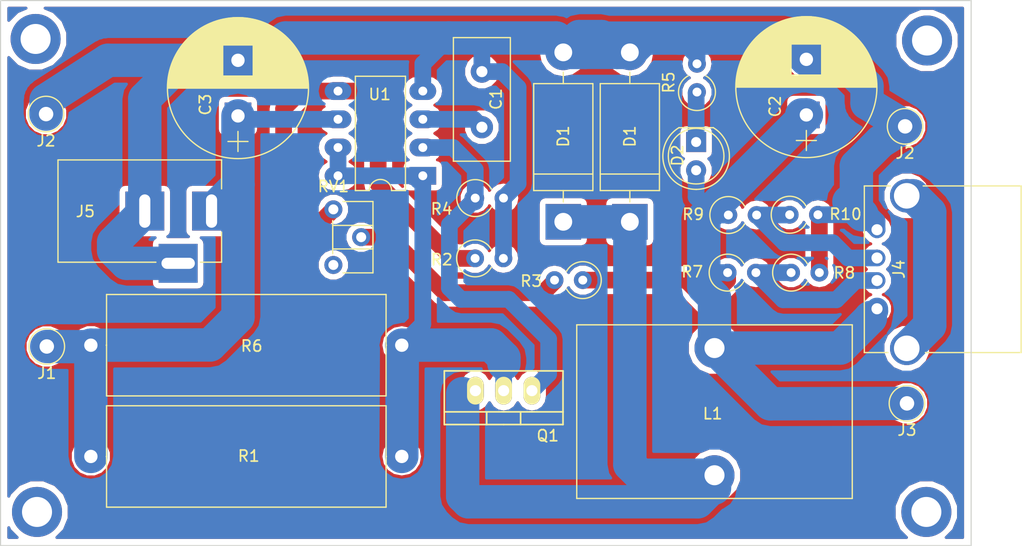
<source format=kicad_pcb>
(kicad_pcb (version 4) (host pcbnew 4.0.7)

  (general
    (links 47)
    (no_connects 0)
    (area 1.837157 18.127 114.063043 69.222)
    (thickness 1.6)
    (drawings 4)
    (tracks 173)
    (zones 0)
    (modules 30)
    (nets 15)
  )

  (page A4)
  (layers
    (0 F.Cu signal)
    (31 B.Cu signal)
    (32 B.Adhes user)
    (33 F.Adhes user)
    (34 B.Paste user)
    (35 F.Paste user)
    (36 B.SilkS user)
    (37 F.SilkS user)
    (38 B.Mask user)
    (39 F.Mask user)
    (40 Dwgs.User user)
    (41 Cmts.User user)
    (42 Eco1.User user)
    (43 Eco2.User user)
    (44 Edge.Cuts user)
    (45 Margin user)
    (46 B.CrtYd user)
    (47 F.CrtYd user)
    (48 B.Fab user)
    (49 F.Fab user)
  )

  (setup
    (last_trace_width 1.5)
    (user_trace_width 1.5)
    (user_trace_width 2)
    (user_trace_width 2.5)
    (user_trace_width 3)
    (trace_clearance 0.2)
    (zone_clearance 0.508)
    (zone_45_only yes)
    (trace_min 0.2)
    (segment_width 0.2)
    (edge_width 0.1)
    (via_size 0.6)
    (via_drill 0.4)
    (via_min_size 0.4)
    (via_min_drill 0.3)
    (uvia_size 0.3)
    (uvia_drill 0.1)
    (uvias_allowed no)
    (uvia_min_size 0.2)
    (uvia_min_drill 0.1)
    (pcb_text_width 0.3)
    (pcb_text_size 1.5 1.5)
    (mod_edge_width 0.15)
    (mod_text_size 1 1)
    (mod_text_width 0.15)
    (pad_size 1.5 1.5)
    (pad_drill 0.6)
    (pad_to_mask_clearance 0)
    (aux_axis_origin 0 0)
    (visible_elements 7FFFFFFF)
    (pcbplotparams
      (layerselection 0x010f0_80000001)
      (usegerberextensions false)
      (usegerberattributes true)
      (excludeedgelayer false)
      (linewidth 0.150000)
      (plotframeref false)
      (viasonmask false)
      (mode 1)
      (useauxorigin true)
      (hpglpennumber 1)
      (hpglpenspeed 20)
      (hpglpendiameter 15)
      (hpglpenoverlay 2)
      (psnegative false)
      (psa4output false)
      (plotreference true)
      (plotvalue true)
      (plotinvisibletext false)
      (padsonsilk false)
      (subtractmaskfromsilk false)
      (outputformat 1)
      (mirror false)
      (drillshape 0)
      (scaleselection 1)
      (outputdirectory ""))
  )

  (net 0 "")
  (net 1 "Net-(C1-Pad1)")
  (net 2 GND)
  (net 3 +5V)
  (net 4 +BATT)
  (net 5 "Net-(D1-Pad1)")
  (net 6 "Net-(D2-Pad1)")
  (net 7 "Net-(J4-Pad3)")
  (net 8 "Net-(J4-Pad2)")
  (net 9 "Net-(J4-Pad5)")
  (net 10 "Net-(Q1-Pad2)")
  (net 11 "Net-(Q1-Pad1)")
  (net 12 "Net-(R2-Pad1)")
  (net 13 "Net-(R3-Pad2)")
  (net 14 "Net-(RV1-Pad3)")

  (net_class Default "This is the default net class."
    (clearance 0.2)
    (trace_width 0.25)
    (via_dia 0.6)
    (via_drill 0.4)
    (uvia_dia 0.3)
    (uvia_drill 0.1)
    (add_net +5V)
    (add_net +BATT)
    (add_net GND)
    (add_net "Net-(C1-Pad1)")
    (add_net "Net-(D1-Pad1)")
    (add_net "Net-(D2-Pad1)")
    (add_net "Net-(J4-Pad2)")
    (add_net "Net-(J4-Pad3)")
    (add_net "Net-(J4-Pad5)")
    (add_net "Net-(Q1-Pad1)")
    (add_net "Net-(Q1-Pad2)")
    (add_net "Net-(R2-Pad1)")
    (add_net "Net-(R3-Pad2)")
    (add_net "Net-(RV1-Pad3)")
  )

  (module Resistors_THT:R_Axial_Power_L25.0mm_W9.0mm_P27.94mm (layer F.Cu) (tedit 5B595712) (tstamp 5B4C41F7)
    (at 22.86 59.9059)
    (descr "Resistor, Axial_Power series, Axial, Horizontal, pin pitch=27.94mm, 7W, length*diameter=25*9mm^2, http://cdn-reichelt.de/documents/datenblatt/B400/5WAXIAL_9WAXIAL_11WAXIAL_17WAXIAL%23YAG.pdf")
    (tags "Resistor Axial_Power series Axial Horizontal pin pitch 27.94mm 7W length 25mm diameter 9mm")
    (path /55D66D49)
    (fp_text reference R1 (at 14.1859 -0.0381) (layer F.SilkS)
      (effects (font (size 1 1) (thickness 0.15)))
    )
    (fp_text value 0.2 (at 14.0335 1.905) (layer F.Fab)
      (effects (font (size 1 1) (thickness 0.15)))
    )
    (fp_line (start 1.47 -4.5) (end 1.47 4.5) (layer F.Fab) (width 0.1))
    (fp_line (start 1.47 4.5) (end 26.47 4.5) (layer F.Fab) (width 0.1))
    (fp_line (start 26.47 4.5) (end 26.47 -4.5) (layer F.Fab) (width 0.1))
    (fp_line (start 26.47 -4.5) (end 1.47 -4.5) (layer F.Fab) (width 0.1))
    (fp_line (start 0 0) (end 1.47 0) (layer F.Fab) (width 0.1))
    (fp_line (start 27.94 0) (end 26.47 0) (layer F.Fab) (width 0.1))
    (fp_line (start 1.41 -4.56) (end 1.41 4.56) (layer F.SilkS) (width 0.12))
    (fp_line (start 1.41 4.56) (end 26.53 4.56) (layer F.SilkS) (width 0.12))
    (fp_line (start 26.53 4.56) (end 26.53 -4.56) (layer F.SilkS) (width 0.12))
    (fp_line (start 26.53 -4.56) (end 1.41 -4.56) (layer F.SilkS) (width 0.12))
    (fp_line (start 1.38 0) (end 1.41 0) (layer F.SilkS) (width 0.12))
    (fp_line (start 26.56 0) (end 26.53 0) (layer F.SilkS) (width 0.12))
    (fp_line (start -1.45 -4.85) (end -1.45 4.85) (layer F.CrtYd) (width 0.05))
    (fp_line (start -1.45 4.85) (end 29.4 4.85) (layer F.CrtYd) (width 0.05))
    (fp_line (start 29.4 4.85) (end 29.4 -4.85) (layer F.CrtYd) (width 0.05))
    (fp_line (start 29.4 -4.85) (end -1.45 -4.85) (layer F.CrtYd) (width 0.05))
    (pad 1 thru_hole circle (at 0 0) (size 2.4 2.4) (drill 1.2) (layers *.Cu *.Mask)
      (net 4 +BATT))
    (pad 2 thru_hole oval (at 27.94 0) (size 2.4 2.4) (drill 1.2) (layers *.Cu *.Mask)
      (net 10 "Net-(Q1-Pad2)"))
    (model ${KISYS3DMOD}/Resistors_THT.3dshapes/R_Axial_Power_L25.0mm_W9.0mm_P27.94mm.wrl
      (at (xyz 0 0 0))
      (scale (xyz 0.393701 0.393701 0.393701))
      (rotate (xyz 0 0 0))
    )
  )

  (module Diodes_THT:D_DO-201AD_P15.24mm_Horizontal placed (layer F.Cu) (tedit 5B4C2B7F) (tstamp 5B4C766E)
    (at 71.2978 38.7985 90)
    (descr "D, DO-201AD series, Axial, Horizontal, pin pitch=15.24mm, , length*diameter=9.5*5.2mm^2, , http://www.diodes.com/_files/packages/DO-201AD.pdf")
    (tags "D DO-201AD series Axial Horizontal pin pitch 15.24mm  length 9.5mm diameter 5.2mm")
    (path /55D66FBC)
    (fp_text reference D1 (at 7.6835 0 90) (layer F.SilkS)
      (effects (font (size 1 1) (thickness 0.15)))
    )
    (fp_text value 1N5822 (at 7.9629 1.397 90) (layer F.Fab)
      (effects (font (size 1 1) (thickness 0.15)))
    )
    (fp_text user %R (at 7.62 0 90) (layer F.Fab)
      (effects (font (size 1 1) (thickness 0.15)))
    )
    (fp_line (start 2.87 -2.6) (end 2.87 2.6) (layer F.Fab) (width 0.1))
    (fp_line (start 2.87 2.6) (end 12.37 2.6) (layer F.Fab) (width 0.1))
    (fp_line (start 12.37 2.6) (end 12.37 -2.6) (layer F.Fab) (width 0.1))
    (fp_line (start 12.37 -2.6) (end 2.87 -2.6) (layer F.Fab) (width 0.1))
    (fp_line (start 0 0) (end 2.87 0) (layer F.Fab) (width 0.1))
    (fp_line (start 15.24 0) (end 12.37 0) (layer F.Fab) (width 0.1))
    (fp_line (start 4.295 -2.6) (end 4.295 2.6) (layer F.Fab) (width 0.1))
    (fp_line (start 2.81 -2.66) (end 2.81 2.66) (layer F.SilkS) (width 0.12))
    (fp_line (start 2.81 2.66) (end 12.43 2.66) (layer F.SilkS) (width 0.12))
    (fp_line (start 12.43 2.66) (end 12.43 -2.66) (layer F.SilkS) (width 0.12))
    (fp_line (start 12.43 -2.66) (end 2.81 -2.66) (layer F.SilkS) (width 0.12))
    (fp_line (start 1.78 0) (end 2.81 0) (layer F.SilkS) (width 0.12))
    (fp_line (start 13.46 0) (end 12.43 0) (layer F.SilkS) (width 0.12))
    (fp_line (start 4.295 -2.66) (end 4.295 2.66) (layer F.SilkS) (width 0.12))
    (fp_line (start -1.85 -2.95) (end -1.85 2.95) (layer F.CrtYd) (width 0.05))
    (fp_line (start -1.85 2.95) (end 17.1 2.95) (layer F.CrtYd) (width 0.05))
    (fp_line (start 17.1 2.95) (end 17.1 -2.95) (layer F.CrtYd) (width 0.05))
    (fp_line (start 17.1 -2.95) (end -1.85 -2.95) (layer F.CrtYd) (width 0.05))
    (pad 1 thru_hole rect (at 0 0 90) (size 3.2 3.2) (drill 1.6) (layers *.Cu *.Mask)
      (net 5 "Net-(D1-Pad1)"))
    (pad 2 thru_hole oval (at 15.24 0 90) (size 3.2 3.2) (drill 1.6) (layers *.Cu *.Mask)
      (net 2 GND))
    (model ${KISYS3DMOD}/Diodes_THT.3dshapes/D_DO-201AD_P15.24mm_Horizontal.wrl
      (at (xyz 0 0 0))
      (scale (xyz 0.393701 0.393701 0.393701))
      (rotate (xyz 0 0 0))
    )
  )

  (module Mounting_Holes:MountingHole_2.7mm_M2.5_ISO14580_Pad (layer F.Cu) (tedit 5B4C44D7) (tstamp 5B4C7621)
    (at 17.8943 22.352)
    (descr "Mounting Hole 2.7mm, M2.5, ISO14580")
    (tags "mounting hole 2.7mm m2.5 iso14580")
    (attr virtual)
    (fp_text reference REF** (at 0 -3.25) (layer F.SilkS) hide
      (effects (font (size 1 1) (thickness 0.15)))
    )
    (fp_text value MountingHole_2.7mm_M2.5_ISO14580_Pad (at 0 3.25) (layer F.Fab) hide
      (effects (font (size 1 1) (thickness 0.15)))
    )
    (fp_text user %R (at 0.3 0) (layer F.Fab)
      (effects (font (size 1 1) (thickness 0.15)))
    )
    (fp_circle (center 0 0) (end 2.25 0) (layer Cmts.User) (width 0.15))
    (fp_circle (center 0 0) (end 2.5 0) (layer F.CrtYd) (width 0.05))
    (pad 1 thru_hole circle (at 0 0) (size 4.5 4.5) (drill 2.7) (layers *.Cu *.Mask))
  )

  (module Mounting_Holes:MountingHole_2.7mm_M2.5_ISO14580_Pad (layer F.Cu) (tedit 5B4C44C0) (tstamp 5B4C7575)
    (at 97.9424 64.897)
    (descr "Mounting Hole 2.7mm, M2.5, ISO14580")
    (tags "mounting hole 2.7mm m2.5 iso14580")
    (attr virtual)
    (fp_text reference REF** (at 0 -3.25) (layer F.SilkS) hide
      (effects (font (size 1 1) (thickness 0.15)))
    )
    (fp_text value MountingHole_2.7mm_M2.5_ISO14580_Pad (at 0 3.25) (layer F.Fab) hide
      (effects (font (size 1 1) (thickness 0.15)))
    )
    (fp_text user %R (at 0.3 0) (layer F.Fab)
      (effects (font (size 1 1) (thickness 0.15)))
    )
    (fp_circle (center 0 0) (end 2.25 0) (layer Cmts.User) (width 0.15))
    (fp_circle (center 0 0) (end 2.5 0) (layer F.CrtYd) (width 0.05))
    (pad 1 thru_hole circle (at 0 0) (size 4.5 4.5) (drill 2.7) (layers *.Cu *.Mask))
  )

  (module Mounting_Holes:MountingHole_2.7mm_M2.5_ISO14580_Pad (layer F.Cu) (tedit 5B4C44C8) (tstamp 5B4C756D)
    (at 98.0059 22.4917)
    (descr "Mounting Hole 2.7mm, M2.5, ISO14580")
    (tags "mounting hole 2.7mm m2.5 iso14580")
    (attr virtual)
    (fp_text reference REF** (at 0 -3.25) (layer F.SilkS) hide
      (effects (font (size 1 1) (thickness 0.15)))
    )
    (fp_text value MountingHole_2.7mm_M2.5_ISO14580_Pad (at 0 3.25) (layer F.Fab) hide
      (effects (font (size 1 1) (thickness 0.15)))
    )
    (fp_text user %R (at 0.3 0) (layer F.Fab)
      (effects (font (size 1 1) (thickness 0.15)))
    )
    (fp_circle (center 0 0) (end 2.25 0) (layer Cmts.User) (width 0.15))
    (fp_circle (center 0 0) (end 2.5 0) (layer F.CrtYd) (width 0.05))
    (pad 1 thru_hole circle (at 0 0) (size 4.5 4.5) (drill 2.7) (layers *.Cu *.Mask))
  )

  (module Connectors:Pin_d1.3mm_L11.0mm placed (layer F.Cu) (tedit 59B3E075) (tstamp 5B4C4D62)
    (at 96.0374 30.2133)
    (descr "solder Pin_ diameter 1.3mm, hole diameter 1.3mm, length 11.0mm")
    (tags "solder Pin_ pressfit")
    (path /5B3EF36B)
    (fp_text reference J2 (at 0 2.4) (layer F.SilkS)
      (effects (font (size 1 1) (thickness 0.15)))
    )
    (fp_text value Conn_01x01 (at 0 -2.05) (layer F.Fab)
      (effects (font (size 1 1) (thickness 0.15)))
    )
    (fp_text user %R (at 0 2.4) (layer F.Fab)
      (effects (font (size 1 1) (thickness 0.15)))
    )
    (fp_circle (center 0 0) (end 1.8 0) (layer F.CrtYd) (width 0.05))
    (fp_circle (center 0 0) (end 0.65 -0.05) (layer F.Fab) (width 0.12))
    (fp_circle (center 0 0) (end 1.25 -0.05) (layer F.Fab) (width 0.12))
    (fp_circle (center 0 0) (end 1.6 0.05) (layer F.SilkS) (width 0.12))
    (pad 1 thru_hole circle (at 0 0) (size 2.6 2.6) (drill 1.3) (layers *.Cu *.Mask)
      (net 2 GND))
    (model ${KISYS3DMOD}/Connectors.3dshapes/Pin_d1.3mm_L11.0mm.wrl
      (at (xyz 0 0 0))
      (scale (xyz 1 1 1))
      (rotate (xyz 0 0 0))
    )
  )

  (module Capacitors_THT:C_Disc_D11.0mm_W5.0mm_P5.00mm placed (layer F.Cu) (tedit 5B4C2B77) (tstamp 5B4C3F58)
    (at 58.0009 30.2895 90)
    (descr "C, Disc series, Radial, pin pitch=5.00mm, , diameter*width=11*5.0mm^2, Capacitor, http://www.vishay.com/docs/28535/vy2series.pdf")
    (tags "C Disc series Radial pin pitch 5.00mm  diameter 11mm width 5.0mm Capacitor")
    (path /55D66DF8)
    (fp_text reference C1 (at 2.5273 1.27 90) (layer F.SilkS)
      (effects (font (size 1 1) (thickness 0.15)))
    )
    (fp_text value 470pF (at 2.1717 -1.6129 90) (layer F.Fab)
      (effects (font (size 1 1) (thickness 0.15)))
    )
    (fp_line (start -3 -2.5) (end -3 2.5) (layer F.Fab) (width 0.1))
    (fp_line (start -3 2.5) (end 8 2.5) (layer F.Fab) (width 0.1))
    (fp_line (start 8 2.5) (end 8 -2.5) (layer F.Fab) (width 0.1))
    (fp_line (start 8 -2.5) (end -3 -2.5) (layer F.Fab) (width 0.1))
    (fp_line (start -3.06 -2.56) (end 8.06 -2.56) (layer F.SilkS) (width 0.12))
    (fp_line (start -3.06 2.56) (end 8.06 2.56) (layer F.SilkS) (width 0.12))
    (fp_line (start -3.06 -2.56) (end -3.06 2.56) (layer F.SilkS) (width 0.12))
    (fp_line (start 8.06 -2.56) (end 8.06 2.56) (layer F.SilkS) (width 0.12))
    (fp_line (start -3.35 -2.85) (end -3.35 2.85) (layer F.CrtYd) (width 0.05))
    (fp_line (start -3.35 2.85) (end 8.35 2.85) (layer F.CrtYd) (width 0.05))
    (fp_line (start 8.35 2.85) (end 8.35 -2.85) (layer F.CrtYd) (width 0.05))
    (fp_line (start 8.35 -2.85) (end -3.35 -2.85) (layer F.CrtYd) (width 0.05))
    (fp_text user %R (at 2.5019 1.2954 90) (layer F.Fab)
      (effects (font (size 1 1) (thickness 0.15)))
    )
    (pad 1 thru_hole circle (at 0 0 90) (size 2 2) (drill 1) (layers *.Cu *.Mask)
      (net 1 "Net-(C1-Pad1)"))
    (pad 2 thru_hole circle (at 5 0 90) (size 2 2) (drill 1) (layers *.Cu *.Mask)
      (net 2 GND))
    (model ${KISYS3DMOD}/Capacitors_THT.3dshapes/C_Disc_D11.0mm_W5.0mm_P5.00mm.wrl
      (at (xyz 0 0 0))
      (scale (xyz 1 1 1))
      (rotate (xyz 0 0 0))
    )
  )

  (module Capacitors_THT:CP_Radial_D12.5mm_P5.00mm placed (layer F.Cu) (tedit 5B4C361F) (tstamp 5B4C404D)
    (at 87.1601 29.1846 90)
    (descr "CP, Radial series, Radial, pin pitch=5.00mm, , diameter=12.5mm, Electrolytic Capacitor")
    (tags "CP Radial series Radial pin pitch 5.00mm  diameter 12.5mm Electrolytic Capacitor")
    (path /55D670A8)
    (fp_text reference C2 (at 0.762 -2.8067 90) (layer F.SilkS)
      (effects (font (size 1 1) (thickness 0.15)))
    )
    (fp_text value 100uF (at 2.413 3.0734 90) (layer F.Fab)
      (effects (font (size 1 1) (thickness 0.15)))
    )
    (fp_circle (center 2.5 0) (end 8.75 0) (layer F.Fab) (width 0.1))
    (fp_circle (center 2.5 0) (end 8.84 0) (layer F.SilkS) (width 0.12))
    (fp_line (start -3.2 0) (end -1.4 0) (layer F.Fab) (width 0.1))
    (fp_line (start -2.3 -0.9) (end -2.3 0.9) (layer F.Fab) (width 0.1))
    (fp_line (start 2.5 -6.3) (end 2.5 6.3) (layer F.SilkS) (width 0.12))
    (fp_line (start 2.54 -6.3) (end 2.54 6.3) (layer F.SilkS) (width 0.12))
    (fp_line (start 2.58 -6.3) (end 2.58 6.3) (layer F.SilkS) (width 0.12))
    (fp_line (start 2.62 -6.299) (end 2.62 6.299) (layer F.SilkS) (width 0.12))
    (fp_line (start 2.66 -6.298) (end 2.66 6.298) (layer F.SilkS) (width 0.12))
    (fp_line (start 2.7 -6.297) (end 2.7 6.297) (layer F.SilkS) (width 0.12))
    (fp_line (start 2.74 -6.296) (end 2.74 6.296) (layer F.SilkS) (width 0.12))
    (fp_line (start 2.78 -6.294) (end 2.78 6.294) (layer F.SilkS) (width 0.12))
    (fp_line (start 2.82 -6.292) (end 2.82 6.292) (layer F.SilkS) (width 0.12))
    (fp_line (start 2.86 -6.29) (end 2.86 6.29) (layer F.SilkS) (width 0.12))
    (fp_line (start 2.9 -6.288) (end 2.9 6.288) (layer F.SilkS) (width 0.12))
    (fp_line (start 2.94 -6.285) (end 2.94 6.285) (layer F.SilkS) (width 0.12))
    (fp_line (start 2.98 -6.282) (end 2.98 6.282) (layer F.SilkS) (width 0.12))
    (fp_line (start 3.02 -6.279) (end 3.02 6.279) (layer F.SilkS) (width 0.12))
    (fp_line (start 3.06 -6.276) (end 3.06 6.276) (layer F.SilkS) (width 0.12))
    (fp_line (start 3.1 -6.272) (end 3.1 6.272) (layer F.SilkS) (width 0.12))
    (fp_line (start 3.14 -6.268) (end 3.14 6.268) (layer F.SilkS) (width 0.12))
    (fp_line (start 3.18 -6.264) (end 3.18 6.264) (layer F.SilkS) (width 0.12))
    (fp_line (start 3.221 -6.259) (end 3.221 6.259) (layer F.SilkS) (width 0.12))
    (fp_line (start 3.261 -6.255) (end 3.261 6.255) (layer F.SilkS) (width 0.12))
    (fp_line (start 3.301 -6.25) (end 3.301 6.25) (layer F.SilkS) (width 0.12))
    (fp_line (start 3.341 -6.245) (end 3.341 6.245) (layer F.SilkS) (width 0.12))
    (fp_line (start 3.381 -6.239) (end 3.381 6.239) (layer F.SilkS) (width 0.12))
    (fp_line (start 3.421 -6.233) (end 3.421 6.233) (layer F.SilkS) (width 0.12))
    (fp_line (start 3.461 -6.227) (end 3.461 6.227) (layer F.SilkS) (width 0.12))
    (fp_line (start 3.501 -6.221) (end 3.501 6.221) (layer F.SilkS) (width 0.12))
    (fp_line (start 3.541 -6.215) (end 3.541 6.215) (layer F.SilkS) (width 0.12))
    (fp_line (start 3.581 -6.208) (end 3.581 6.208) (layer F.SilkS) (width 0.12))
    (fp_line (start 3.621 -6.201) (end 3.621 -1.38) (layer F.SilkS) (width 0.12))
    (fp_line (start 3.621 1.38) (end 3.621 6.201) (layer F.SilkS) (width 0.12))
    (fp_line (start 3.661 -6.193) (end 3.661 -1.38) (layer F.SilkS) (width 0.12))
    (fp_line (start 3.661 1.38) (end 3.661 6.193) (layer F.SilkS) (width 0.12))
    (fp_line (start 3.701 -6.186) (end 3.701 -1.38) (layer F.SilkS) (width 0.12))
    (fp_line (start 3.701 1.38) (end 3.701 6.186) (layer F.SilkS) (width 0.12))
    (fp_line (start 3.741 -6.178) (end 3.741 -1.38) (layer F.SilkS) (width 0.12))
    (fp_line (start 3.741 1.38) (end 3.741 6.178) (layer F.SilkS) (width 0.12))
    (fp_line (start 3.781 -6.17) (end 3.781 -1.38) (layer F.SilkS) (width 0.12))
    (fp_line (start 3.781 1.38) (end 3.781 6.17) (layer F.SilkS) (width 0.12))
    (fp_line (start 3.821 -6.162) (end 3.821 -1.38) (layer F.SilkS) (width 0.12))
    (fp_line (start 3.821 1.38) (end 3.821 6.162) (layer F.SilkS) (width 0.12))
    (fp_line (start 3.861 -6.153) (end 3.861 -1.38) (layer F.SilkS) (width 0.12))
    (fp_line (start 3.861 1.38) (end 3.861 6.153) (layer F.SilkS) (width 0.12))
    (fp_line (start 3.901 -6.144) (end 3.901 -1.38) (layer F.SilkS) (width 0.12))
    (fp_line (start 3.901 1.38) (end 3.901 6.144) (layer F.SilkS) (width 0.12))
    (fp_line (start 3.941 -6.135) (end 3.941 -1.38) (layer F.SilkS) (width 0.12))
    (fp_line (start 3.941 1.38) (end 3.941 6.135) (layer F.SilkS) (width 0.12))
    (fp_line (start 3.981 -6.125) (end 3.981 -1.38) (layer F.SilkS) (width 0.12))
    (fp_line (start 3.981 1.38) (end 3.981 6.125) (layer F.SilkS) (width 0.12))
    (fp_line (start 4.021 -6.116) (end 4.021 -1.38) (layer F.SilkS) (width 0.12))
    (fp_line (start 4.021 1.38) (end 4.021 6.116) (layer F.SilkS) (width 0.12))
    (fp_line (start 4.061 -6.106) (end 4.061 -1.38) (layer F.SilkS) (width 0.12))
    (fp_line (start 4.061 1.38) (end 4.061 6.106) (layer F.SilkS) (width 0.12))
    (fp_line (start 4.101 -6.095) (end 4.101 -1.38) (layer F.SilkS) (width 0.12))
    (fp_line (start 4.101 1.38) (end 4.101 6.095) (layer F.SilkS) (width 0.12))
    (fp_line (start 4.141 -6.085) (end 4.141 -1.38) (layer F.SilkS) (width 0.12))
    (fp_line (start 4.141 1.38) (end 4.141 6.085) (layer F.SilkS) (width 0.12))
    (fp_line (start 4.181 -6.074) (end 4.181 -1.38) (layer F.SilkS) (width 0.12))
    (fp_line (start 4.181 1.38) (end 4.181 6.074) (layer F.SilkS) (width 0.12))
    (fp_line (start 4.221 -6.063) (end 4.221 -1.38) (layer F.SilkS) (width 0.12))
    (fp_line (start 4.221 1.38) (end 4.221 6.063) (layer F.SilkS) (width 0.12))
    (fp_line (start 4.261 -6.051) (end 4.261 -1.38) (layer F.SilkS) (width 0.12))
    (fp_line (start 4.261 1.38) (end 4.261 6.051) (layer F.SilkS) (width 0.12))
    (fp_line (start 4.301 -6.04) (end 4.301 -1.38) (layer F.SilkS) (width 0.12))
    (fp_line (start 4.301 1.38) (end 4.301 6.04) (layer F.SilkS) (width 0.12))
    (fp_line (start 4.341 -6.028) (end 4.341 -1.38) (layer F.SilkS) (width 0.12))
    (fp_line (start 4.341 1.38) (end 4.341 6.028) (layer F.SilkS) (width 0.12))
    (fp_line (start 4.381 -6.015) (end 4.381 -1.38) (layer F.SilkS) (width 0.12))
    (fp_line (start 4.381 1.38) (end 4.381 6.015) (layer F.SilkS) (width 0.12))
    (fp_line (start 4.421 -6.003) (end 4.421 -1.38) (layer F.SilkS) (width 0.12))
    (fp_line (start 4.421 1.38) (end 4.421 6.003) (layer F.SilkS) (width 0.12))
    (fp_line (start 4.461 -5.99) (end 4.461 -1.38) (layer F.SilkS) (width 0.12))
    (fp_line (start 4.461 1.38) (end 4.461 5.99) (layer F.SilkS) (width 0.12))
    (fp_line (start 4.501 -5.977) (end 4.501 -1.38) (layer F.SilkS) (width 0.12))
    (fp_line (start 4.501 1.38) (end 4.501 5.977) (layer F.SilkS) (width 0.12))
    (fp_line (start 4.541 -5.963) (end 4.541 -1.38) (layer F.SilkS) (width 0.12))
    (fp_line (start 4.541 1.38) (end 4.541 5.963) (layer F.SilkS) (width 0.12))
    (fp_line (start 4.581 -5.95) (end 4.581 -1.38) (layer F.SilkS) (width 0.12))
    (fp_line (start 4.581 1.38) (end 4.581 5.95) (layer F.SilkS) (width 0.12))
    (fp_line (start 4.621 -5.936) (end 4.621 -1.38) (layer F.SilkS) (width 0.12))
    (fp_line (start 4.621 1.38) (end 4.621 5.936) (layer F.SilkS) (width 0.12))
    (fp_line (start 4.661 -5.921) (end 4.661 -1.38) (layer F.SilkS) (width 0.12))
    (fp_line (start 4.661 1.38) (end 4.661 5.921) (layer F.SilkS) (width 0.12))
    (fp_line (start 4.701 -5.907) (end 4.701 -1.38) (layer F.SilkS) (width 0.12))
    (fp_line (start 4.701 1.38) (end 4.701 5.907) (layer F.SilkS) (width 0.12))
    (fp_line (start 4.741 -5.892) (end 4.741 -1.38) (layer F.SilkS) (width 0.12))
    (fp_line (start 4.741 1.38) (end 4.741 5.892) (layer F.SilkS) (width 0.12))
    (fp_line (start 4.781 -5.876) (end 4.781 -1.38) (layer F.SilkS) (width 0.12))
    (fp_line (start 4.781 1.38) (end 4.781 5.876) (layer F.SilkS) (width 0.12))
    (fp_line (start 4.821 -5.861) (end 4.821 -1.38) (layer F.SilkS) (width 0.12))
    (fp_line (start 4.821 1.38) (end 4.821 5.861) (layer F.SilkS) (width 0.12))
    (fp_line (start 4.861 -5.845) (end 4.861 -1.38) (layer F.SilkS) (width 0.12))
    (fp_line (start 4.861 1.38) (end 4.861 5.845) (layer F.SilkS) (width 0.12))
    (fp_line (start 4.901 -5.829) (end 4.901 -1.38) (layer F.SilkS) (width 0.12))
    (fp_line (start 4.901 1.38) (end 4.901 5.829) (layer F.SilkS) (width 0.12))
    (fp_line (start 4.941 -5.812) (end 4.941 -1.38) (layer F.SilkS) (width 0.12))
    (fp_line (start 4.941 1.38) (end 4.941 5.812) (layer F.SilkS) (width 0.12))
    (fp_line (start 4.981 -5.795) (end 4.981 -1.38) (layer F.SilkS) (width 0.12))
    (fp_line (start 4.981 1.38) (end 4.981 5.795) (layer F.SilkS) (width 0.12))
    (fp_line (start 5.021 -5.778) (end 5.021 -1.38) (layer F.SilkS) (width 0.12))
    (fp_line (start 5.021 1.38) (end 5.021 5.778) (layer F.SilkS) (width 0.12))
    (fp_line (start 5.061 -5.761) (end 5.061 -1.38) (layer F.SilkS) (width 0.12))
    (fp_line (start 5.061 1.38) (end 5.061 5.761) (layer F.SilkS) (width 0.12))
    (fp_line (start 5.101 -5.743) (end 5.101 -1.38) (layer F.SilkS) (width 0.12))
    (fp_line (start 5.101 1.38) (end 5.101 5.743) (layer F.SilkS) (width 0.12))
    (fp_line (start 5.141 -5.725) (end 5.141 -1.38) (layer F.SilkS) (width 0.12))
    (fp_line (start 5.141 1.38) (end 5.141 5.725) (layer F.SilkS) (width 0.12))
    (fp_line (start 5.181 -5.706) (end 5.181 -1.38) (layer F.SilkS) (width 0.12))
    (fp_line (start 5.181 1.38) (end 5.181 5.706) (layer F.SilkS) (width 0.12))
    (fp_line (start 5.221 -5.687) (end 5.221 -1.38) (layer F.SilkS) (width 0.12))
    (fp_line (start 5.221 1.38) (end 5.221 5.687) (layer F.SilkS) (width 0.12))
    (fp_line (start 5.261 -5.668) (end 5.261 -1.38) (layer F.SilkS) (width 0.12))
    (fp_line (start 5.261 1.38) (end 5.261 5.668) (layer F.SilkS) (width 0.12))
    (fp_line (start 5.301 -5.649) (end 5.301 -1.38) (layer F.SilkS) (width 0.12))
    (fp_line (start 5.301 1.38) (end 5.301 5.649) (layer F.SilkS) (width 0.12))
    (fp_line (start 5.341 -5.629) (end 5.341 -1.38) (layer F.SilkS) (width 0.12))
    (fp_line (start 5.341 1.38) (end 5.341 5.629) (layer F.SilkS) (width 0.12))
    (fp_line (start 5.381 -5.609) (end 5.381 -1.38) (layer F.SilkS) (width 0.12))
    (fp_line (start 5.381 1.38) (end 5.381 5.609) (layer F.SilkS) (width 0.12))
    (fp_line (start 5.421 -5.588) (end 5.421 -1.38) (layer F.SilkS) (width 0.12))
    (fp_line (start 5.421 1.38) (end 5.421 5.588) (layer F.SilkS) (width 0.12))
    (fp_line (start 5.461 -5.567) (end 5.461 -1.38) (layer F.SilkS) (width 0.12))
    (fp_line (start 5.461 1.38) (end 5.461 5.567) (layer F.SilkS) (width 0.12))
    (fp_line (start 5.501 -5.546) (end 5.501 -1.38) (layer F.SilkS) (width 0.12))
    (fp_line (start 5.501 1.38) (end 5.501 5.546) (layer F.SilkS) (width 0.12))
    (fp_line (start 5.541 -5.524) (end 5.541 -1.38) (layer F.SilkS) (width 0.12))
    (fp_line (start 5.541 1.38) (end 5.541 5.524) (layer F.SilkS) (width 0.12))
    (fp_line (start 5.581 -5.502) (end 5.581 -1.38) (layer F.SilkS) (width 0.12))
    (fp_line (start 5.581 1.38) (end 5.581 5.502) (layer F.SilkS) (width 0.12))
    (fp_line (start 5.621 -5.48) (end 5.621 -1.38) (layer F.SilkS) (width 0.12))
    (fp_line (start 5.621 1.38) (end 5.621 5.48) (layer F.SilkS) (width 0.12))
    (fp_line (start 5.661 -5.457) (end 5.661 -1.38) (layer F.SilkS) (width 0.12))
    (fp_line (start 5.661 1.38) (end 5.661 5.457) (layer F.SilkS) (width 0.12))
    (fp_line (start 5.701 -5.434) (end 5.701 -1.38) (layer F.SilkS) (width 0.12))
    (fp_line (start 5.701 1.38) (end 5.701 5.434) (layer F.SilkS) (width 0.12))
    (fp_line (start 5.741 -5.41) (end 5.741 -1.38) (layer F.SilkS) (width 0.12))
    (fp_line (start 5.741 1.38) (end 5.741 5.41) (layer F.SilkS) (width 0.12))
    (fp_line (start 5.781 -5.386) (end 5.781 -1.38) (layer F.SilkS) (width 0.12))
    (fp_line (start 5.781 1.38) (end 5.781 5.386) (layer F.SilkS) (width 0.12))
    (fp_line (start 5.821 -5.362) (end 5.821 -1.38) (layer F.SilkS) (width 0.12))
    (fp_line (start 5.821 1.38) (end 5.821 5.362) (layer F.SilkS) (width 0.12))
    (fp_line (start 5.861 -5.337) (end 5.861 -1.38) (layer F.SilkS) (width 0.12))
    (fp_line (start 5.861 1.38) (end 5.861 5.337) (layer F.SilkS) (width 0.12))
    (fp_line (start 5.901 -5.312) (end 5.901 -1.38) (layer F.SilkS) (width 0.12))
    (fp_line (start 5.901 1.38) (end 5.901 5.312) (layer F.SilkS) (width 0.12))
    (fp_line (start 5.941 -5.286) (end 5.941 -1.38) (layer F.SilkS) (width 0.12))
    (fp_line (start 5.941 1.38) (end 5.941 5.286) (layer F.SilkS) (width 0.12))
    (fp_line (start 5.981 -5.26) (end 5.981 -1.38) (layer F.SilkS) (width 0.12))
    (fp_line (start 5.981 1.38) (end 5.981 5.26) (layer F.SilkS) (width 0.12))
    (fp_line (start 6.021 -5.234) (end 6.021 -1.38) (layer F.SilkS) (width 0.12))
    (fp_line (start 6.021 1.38) (end 6.021 5.234) (layer F.SilkS) (width 0.12))
    (fp_line (start 6.061 -5.207) (end 6.061 -1.38) (layer F.SilkS) (width 0.12))
    (fp_line (start 6.061 1.38) (end 6.061 5.207) (layer F.SilkS) (width 0.12))
    (fp_line (start 6.101 -5.179) (end 6.101 -1.38) (layer F.SilkS) (width 0.12))
    (fp_line (start 6.101 1.38) (end 6.101 5.179) (layer F.SilkS) (width 0.12))
    (fp_line (start 6.141 -5.151) (end 6.141 -1.38) (layer F.SilkS) (width 0.12))
    (fp_line (start 6.141 1.38) (end 6.141 5.151) (layer F.SilkS) (width 0.12))
    (fp_line (start 6.181 -5.123) (end 6.181 -1.38) (layer F.SilkS) (width 0.12))
    (fp_line (start 6.181 1.38) (end 6.181 5.123) (layer F.SilkS) (width 0.12))
    (fp_line (start 6.221 -5.094) (end 6.221 -1.38) (layer F.SilkS) (width 0.12))
    (fp_line (start 6.221 1.38) (end 6.221 5.094) (layer F.SilkS) (width 0.12))
    (fp_line (start 6.261 -5.065) (end 6.261 -1.38) (layer F.SilkS) (width 0.12))
    (fp_line (start 6.261 1.38) (end 6.261 5.065) (layer F.SilkS) (width 0.12))
    (fp_line (start 6.301 -5.035) (end 6.301 -1.38) (layer F.SilkS) (width 0.12))
    (fp_line (start 6.301 1.38) (end 6.301 5.035) (layer F.SilkS) (width 0.12))
    (fp_line (start 6.341 -5.005) (end 6.341 -1.38) (layer F.SilkS) (width 0.12))
    (fp_line (start 6.341 1.38) (end 6.341 5.005) (layer F.SilkS) (width 0.12))
    (fp_line (start 6.381 -4.975) (end 6.381 4.975) (layer F.SilkS) (width 0.12))
    (fp_line (start 6.421 -4.943) (end 6.421 4.943) (layer F.SilkS) (width 0.12))
    (fp_line (start 6.461 -4.912) (end 6.461 4.912) (layer F.SilkS) (width 0.12))
    (fp_line (start 6.501 -4.879) (end 6.501 4.879) (layer F.SilkS) (width 0.12))
    (fp_line (start 6.541 -4.847) (end 6.541 4.847) (layer F.SilkS) (width 0.12))
    (fp_line (start 6.581 -4.813) (end 6.581 4.813) (layer F.SilkS) (width 0.12))
    (fp_line (start 6.621 -4.779) (end 6.621 4.779) (layer F.SilkS) (width 0.12))
    (fp_line (start 6.661 -4.745) (end 6.661 4.745) (layer F.SilkS) (width 0.12))
    (fp_line (start 6.701 -4.71) (end 6.701 4.71) (layer F.SilkS) (width 0.12))
    (fp_line (start 6.741 -4.674) (end 6.741 4.674) (layer F.SilkS) (width 0.12))
    (fp_line (start 6.781 -4.638) (end 6.781 4.638) (layer F.SilkS) (width 0.12))
    (fp_line (start 6.821 -4.601) (end 6.821 4.601) (layer F.SilkS) (width 0.12))
    (fp_line (start 6.861 -4.563) (end 6.861 4.563) (layer F.SilkS) (width 0.12))
    (fp_line (start 6.901 -4.525) (end 6.901 4.525) (layer F.SilkS) (width 0.12))
    (fp_line (start 6.941 -4.486) (end 6.941 4.486) (layer F.SilkS) (width 0.12))
    (fp_line (start 6.981 -4.447) (end 6.981 4.447) (layer F.SilkS) (width 0.12))
    (fp_line (start 7.021 -4.406) (end 7.021 4.406) (layer F.SilkS) (width 0.12))
    (fp_line (start 7.061 -4.365) (end 7.061 4.365) (layer F.SilkS) (width 0.12))
    (fp_line (start 7.101 -4.323) (end 7.101 4.323) (layer F.SilkS) (width 0.12))
    (fp_line (start 7.141 -4.281) (end 7.141 4.281) (layer F.SilkS) (width 0.12))
    (fp_line (start 7.181 -4.238) (end 7.181 4.238) (layer F.SilkS) (width 0.12))
    (fp_line (start 7.221 -4.193) (end 7.221 4.193) (layer F.SilkS) (width 0.12))
    (fp_line (start 7.261 -4.148) (end 7.261 4.148) (layer F.SilkS) (width 0.12))
    (fp_line (start 7.301 -4.102) (end 7.301 4.102) (layer F.SilkS) (width 0.12))
    (fp_line (start 7.341 -4.056) (end 7.341 4.056) (layer F.SilkS) (width 0.12))
    (fp_line (start 7.381 -4.008) (end 7.381 4.008) (layer F.SilkS) (width 0.12))
    (fp_line (start 7.421 -3.959) (end 7.421 3.959) (layer F.SilkS) (width 0.12))
    (fp_line (start 7.461 -3.909) (end 7.461 3.909) (layer F.SilkS) (width 0.12))
    (fp_line (start 7.501 -3.859) (end 7.501 3.859) (layer F.SilkS) (width 0.12))
    (fp_line (start 7.541 -3.807) (end 7.541 3.807) (layer F.SilkS) (width 0.12))
    (fp_line (start 7.581 -3.754) (end 7.581 3.754) (layer F.SilkS) (width 0.12))
    (fp_line (start 7.621 -3.7) (end 7.621 3.7) (layer F.SilkS) (width 0.12))
    (fp_line (start 7.661 -3.644) (end 7.661 3.644) (layer F.SilkS) (width 0.12))
    (fp_line (start 7.701 -3.588) (end 7.701 3.588) (layer F.SilkS) (width 0.12))
    (fp_line (start 7.741 -3.53) (end 7.741 3.53) (layer F.SilkS) (width 0.12))
    (fp_line (start 7.781 -3.47) (end 7.781 3.47) (layer F.SilkS) (width 0.12))
    (fp_line (start 7.821 -3.409) (end 7.821 3.409) (layer F.SilkS) (width 0.12))
    (fp_line (start 7.861 -3.347) (end 7.861 3.347) (layer F.SilkS) (width 0.12))
    (fp_line (start 7.901 -3.282) (end 7.901 3.282) (layer F.SilkS) (width 0.12))
    (fp_line (start 7.941 -3.217) (end 7.941 3.217) (layer F.SilkS) (width 0.12))
    (fp_line (start 7.981 -3.149) (end 7.981 3.149) (layer F.SilkS) (width 0.12))
    (fp_line (start 8.021 -3.079) (end 8.021 3.079) (layer F.SilkS) (width 0.12))
    (fp_line (start 8.061 -3.007) (end 8.061 3.007) (layer F.SilkS) (width 0.12))
    (fp_line (start 8.101 -2.933) (end 8.101 2.933) (layer F.SilkS) (width 0.12))
    (fp_line (start 8.141 -2.856) (end 8.141 2.856) (layer F.SilkS) (width 0.12))
    (fp_line (start 8.181 -2.777) (end 8.181 2.777) (layer F.SilkS) (width 0.12))
    (fp_line (start 8.221 -2.695) (end 8.221 2.695) (layer F.SilkS) (width 0.12))
    (fp_line (start 8.261 -2.61) (end 8.261 2.61) (layer F.SilkS) (width 0.12))
    (fp_line (start 8.301 -2.521) (end 8.301 2.521) (layer F.SilkS) (width 0.12))
    (fp_line (start 8.341 -2.428) (end 8.341 2.428) (layer F.SilkS) (width 0.12))
    (fp_line (start 8.381 -2.331) (end 8.381 2.331) (layer F.SilkS) (width 0.12))
    (fp_line (start 8.421 -2.23) (end 8.421 2.23) (layer F.SilkS) (width 0.12))
    (fp_line (start 8.461 -2.122) (end 8.461 2.122) (layer F.SilkS) (width 0.12))
    (fp_line (start 8.501 -2.009) (end 8.501 2.009) (layer F.SilkS) (width 0.12))
    (fp_line (start 8.541 -1.888) (end 8.541 1.888) (layer F.SilkS) (width 0.12))
    (fp_line (start 8.581 -1.757) (end 8.581 1.757) (layer F.SilkS) (width 0.12))
    (fp_line (start 8.621 -1.616) (end 8.621 1.616) (layer F.SilkS) (width 0.12))
    (fp_line (start 8.661 -1.46) (end 8.661 1.46) (layer F.SilkS) (width 0.12))
    (fp_line (start 8.701 -1.285) (end 8.701 1.285) (layer F.SilkS) (width 0.12))
    (fp_line (start 8.741 -1.082) (end 8.741 1.082) (layer F.SilkS) (width 0.12))
    (fp_line (start 8.781 -0.831) (end 8.781 0.831) (layer F.SilkS) (width 0.12))
    (fp_line (start 8.821 -0.464) (end 8.821 0.464) (layer F.SilkS) (width 0.12))
    (fp_line (start -3.2 0) (end -1.4 0) (layer F.SilkS) (width 0.12))
    (fp_line (start -2.3 -0.9) (end -2.3 0.9) (layer F.SilkS) (width 0.12))
    (fp_line (start -4.1 -6.6) (end -4.1 6.6) (layer F.CrtYd) (width 0.05))
    (fp_line (start -4.1 6.6) (end 9.1 6.6) (layer F.CrtYd) (width 0.05))
    (fp_line (start 9.1 6.6) (end 9.1 -6.6) (layer F.CrtYd) (width 0.05))
    (fp_line (start 9.1 -6.6) (end -4.1 -6.6) (layer F.CrtYd) (width 0.05))
    (fp_text user %R (at 2.5 0 90) (layer F.Fab)
      (effects (font (size 1 1) (thickness 0.15)))
    )
    (pad 1 thru_hole rect (at 0 0 90) (size 2.4 2.4) (drill 1.2) (layers *.Cu *.Mask)
      (net 3 +5V))
    (pad 2 thru_hole circle (at 5 0 90) (size 2.4 2.4) (drill 1.2) (layers *.Cu *.Mask)
      (net 2 GND))
    (model ${KISYS3DMOD}/Capacitors_THT.3dshapes/CP_Radial_D12.5mm_P5.00mm.wrl
      (at (xyz 0 0 0))
      (scale (xyz 1 1 1))
      (rotate (xyz 0 0 0))
    )
  )

  (module Capacitors_THT:CP_Radial_D12.5mm_P5.00mm placed (layer F.Cu) (tedit 5B4C2914) (tstamp 5B4C4142)
    (at 36.0807 29.2735 90)
    (descr "CP, Radial series, Radial, pin pitch=5.00mm, , diameter=12.5mm, Electrolytic Capacitor")
    (tags "CP Radial series Radial pin pitch 5.00mm  diameter 12.5mm Electrolytic Capacitor")
    (path /55D68AD3)
    (fp_text reference C3 (at 1.016 -2.9337 90) (layer F.SilkS)
      (effects (font (size 1 1) (thickness 0.15)))
    )
    (fp_text value 47uF (at 3.4417 2.7686 90) (layer F.Fab)
      (effects (font (size 1 1) (thickness 0.15)))
    )
    (fp_circle (center 2.5 0) (end 8.75 0) (layer F.Fab) (width 0.1))
    (fp_circle (center 2.5 0) (end 8.84 0) (layer F.SilkS) (width 0.12))
    (fp_line (start -3.2 0) (end -1.4 0) (layer F.Fab) (width 0.1))
    (fp_line (start -2.3 -0.9) (end -2.3 0.9) (layer F.Fab) (width 0.1))
    (fp_line (start 2.5 -6.3) (end 2.5 6.3) (layer F.SilkS) (width 0.12))
    (fp_line (start 2.54 -6.3) (end 2.54 6.3) (layer F.SilkS) (width 0.12))
    (fp_line (start 2.58 -6.3) (end 2.58 6.3) (layer F.SilkS) (width 0.12))
    (fp_line (start 2.62 -6.299) (end 2.62 6.299) (layer F.SilkS) (width 0.12))
    (fp_line (start 2.66 -6.298) (end 2.66 6.298) (layer F.SilkS) (width 0.12))
    (fp_line (start 2.7 -6.297) (end 2.7 6.297) (layer F.SilkS) (width 0.12))
    (fp_line (start 2.74 -6.296) (end 2.74 6.296) (layer F.SilkS) (width 0.12))
    (fp_line (start 2.78 -6.294) (end 2.78 6.294) (layer F.SilkS) (width 0.12))
    (fp_line (start 2.82 -6.292) (end 2.82 6.292) (layer F.SilkS) (width 0.12))
    (fp_line (start 2.86 -6.29) (end 2.86 6.29) (layer F.SilkS) (width 0.12))
    (fp_line (start 2.9 -6.288) (end 2.9 6.288) (layer F.SilkS) (width 0.12))
    (fp_line (start 2.94 -6.285) (end 2.94 6.285) (layer F.SilkS) (width 0.12))
    (fp_line (start 2.98 -6.282) (end 2.98 6.282) (layer F.SilkS) (width 0.12))
    (fp_line (start 3.02 -6.279) (end 3.02 6.279) (layer F.SilkS) (width 0.12))
    (fp_line (start 3.06 -6.276) (end 3.06 6.276) (layer F.SilkS) (width 0.12))
    (fp_line (start 3.1 -6.272) (end 3.1 6.272) (layer F.SilkS) (width 0.12))
    (fp_line (start 3.14 -6.268) (end 3.14 6.268) (layer F.SilkS) (width 0.12))
    (fp_line (start 3.18 -6.264) (end 3.18 6.264) (layer F.SilkS) (width 0.12))
    (fp_line (start 3.221 -6.259) (end 3.221 6.259) (layer F.SilkS) (width 0.12))
    (fp_line (start 3.261 -6.255) (end 3.261 6.255) (layer F.SilkS) (width 0.12))
    (fp_line (start 3.301 -6.25) (end 3.301 6.25) (layer F.SilkS) (width 0.12))
    (fp_line (start 3.341 -6.245) (end 3.341 6.245) (layer F.SilkS) (width 0.12))
    (fp_line (start 3.381 -6.239) (end 3.381 6.239) (layer F.SilkS) (width 0.12))
    (fp_line (start 3.421 -6.233) (end 3.421 6.233) (layer F.SilkS) (width 0.12))
    (fp_line (start 3.461 -6.227) (end 3.461 6.227) (layer F.SilkS) (width 0.12))
    (fp_line (start 3.501 -6.221) (end 3.501 6.221) (layer F.SilkS) (width 0.12))
    (fp_line (start 3.541 -6.215) (end 3.541 6.215) (layer F.SilkS) (width 0.12))
    (fp_line (start 3.581 -6.208) (end 3.581 6.208) (layer F.SilkS) (width 0.12))
    (fp_line (start 3.621 -6.201) (end 3.621 -1.38) (layer F.SilkS) (width 0.12))
    (fp_line (start 3.621 1.38) (end 3.621 6.201) (layer F.SilkS) (width 0.12))
    (fp_line (start 3.661 -6.193) (end 3.661 -1.38) (layer F.SilkS) (width 0.12))
    (fp_line (start 3.661 1.38) (end 3.661 6.193) (layer F.SilkS) (width 0.12))
    (fp_line (start 3.701 -6.186) (end 3.701 -1.38) (layer F.SilkS) (width 0.12))
    (fp_line (start 3.701 1.38) (end 3.701 6.186) (layer F.SilkS) (width 0.12))
    (fp_line (start 3.741 -6.178) (end 3.741 -1.38) (layer F.SilkS) (width 0.12))
    (fp_line (start 3.741 1.38) (end 3.741 6.178) (layer F.SilkS) (width 0.12))
    (fp_line (start 3.781 -6.17) (end 3.781 -1.38) (layer F.SilkS) (width 0.12))
    (fp_line (start 3.781 1.38) (end 3.781 6.17) (layer F.SilkS) (width 0.12))
    (fp_line (start 3.821 -6.162) (end 3.821 -1.38) (layer F.SilkS) (width 0.12))
    (fp_line (start 3.821 1.38) (end 3.821 6.162) (layer F.SilkS) (width 0.12))
    (fp_line (start 3.861 -6.153) (end 3.861 -1.38) (layer F.SilkS) (width 0.12))
    (fp_line (start 3.861 1.38) (end 3.861 6.153) (layer F.SilkS) (width 0.12))
    (fp_line (start 3.901 -6.144) (end 3.901 -1.38) (layer F.SilkS) (width 0.12))
    (fp_line (start 3.901 1.38) (end 3.901 6.144) (layer F.SilkS) (width 0.12))
    (fp_line (start 3.941 -6.135) (end 3.941 -1.38) (layer F.SilkS) (width 0.12))
    (fp_line (start 3.941 1.38) (end 3.941 6.135) (layer F.SilkS) (width 0.12))
    (fp_line (start 3.981 -6.125) (end 3.981 -1.38) (layer F.SilkS) (width 0.12))
    (fp_line (start 3.981 1.38) (end 3.981 6.125) (layer F.SilkS) (width 0.12))
    (fp_line (start 4.021 -6.116) (end 4.021 -1.38) (layer F.SilkS) (width 0.12))
    (fp_line (start 4.021 1.38) (end 4.021 6.116) (layer F.SilkS) (width 0.12))
    (fp_line (start 4.061 -6.106) (end 4.061 -1.38) (layer F.SilkS) (width 0.12))
    (fp_line (start 4.061 1.38) (end 4.061 6.106) (layer F.SilkS) (width 0.12))
    (fp_line (start 4.101 -6.095) (end 4.101 -1.38) (layer F.SilkS) (width 0.12))
    (fp_line (start 4.101 1.38) (end 4.101 6.095) (layer F.SilkS) (width 0.12))
    (fp_line (start 4.141 -6.085) (end 4.141 -1.38) (layer F.SilkS) (width 0.12))
    (fp_line (start 4.141 1.38) (end 4.141 6.085) (layer F.SilkS) (width 0.12))
    (fp_line (start 4.181 -6.074) (end 4.181 -1.38) (layer F.SilkS) (width 0.12))
    (fp_line (start 4.181 1.38) (end 4.181 6.074) (layer F.SilkS) (width 0.12))
    (fp_line (start 4.221 -6.063) (end 4.221 -1.38) (layer F.SilkS) (width 0.12))
    (fp_line (start 4.221 1.38) (end 4.221 6.063) (layer F.SilkS) (width 0.12))
    (fp_line (start 4.261 -6.051) (end 4.261 -1.38) (layer F.SilkS) (width 0.12))
    (fp_line (start 4.261 1.38) (end 4.261 6.051) (layer F.SilkS) (width 0.12))
    (fp_line (start 4.301 -6.04) (end 4.301 -1.38) (layer F.SilkS) (width 0.12))
    (fp_line (start 4.301 1.38) (end 4.301 6.04) (layer F.SilkS) (width 0.12))
    (fp_line (start 4.341 -6.028) (end 4.341 -1.38) (layer F.SilkS) (width 0.12))
    (fp_line (start 4.341 1.38) (end 4.341 6.028) (layer F.SilkS) (width 0.12))
    (fp_line (start 4.381 -6.015) (end 4.381 -1.38) (layer F.SilkS) (width 0.12))
    (fp_line (start 4.381 1.38) (end 4.381 6.015) (layer F.SilkS) (width 0.12))
    (fp_line (start 4.421 -6.003) (end 4.421 -1.38) (layer F.SilkS) (width 0.12))
    (fp_line (start 4.421 1.38) (end 4.421 6.003) (layer F.SilkS) (width 0.12))
    (fp_line (start 4.461 -5.99) (end 4.461 -1.38) (layer F.SilkS) (width 0.12))
    (fp_line (start 4.461 1.38) (end 4.461 5.99) (layer F.SilkS) (width 0.12))
    (fp_line (start 4.501 -5.977) (end 4.501 -1.38) (layer F.SilkS) (width 0.12))
    (fp_line (start 4.501 1.38) (end 4.501 5.977) (layer F.SilkS) (width 0.12))
    (fp_line (start 4.541 -5.963) (end 4.541 -1.38) (layer F.SilkS) (width 0.12))
    (fp_line (start 4.541 1.38) (end 4.541 5.963) (layer F.SilkS) (width 0.12))
    (fp_line (start 4.581 -5.95) (end 4.581 -1.38) (layer F.SilkS) (width 0.12))
    (fp_line (start 4.581 1.38) (end 4.581 5.95) (layer F.SilkS) (width 0.12))
    (fp_line (start 4.621 -5.936) (end 4.621 -1.38) (layer F.SilkS) (width 0.12))
    (fp_line (start 4.621 1.38) (end 4.621 5.936) (layer F.SilkS) (width 0.12))
    (fp_line (start 4.661 -5.921) (end 4.661 -1.38) (layer F.SilkS) (width 0.12))
    (fp_line (start 4.661 1.38) (end 4.661 5.921) (layer F.SilkS) (width 0.12))
    (fp_line (start 4.701 -5.907) (end 4.701 -1.38) (layer F.SilkS) (width 0.12))
    (fp_line (start 4.701 1.38) (end 4.701 5.907) (layer F.SilkS) (width 0.12))
    (fp_line (start 4.741 -5.892) (end 4.741 -1.38) (layer F.SilkS) (width 0.12))
    (fp_line (start 4.741 1.38) (end 4.741 5.892) (layer F.SilkS) (width 0.12))
    (fp_line (start 4.781 -5.876) (end 4.781 -1.38) (layer F.SilkS) (width 0.12))
    (fp_line (start 4.781 1.38) (end 4.781 5.876) (layer F.SilkS) (width 0.12))
    (fp_line (start 4.821 -5.861) (end 4.821 -1.38) (layer F.SilkS) (width 0.12))
    (fp_line (start 4.821 1.38) (end 4.821 5.861) (layer F.SilkS) (width 0.12))
    (fp_line (start 4.861 -5.845) (end 4.861 -1.38) (layer F.SilkS) (width 0.12))
    (fp_line (start 4.861 1.38) (end 4.861 5.845) (layer F.SilkS) (width 0.12))
    (fp_line (start 4.901 -5.829) (end 4.901 -1.38) (layer F.SilkS) (width 0.12))
    (fp_line (start 4.901 1.38) (end 4.901 5.829) (layer F.SilkS) (width 0.12))
    (fp_line (start 4.941 -5.812) (end 4.941 -1.38) (layer F.SilkS) (width 0.12))
    (fp_line (start 4.941 1.38) (end 4.941 5.812) (layer F.SilkS) (width 0.12))
    (fp_line (start 4.981 -5.795) (end 4.981 -1.38) (layer F.SilkS) (width 0.12))
    (fp_line (start 4.981 1.38) (end 4.981 5.795) (layer F.SilkS) (width 0.12))
    (fp_line (start 5.021 -5.778) (end 5.021 -1.38) (layer F.SilkS) (width 0.12))
    (fp_line (start 5.021 1.38) (end 5.021 5.778) (layer F.SilkS) (width 0.12))
    (fp_line (start 5.061 -5.761) (end 5.061 -1.38) (layer F.SilkS) (width 0.12))
    (fp_line (start 5.061 1.38) (end 5.061 5.761) (layer F.SilkS) (width 0.12))
    (fp_line (start 5.101 -5.743) (end 5.101 -1.38) (layer F.SilkS) (width 0.12))
    (fp_line (start 5.101 1.38) (end 5.101 5.743) (layer F.SilkS) (width 0.12))
    (fp_line (start 5.141 -5.725) (end 5.141 -1.38) (layer F.SilkS) (width 0.12))
    (fp_line (start 5.141 1.38) (end 5.141 5.725) (layer F.SilkS) (width 0.12))
    (fp_line (start 5.181 -5.706) (end 5.181 -1.38) (layer F.SilkS) (width 0.12))
    (fp_line (start 5.181 1.38) (end 5.181 5.706) (layer F.SilkS) (width 0.12))
    (fp_line (start 5.221 -5.687) (end 5.221 -1.38) (layer F.SilkS) (width 0.12))
    (fp_line (start 5.221 1.38) (end 5.221 5.687) (layer F.SilkS) (width 0.12))
    (fp_line (start 5.261 -5.668) (end 5.261 -1.38) (layer F.SilkS) (width 0.12))
    (fp_line (start 5.261 1.38) (end 5.261 5.668) (layer F.SilkS) (width 0.12))
    (fp_line (start 5.301 -5.649) (end 5.301 -1.38) (layer F.SilkS) (width 0.12))
    (fp_line (start 5.301 1.38) (end 5.301 5.649) (layer F.SilkS) (width 0.12))
    (fp_line (start 5.341 -5.629) (end 5.341 -1.38) (layer F.SilkS) (width 0.12))
    (fp_line (start 5.341 1.38) (end 5.341 5.629) (layer F.SilkS) (width 0.12))
    (fp_line (start 5.381 -5.609) (end 5.381 -1.38) (layer F.SilkS) (width 0.12))
    (fp_line (start 5.381 1.38) (end 5.381 5.609) (layer F.SilkS) (width 0.12))
    (fp_line (start 5.421 -5.588) (end 5.421 -1.38) (layer F.SilkS) (width 0.12))
    (fp_line (start 5.421 1.38) (end 5.421 5.588) (layer F.SilkS) (width 0.12))
    (fp_line (start 5.461 -5.567) (end 5.461 -1.38) (layer F.SilkS) (width 0.12))
    (fp_line (start 5.461 1.38) (end 5.461 5.567) (layer F.SilkS) (width 0.12))
    (fp_line (start 5.501 -5.546) (end 5.501 -1.38) (layer F.SilkS) (width 0.12))
    (fp_line (start 5.501 1.38) (end 5.501 5.546) (layer F.SilkS) (width 0.12))
    (fp_line (start 5.541 -5.524) (end 5.541 -1.38) (layer F.SilkS) (width 0.12))
    (fp_line (start 5.541 1.38) (end 5.541 5.524) (layer F.SilkS) (width 0.12))
    (fp_line (start 5.581 -5.502) (end 5.581 -1.38) (layer F.SilkS) (width 0.12))
    (fp_line (start 5.581 1.38) (end 5.581 5.502) (layer F.SilkS) (width 0.12))
    (fp_line (start 5.621 -5.48) (end 5.621 -1.38) (layer F.SilkS) (width 0.12))
    (fp_line (start 5.621 1.38) (end 5.621 5.48) (layer F.SilkS) (width 0.12))
    (fp_line (start 5.661 -5.457) (end 5.661 -1.38) (layer F.SilkS) (width 0.12))
    (fp_line (start 5.661 1.38) (end 5.661 5.457) (layer F.SilkS) (width 0.12))
    (fp_line (start 5.701 -5.434) (end 5.701 -1.38) (layer F.SilkS) (width 0.12))
    (fp_line (start 5.701 1.38) (end 5.701 5.434) (layer F.SilkS) (width 0.12))
    (fp_line (start 5.741 -5.41) (end 5.741 -1.38) (layer F.SilkS) (width 0.12))
    (fp_line (start 5.741 1.38) (end 5.741 5.41) (layer F.SilkS) (width 0.12))
    (fp_line (start 5.781 -5.386) (end 5.781 -1.38) (layer F.SilkS) (width 0.12))
    (fp_line (start 5.781 1.38) (end 5.781 5.386) (layer F.SilkS) (width 0.12))
    (fp_line (start 5.821 -5.362) (end 5.821 -1.38) (layer F.SilkS) (width 0.12))
    (fp_line (start 5.821 1.38) (end 5.821 5.362) (layer F.SilkS) (width 0.12))
    (fp_line (start 5.861 -5.337) (end 5.861 -1.38) (layer F.SilkS) (width 0.12))
    (fp_line (start 5.861 1.38) (end 5.861 5.337) (layer F.SilkS) (width 0.12))
    (fp_line (start 5.901 -5.312) (end 5.901 -1.38) (layer F.SilkS) (width 0.12))
    (fp_line (start 5.901 1.38) (end 5.901 5.312) (layer F.SilkS) (width 0.12))
    (fp_line (start 5.941 -5.286) (end 5.941 -1.38) (layer F.SilkS) (width 0.12))
    (fp_line (start 5.941 1.38) (end 5.941 5.286) (layer F.SilkS) (width 0.12))
    (fp_line (start 5.981 -5.26) (end 5.981 -1.38) (layer F.SilkS) (width 0.12))
    (fp_line (start 5.981 1.38) (end 5.981 5.26) (layer F.SilkS) (width 0.12))
    (fp_line (start 6.021 -5.234) (end 6.021 -1.38) (layer F.SilkS) (width 0.12))
    (fp_line (start 6.021 1.38) (end 6.021 5.234) (layer F.SilkS) (width 0.12))
    (fp_line (start 6.061 -5.207) (end 6.061 -1.38) (layer F.SilkS) (width 0.12))
    (fp_line (start 6.061 1.38) (end 6.061 5.207) (layer F.SilkS) (width 0.12))
    (fp_line (start 6.101 -5.179) (end 6.101 -1.38) (layer F.SilkS) (width 0.12))
    (fp_line (start 6.101 1.38) (end 6.101 5.179) (layer F.SilkS) (width 0.12))
    (fp_line (start 6.141 -5.151) (end 6.141 -1.38) (layer F.SilkS) (width 0.12))
    (fp_line (start 6.141 1.38) (end 6.141 5.151) (layer F.SilkS) (width 0.12))
    (fp_line (start 6.181 -5.123) (end 6.181 -1.38) (layer F.SilkS) (width 0.12))
    (fp_line (start 6.181 1.38) (end 6.181 5.123) (layer F.SilkS) (width 0.12))
    (fp_line (start 6.221 -5.094) (end 6.221 -1.38) (layer F.SilkS) (width 0.12))
    (fp_line (start 6.221 1.38) (end 6.221 5.094) (layer F.SilkS) (width 0.12))
    (fp_line (start 6.261 -5.065) (end 6.261 -1.38) (layer F.SilkS) (width 0.12))
    (fp_line (start 6.261 1.38) (end 6.261 5.065) (layer F.SilkS) (width 0.12))
    (fp_line (start 6.301 -5.035) (end 6.301 -1.38) (layer F.SilkS) (width 0.12))
    (fp_line (start 6.301 1.38) (end 6.301 5.035) (layer F.SilkS) (width 0.12))
    (fp_line (start 6.341 -5.005) (end 6.341 -1.38) (layer F.SilkS) (width 0.12))
    (fp_line (start 6.341 1.38) (end 6.341 5.005) (layer F.SilkS) (width 0.12))
    (fp_line (start 6.381 -4.975) (end 6.381 4.975) (layer F.SilkS) (width 0.12))
    (fp_line (start 6.421 -4.943) (end 6.421 4.943) (layer F.SilkS) (width 0.12))
    (fp_line (start 6.461 -4.912) (end 6.461 4.912) (layer F.SilkS) (width 0.12))
    (fp_line (start 6.501 -4.879) (end 6.501 4.879) (layer F.SilkS) (width 0.12))
    (fp_line (start 6.541 -4.847) (end 6.541 4.847) (layer F.SilkS) (width 0.12))
    (fp_line (start 6.581 -4.813) (end 6.581 4.813) (layer F.SilkS) (width 0.12))
    (fp_line (start 6.621 -4.779) (end 6.621 4.779) (layer F.SilkS) (width 0.12))
    (fp_line (start 6.661 -4.745) (end 6.661 4.745) (layer F.SilkS) (width 0.12))
    (fp_line (start 6.701 -4.71) (end 6.701 4.71) (layer F.SilkS) (width 0.12))
    (fp_line (start 6.741 -4.674) (end 6.741 4.674) (layer F.SilkS) (width 0.12))
    (fp_line (start 6.781 -4.638) (end 6.781 4.638) (layer F.SilkS) (width 0.12))
    (fp_line (start 6.821 -4.601) (end 6.821 4.601) (layer F.SilkS) (width 0.12))
    (fp_line (start 6.861 -4.563) (end 6.861 4.563) (layer F.SilkS) (width 0.12))
    (fp_line (start 6.901 -4.525) (end 6.901 4.525) (layer F.SilkS) (width 0.12))
    (fp_line (start 6.941 -4.486) (end 6.941 4.486) (layer F.SilkS) (width 0.12))
    (fp_line (start 6.981 -4.447) (end 6.981 4.447) (layer F.SilkS) (width 0.12))
    (fp_line (start 7.021 -4.406) (end 7.021 4.406) (layer F.SilkS) (width 0.12))
    (fp_line (start 7.061 -4.365) (end 7.061 4.365) (layer F.SilkS) (width 0.12))
    (fp_line (start 7.101 -4.323) (end 7.101 4.323) (layer F.SilkS) (width 0.12))
    (fp_line (start 7.141 -4.281) (end 7.141 4.281) (layer F.SilkS) (width 0.12))
    (fp_line (start 7.181 -4.238) (end 7.181 4.238) (layer F.SilkS) (width 0.12))
    (fp_line (start 7.221 -4.193) (end 7.221 4.193) (layer F.SilkS) (width 0.12))
    (fp_line (start 7.261 -4.148) (end 7.261 4.148) (layer F.SilkS) (width 0.12))
    (fp_line (start 7.301 -4.102) (end 7.301 4.102) (layer F.SilkS) (width 0.12))
    (fp_line (start 7.341 -4.056) (end 7.341 4.056) (layer F.SilkS) (width 0.12))
    (fp_line (start 7.381 -4.008) (end 7.381 4.008) (layer F.SilkS) (width 0.12))
    (fp_line (start 7.421 -3.959) (end 7.421 3.959) (layer F.SilkS) (width 0.12))
    (fp_line (start 7.461 -3.909) (end 7.461 3.909) (layer F.SilkS) (width 0.12))
    (fp_line (start 7.501 -3.859) (end 7.501 3.859) (layer F.SilkS) (width 0.12))
    (fp_line (start 7.541 -3.807) (end 7.541 3.807) (layer F.SilkS) (width 0.12))
    (fp_line (start 7.581 -3.754) (end 7.581 3.754) (layer F.SilkS) (width 0.12))
    (fp_line (start 7.621 -3.7) (end 7.621 3.7) (layer F.SilkS) (width 0.12))
    (fp_line (start 7.661 -3.644) (end 7.661 3.644) (layer F.SilkS) (width 0.12))
    (fp_line (start 7.701 -3.588) (end 7.701 3.588) (layer F.SilkS) (width 0.12))
    (fp_line (start 7.741 -3.53) (end 7.741 3.53) (layer F.SilkS) (width 0.12))
    (fp_line (start 7.781 -3.47) (end 7.781 3.47) (layer F.SilkS) (width 0.12))
    (fp_line (start 7.821 -3.409) (end 7.821 3.409) (layer F.SilkS) (width 0.12))
    (fp_line (start 7.861 -3.347) (end 7.861 3.347) (layer F.SilkS) (width 0.12))
    (fp_line (start 7.901 -3.282) (end 7.901 3.282) (layer F.SilkS) (width 0.12))
    (fp_line (start 7.941 -3.217) (end 7.941 3.217) (layer F.SilkS) (width 0.12))
    (fp_line (start 7.981 -3.149) (end 7.981 3.149) (layer F.SilkS) (width 0.12))
    (fp_line (start 8.021 -3.079) (end 8.021 3.079) (layer F.SilkS) (width 0.12))
    (fp_line (start 8.061 -3.007) (end 8.061 3.007) (layer F.SilkS) (width 0.12))
    (fp_line (start 8.101 -2.933) (end 8.101 2.933) (layer F.SilkS) (width 0.12))
    (fp_line (start 8.141 -2.856) (end 8.141 2.856) (layer F.SilkS) (width 0.12))
    (fp_line (start 8.181 -2.777) (end 8.181 2.777) (layer F.SilkS) (width 0.12))
    (fp_line (start 8.221 -2.695) (end 8.221 2.695) (layer F.SilkS) (width 0.12))
    (fp_line (start 8.261 -2.61) (end 8.261 2.61) (layer F.SilkS) (width 0.12))
    (fp_line (start 8.301 -2.521) (end 8.301 2.521) (layer F.SilkS) (width 0.12))
    (fp_line (start 8.341 -2.428) (end 8.341 2.428) (layer F.SilkS) (width 0.12))
    (fp_line (start 8.381 -2.331) (end 8.381 2.331) (layer F.SilkS) (width 0.12))
    (fp_line (start 8.421 -2.23) (end 8.421 2.23) (layer F.SilkS) (width 0.12))
    (fp_line (start 8.461 -2.122) (end 8.461 2.122) (layer F.SilkS) (width 0.12))
    (fp_line (start 8.501 -2.009) (end 8.501 2.009) (layer F.SilkS) (width 0.12))
    (fp_line (start 8.541 -1.888) (end 8.541 1.888) (layer F.SilkS) (width 0.12))
    (fp_line (start 8.581 -1.757) (end 8.581 1.757) (layer F.SilkS) (width 0.12))
    (fp_line (start 8.621 -1.616) (end 8.621 1.616) (layer F.SilkS) (width 0.12))
    (fp_line (start 8.661 -1.46) (end 8.661 1.46) (layer F.SilkS) (width 0.12))
    (fp_line (start 8.701 -1.285) (end 8.701 1.285) (layer F.SilkS) (width 0.12))
    (fp_line (start 8.741 -1.082) (end 8.741 1.082) (layer F.SilkS) (width 0.12))
    (fp_line (start 8.781 -0.831) (end 8.781 0.831) (layer F.SilkS) (width 0.12))
    (fp_line (start 8.821 -0.464) (end 8.821 0.464) (layer F.SilkS) (width 0.12))
    (fp_line (start -3.2 0) (end -1.4 0) (layer F.SilkS) (width 0.12))
    (fp_line (start -2.3 -0.9) (end -2.3 0.9) (layer F.SilkS) (width 0.12))
    (fp_line (start -4.1 -6.6) (end -4.1 6.6) (layer F.CrtYd) (width 0.05))
    (fp_line (start -4.1 6.6) (end 9.1 6.6) (layer F.CrtYd) (width 0.05))
    (fp_line (start 9.1 6.6) (end 9.1 -6.6) (layer F.CrtYd) (width 0.05))
    (fp_line (start 9.1 -6.6) (end -4.1 -6.6) (layer F.CrtYd) (width 0.05))
    (fp_text user %R (at 2.5 0 90) (layer F.Fab)
      (effects (font (size 1 1) (thickness 0.15)))
    )
    (pad 1 thru_hole rect (at 0 0 90) (size 2.4 2.4) (drill 1.2) (layers *.Cu *.Mask)
      (net 4 +BATT))
    (pad 2 thru_hole circle (at 5 0 90) (size 2.4 2.4) (drill 1.2) (layers *.Cu *.Mask)
      (net 2 GND))
    (model ${KISYS3DMOD}/Capacitors_THT.3dshapes/CP_Radial_D12.5mm_P5.00mm.wrl
      (at (xyz 0 0 0))
      (scale (xyz 1 1 1))
      (rotate (xyz 0 0 0))
    )
  )

  (module Diodes_THT:D_DO-201AD_P15.24mm_Horizontal placed (layer F.Cu) (tedit 5B4C2B7F) (tstamp 5B4C415B)
    (at 65.3161 38.7985 90)
    (descr "D, DO-201AD series, Axial, Horizontal, pin pitch=15.24mm, , length*diameter=9.5*5.2mm^2, , http://www.diodes.com/_files/packages/DO-201AD.pdf")
    (tags "D DO-201AD series Axial Horizontal pin pitch 15.24mm  length 9.5mm diameter 5.2mm")
    (path /55D66FBC)
    (fp_text reference D1 (at 7.6835 0 90) (layer F.SilkS)
      (effects (font (size 1 1) (thickness 0.15)))
    )
    (fp_text value 1N5822 (at 7.9629 1.397 90) (layer F.Fab)
      (effects (font (size 1 1) (thickness 0.15)))
    )
    (fp_text user %R (at 7.62 0 90) (layer F.Fab)
      (effects (font (size 1 1) (thickness 0.15)))
    )
    (fp_line (start 2.87 -2.6) (end 2.87 2.6) (layer F.Fab) (width 0.1))
    (fp_line (start 2.87 2.6) (end 12.37 2.6) (layer F.Fab) (width 0.1))
    (fp_line (start 12.37 2.6) (end 12.37 -2.6) (layer F.Fab) (width 0.1))
    (fp_line (start 12.37 -2.6) (end 2.87 -2.6) (layer F.Fab) (width 0.1))
    (fp_line (start 0 0) (end 2.87 0) (layer F.Fab) (width 0.1))
    (fp_line (start 15.24 0) (end 12.37 0) (layer F.Fab) (width 0.1))
    (fp_line (start 4.295 -2.6) (end 4.295 2.6) (layer F.Fab) (width 0.1))
    (fp_line (start 2.81 -2.66) (end 2.81 2.66) (layer F.SilkS) (width 0.12))
    (fp_line (start 2.81 2.66) (end 12.43 2.66) (layer F.SilkS) (width 0.12))
    (fp_line (start 12.43 2.66) (end 12.43 -2.66) (layer F.SilkS) (width 0.12))
    (fp_line (start 12.43 -2.66) (end 2.81 -2.66) (layer F.SilkS) (width 0.12))
    (fp_line (start 1.78 0) (end 2.81 0) (layer F.SilkS) (width 0.12))
    (fp_line (start 13.46 0) (end 12.43 0) (layer F.SilkS) (width 0.12))
    (fp_line (start 4.295 -2.66) (end 4.295 2.66) (layer F.SilkS) (width 0.12))
    (fp_line (start -1.85 -2.95) (end -1.85 2.95) (layer F.CrtYd) (width 0.05))
    (fp_line (start -1.85 2.95) (end 17.1 2.95) (layer F.CrtYd) (width 0.05))
    (fp_line (start 17.1 2.95) (end 17.1 -2.95) (layer F.CrtYd) (width 0.05))
    (fp_line (start 17.1 -2.95) (end -1.85 -2.95) (layer F.CrtYd) (width 0.05))
    (pad 1 thru_hole rect (at 0 0 90) (size 3.2 3.2) (drill 1.6) (layers *.Cu *.Mask)
      (net 5 "Net-(D1-Pad1)"))
    (pad 2 thru_hole oval (at 15.24 0 90) (size 3.2 3.2) (drill 1.6) (layers *.Cu *.Mask)
      (net 2 GND))
    (model ${KISYS3DMOD}/Diodes_THT.3dshapes/D_DO-201AD_P15.24mm_Horizontal.wrl
      (at (xyz 0 0 0))
      (scale (xyz 0.393701 0.393701 0.393701))
      (rotate (xyz 0 0 0))
    )
  )

  (module LEDs:LED_D5.0mm placed (layer F.Cu) (tedit 5B4C292A) (tstamp 5B4C416D)
    (at 77.2541 31.623 270)
    (descr "LED, diameter 5.0mm, 2 pins, http://cdn-reichelt.de/documents/datenblatt/A500/LL-504BC2E-009.pdf")
    (tags "LED diameter 5.0mm 2 pins")
    (path /55D69301)
    (fp_text reference D2 (at 1.2065 1.6764 270) (layer F.SilkS)
      (effects (font (size 1 1) (thickness 0.15)))
    )
    (fp_text value LED (at 5.842 2.159 270) (layer F.Fab)
      (effects (font (size 1 1) (thickness 0.15)))
    )
    (fp_arc (start 1.27 0) (end -1.23 -1.469694) (angle 299.1) (layer F.Fab) (width 0.1))
    (fp_arc (start 1.27 0) (end -1.29 -1.54483) (angle 148.9) (layer F.SilkS) (width 0.12))
    (fp_arc (start 1.27 0) (end -1.29 1.54483) (angle -148.9) (layer F.SilkS) (width 0.12))
    (fp_circle (center 1.27 0) (end 3.77 0) (layer F.Fab) (width 0.1))
    (fp_circle (center 1.27 0) (end 3.77 0) (layer F.SilkS) (width 0.12))
    (fp_line (start -1.23 -1.469694) (end -1.23 1.469694) (layer F.Fab) (width 0.1))
    (fp_line (start -1.29 -1.545) (end -1.29 1.545) (layer F.SilkS) (width 0.12))
    (fp_line (start -1.95 -3.25) (end -1.95 3.25) (layer F.CrtYd) (width 0.05))
    (fp_line (start -1.95 3.25) (end 4.5 3.25) (layer F.CrtYd) (width 0.05))
    (fp_line (start 4.5 3.25) (end 4.5 -3.25) (layer F.CrtYd) (width 0.05))
    (fp_line (start 4.5 -3.25) (end -1.95 -3.25) (layer F.CrtYd) (width 0.05))
    (fp_text user %R (at 1.25 0 270) (layer F.Fab)
      (effects (font (size 0.8 0.8) (thickness 0.2)))
    )
    (pad 1 thru_hole rect (at 0 0 270) (size 1.8 1.8) (drill 0.9) (layers *.Cu *.Mask)
      (net 6 "Net-(D2-Pad1)"))
    (pad 2 thru_hole circle (at 2.54 0 270) (size 1.8 1.8) (drill 0.9) (layers *.Cu *.Mask)
      (net 3 +5V))
    (model ${KISYS3DMOD}/LEDs.3dshapes/LED_D5.0mm.wrl
      (at (xyz 0 0 0))
      (scale (xyz 0.393701 0.393701 0.393701))
      (rotate (xyz 0 0 0))
    )
  )

  (module Connectors:Pin_d1.3mm_L11.0mm placed (layer F.Cu) (tedit 5B4C2B66) (tstamp 5B4C4177)
    (at 18.8976 50.0126)
    (descr "solder Pin_ diameter 1.3mm, hole diameter 1.3mm, length 11.0mm")
    (tags "solder Pin_ pressfit")
    (path /5B3EF071)
    (fp_text reference J1 (at 0 2.4) (layer F.SilkS)
      (effects (font (size 1 1) (thickness 0.15)))
    )
    (fp_text value Conn_01x01 (at -2.5654 6.1468 90) (layer F.Fab)
      (effects (font (size 1 1) (thickness 0.15)))
    )
    (fp_text user %R (at 0 2.4) (layer F.Fab)
      (effects (font (size 1 1) (thickness 0.15)))
    )
    (fp_circle (center 0 0) (end 1.8 0) (layer F.CrtYd) (width 0.05))
    (fp_circle (center 0 0) (end 0.65 -0.05) (layer F.Fab) (width 0.12))
    (fp_circle (center 0 0) (end 1.25 -0.05) (layer F.Fab) (width 0.12))
    (fp_circle (center 0 0) (end 1.6 0.05) (layer F.SilkS) (width 0.12))
    (pad 1 thru_hole circle (at 0 0) (size 2.6 2.6) (drill 1.3) (layers *.Cu *.Mask)
      (net 4 +BATT))
    (model ${KISYS3DMOD}/Connectors.3dshapes/Pin_d1.3mm_L11.0mm.wrl
      (at (xyz 0 0 0))
      (scale (xyz 1 1 1))
      (rotate (xyz 0 0 0))
    )
  )

  (module Connectors:Pin_d1.3mm_L11.0mm placed (layer F.Cu) (tedit 5B4C2B5C) (tstamp 5B4C4181)
    (at 18.8341 29.1084)
    (descr "solder Pin_ diameter 1.3mm, hole diameter 1.3mm, length 11.0mm")
    (tags "solder Pin_ pressfit")
    (path /5B3EF36B)
    (fp_text reference J2 (at 0 2.4) (layer F.SilkS)
      (effects (font (size 1 1) (thickness 0.15)))
    )
    (fp_text value Conn_01x01 (at -2.6797 -1.5621 90) (layer F.Fab)
      (effects (font (size 1 1) (thickness 0.15)))
    )
    (fp_text user %R (at 0 2.4) (layer F.Fab)
      (effects (font (size 1 1) (thickness 0.15)))
    )
    (fp_circle (center 0 0) (end 1.8 0) (layer F.CrtYd) (width 0.05))
    (fp_circle (center 0 0) (end 0.65 -0.05) (layer F.Fab) (width 0.12))
    (fp_circle (center 0 0) (end 1.25 -0.05) (layer F.Fab) (width 0.12))
    (fp_circle (center 0 0) (end 1.6 0.05) (layer F.SilkS) (width 0.12))
    (pad 1 thru_hole circle (at 0 0) (size 2.6 2.6) (drill 1.3) (layers *.Cu *.Mask)
      (net 2 GND))
    (model ${KISYS3DMOD}/Connectors.3dshapes/Pin_d1.3mm_L11.0mm.wrl
      (at (xyz 0 0 0))
      (scale (xyz 1 1 1))
      (rotate (xyz 0 0 0))
    )
  )

  (module Connectors:Pin_d1.3mm_L11.0mm placed (layer F.Cu) (tedit 59B3E075) (tstamp 5B4C418B)
    (at 96.2025 55.1307)
    (descr "solder Pin_ diameter 1.3mm, hole diameter 1.3mm, length 11.0mm")
    (tags "solder Pin_ pressfit")
    (path /5B3EFDA1)
    (fp_text reference J3 (at 0 2.4) (layer F.SilkS)
      (effects (font (size 1 1) (thickness 0.15)))
    )
    (fp_text value Conn_01x01 (at 0 -2.05) (layer F.Fab)
      (effects (font (size 1 1) (thickness 0.15)))
    )
    (fp_text user %R (at 0 2.4) (layer F.Fab)
      (effects (font (size 1 1) (thickness 0.15)))
    )
    (fp_circle (center 0 0) (end 1.8 0) (layer F.CrtYd) (width 0.05))
    (fp_circle (center 0 0) (end 0.65 -0.05) (layer F.Fab) (width 0.12))
    (fp_circle (center 0 0) (end 1.25 -0.05) (layer F.Fab) (width 0.12))
    (fp_circle (center 0 0) (end 1.6 0.05) (layer F.SilkS) (width 0.12))
    (pad 1 thru_hole circle (at 0 0) (size 2.6 2.6) (drill 1.3) (layers *.Cu *.Mask)
      (net 3 +5V))
    (model ${KISYS3DMOD}/Connectors.3dshapes/Pin_d1.3mm_L11.0mm.wrl
      (at (xyz 0 0 0))
      (scale (xyz 1 1 1))
      (rotate (xyz 0 0 0))
    )
  )

  (module Connectors:USB_A placed (layer F.Cu) (tedit 5B4C2537) (tstamp 5B4C419F)
    (at 93.5101 46.6217 90)
    (descr "USB A connector")
    (tags "USB USB_A")
    (path /5B4BFF21)
    (fp_text reference J4 (at 3.556 1.9685 90) (layer F.SilkS)
      (effects (font (size 1 1) (thickness 0.15)))
    )
    (fp_text value USB_A (at 3.84 7.44 90) (layer F.Fab)
      (effects (font (size 1 1) (thickness 0.15)))
    )
    (fp_line (start -5.3 13.2) (end -5.3 -1.4) (layer F.CrtYd) (width 0.05))
    (fp_line (start 11.95 -1.4) (end 11.95 13.2) (layer F.CrtYd) (width 0.05))
    (fp_line (start -5.3 13.2) (end 11.95 13.2) (layer F.CrtYd) (width 0.05))
    (fp_line (start -5.3 -1.4) (end 11.95 -1.4) (layer F.CrtYd) (width 0.05))
    (fp_line (start 11.05 -1.14) (end 11.05 1.19) (layer F.SilkS) (width 0.12))
    (fp_line (start -3.94 -1.14) (end -3.94 0.98) (layer F.SilkS) (width 0.12))
    (fp_line (start 11.05 -1.14) (end -3.94 -1.14) (layer F.SilkS) (width 0.12))
    (fp_line (start 11.05 12.95) (end -3.94 12.95) (layer F.SilkS) (width 0.12))
    (fp_line (start 11.05 4.15) (end 11.05 12.95) (layer F.SilkS) (width 0.12))
    (fp_line (start -3.94 4.35) (end -3.94 12.95) (layer F.SilkS) (width 0.12))
    (pad 4 thru_hole circle (at 7.11 0) (size 1.5 1.5) (drill 1) (layers *.Cu *.Mask)
      (net 2 GND))
    (pad 3 thru_hole circle (at 4.57 0) (size 1.5 1.5) (drill 1) (layers *.Cu *.Mask)
      (net 7 "Net-(J4-Pad3)"))
    (pad 2 thru_hole circle (at 2.54 0) (size 1.5 1.5) (drill 1) (layers *.Cu *.Mask)
      (net 8 "Net-(J4-Pad2)"))
    (pad 1 thru_hole circle (at 0 0) (size 1.5 1.5) (drill 1) (layers *.Cu *.Mask)
      (net 3 +5V))
    (pad 5 thru_hole circle (at 10.16 2.67) (size 3 3) (drill 2.3) (layers *.Cu *.Mask)
      (net 9 "Net-(J4-Pad5)"))
    (pad 5 thru_hole circle (at -3.56 2.67) (size 3 3) (drill 2.3) (layers *.Cu *.Mask)
      (net 9 "Net-(J4-Pad5)"))
    (model ${KISYS3DMOD}/Connectors.3dshapes/USB_A.wrl
      (at (xyz 0.14 0 0))
      (scale (xyz 1 1 1))
      (rotate (xyz 0 0 90))
    )
  )

  (module Inductors_THT:L_Toroid_Vertical_L24.6mm_W15.5mm_P11.44mm_Pulse_KM-4 placed (layer F.Cu) (tedit 5B4C2936) (tstamp 5B4C41BF)
    (at 78.9051 61.595 180)
    (descr "L_Toroid, Vertical series, Radial, pin pitch=11.44mm, , length*width=24.64*15.5mm^2, Pulse, KM-4, http://datasheet.octopart.com/PE-92112KNL-Pulse-datasheet-17853305.pdf")
    (tags "L_Toroid Vertical series Radial pin pitch 11.44mm  length 24.64mm width 15.5mm Pulse KM-4")
    (path /55D67025)
    (fp_text reference L1 (at 0.1651 5.5372 180) (layer F.SilkS)
      (effects (font (size 1 1) (thickness 0.15)))
    )
    (fp_text value 100uH (at 0.2032 7.8613 180) (layer F.Fab)
      (effects (font (size 1 1) (thickness 0.15)))
    )
    (fp_line (start -12.32 -2.03) (end -12.32 13.47) (layer F.Fab) (width 0.1))
    (fp_line (start -12.32 13.47) (end 12.32 13.47) (layer F.Fab) (width 0.1))
    (fp_line (start 12.32 13.47) (end 12.32 -2.03) (layer F.Fab) (width 0.1))
    (fp_line (start 12.32 -2.03) (end -12.32 -2.03) (layer F.Fab) (width 0.1))
    (fp_line (start -9.856 0) (end -9.856 11.44) (layer F.Fab) (width 0.1))
    (fp_line (start -9.856 11.44) (end 9.856 11.44) (layer F.Fab) (width 0.1))
    (fp_line (start 9.856 11.44) (end 9.856 0) (layer F.Fab) (width 0.1))
    (fp_line (start 9.856 0) (end -9.856 0) (layer F.Fab) (width 0.1))
    (fp_line (start -9.856 0) (end -8.8704 11.44) (layer F.Fab) (width 0.1))
    (fp_line (start -7.8848 0) (end -6.8992 11.44) (layer F.Fab) (width 0.1))
    (fp_line (start -5.9136 0) (end -4.928 11.44) (layer F.Fab) (width 0.1))
    (fp_line (start -3.9424 0) (end -2.9568 11.44) (layer F.Fab) (width 0.1))
    (fp_line (start -1.9712 0) (end -0.9856 11.44) (layer F.Fab) (width 0.1))
    (fp_line (start 0 0) (end 0.9856 11.44) (layer F.Fab) (width 0.1))
    (fp_line (start 1.9712 0) (end 2.9568 11.44) (layer F.Fab) (width 0.1))
    (fp_line (start 3.9424 0) (end 4.928 11.44) (layer F.Fab) (width 0.1))
    (fp_line (start 5.9136 0) (end 6.8992 11.44) (layer F.Fab) (width 0.1))
    (fp_line (start 7.8848 0) (end 8.8704 11.44) (layer F.Fab) (width 0.1))
    (fp_line (start -12.38 -2.09) (end 12.38 -2.09) (layer F.SilkS) (width 0.12))
    (fp_line (start -12.38 13.53) (end 12.38 13.53) (layer F.SilkS) (width 0.12))
    (fp_line (start -12.38 -2.09) (end -12.38 13.53) (layer F.SilkS) (width 0.12))
    (fp_line (start 12.38 -2.09) (end 12.38 13.53) (layer F.SilkS) (width 0.12))
    (fp_line (start -12.65 -2.35) (end -12.65 13.8) (layer F.CrtYd) (width 0.05))
    (fp_line (start -12.65 13.8) (end 12.65 13.8) (layer F.CrtYd) (width 0.05))
    (fp_line (start 12.65 13.8) (end 12.65 -2.35) (layer F.CrtYd) (width 0.05))
    (fp_line (start 12.65 -2.35) (end -12.65 -2.35) (layer F.CrtYd) (width 0.05))
    (pad 1 thru_hole circle (at 0 0 180) (size 3.6 3.6) (drill 1.8) (layers *.Cu *.Mask)
      (net 5 "Net-(D1-Pad1)"))
    (pad 2 thru_hole circle (at 0 11.44 180) (size 3.6 3.6) (drill 1.8) (layers *.Cu *.Mask)
      (net 3 +5V))
    (model Inductors_THT.3dshapes/L_Toroid_Vertical_L24.6mm_W15.5mm_P11.44mm_Pulse_KM-4.wrl
      (at (xyz 0 0 0))
      (scale (xyz 0.393701 0.393701 0.393701))
      (rotate (xyz 0 0 0))
    )
  )

  (module TO_SOT_Packages_THT-2:TO-220_Neutral123_Vertical placed (layer F.Cu) (tedit 5B4C24C3) (tstamp 5B4C41D0)
    (at 59.9567 53.9877 180)
    (descr "TO-220, Neutral, Vertical,")
    (tags "TO-220, Neutral, Vertical,")
    (path /55D67197)
    (fp_text reference Q1 (at -3.9624 -4.0513 180) (layer F.SilkS)
      (effects (font (size 1 1) (thickness 0.15)))
    )
    (fp_text value MJE3055T (at 0 3.81 180) (layer F.Fab)
      (effects (font (size 1 1) (thickness 0.15)))
    )
    (fp_line (start -1.524 -3.048) (end -1.524 -1.905) (layer F.SilkS) (width 0.15))
    (fp_line (start 1.524 -3.048) (end 1.524 -1.905) (layer F.SilkS) (width 0.15))
    (fp_line (start 5.334 -1.905) (end 5.334 1.778) (layer F.SilkS) (width 0.15))
    (fp_line (start 5.334 1.778) (end -5.334 1.778) (layer F.SilkS) (width 0.15))
    (fp_line (start -5.334 1.778) (end -5.334 -1.905) (layer F.SilkS) (width 0.15))
    (fp_line (start 5.334 -3.048) (end 5.334 -1.905) (layer F.SilkS) (width 0.15))
    (fp_line (start 5.334 -1.905) (end -5.334 -1.905) (layer F.SilkS) (width 0.15))
    (fp_line (start -5.334 -1.905) (end -5.334 -3.048) (layer F.SilkS) (width 0.15))
    (fp_line (start 0 -3.048) (end -5.334 -3.048) (layer F.SilkS) (width 0.15))
    (fp_line (start 0 -3.048) (end 5.334 -3.048) (layer F.SilkS) (width 0.15))
    (pad 2 thru_hole oval (at 0 0 270) (size 2.49936 1.50114) (drill 1.00076) (layers *.Cu *.Mask F.SilkS)
      (net 10 "Net-(Q1-Pad2)"))
    (pad 1 thru_hole oval (at -2.54 0 270) (size 2.49936 1.50114) (drill 1.00076) (layers *.Cu *.Mask F.SilkS)
      (net 11 "Net-(Q1-Pad1)"))
    (pad 3 thru_hole oval (at 2.54 0 270) (size 2.49936 1.50114) (drill 1.00076) (layers *.Cu *.Mask F.SilkS)
      (net 5 "Net-(D1-Pad1)"))
    (model TO_SOT_Packages_THT.3dshapes/TO-220_Neutral123_Vertical.wrl
      (at (xyz 0 0 0))
      (scale (xyz 0.3937 0.3937 0.3937))
      (rotate (xyz 0 0 0))
    )
  )

  (module Resistors_THT:R_Axial_DIN0309_L9.0mm_D3.2mm_P2.54mm_Vertical placed (layer F.Cu) (tedit 5B4C2567) (tstamp 5B4C4204)
    (at 57.3913 42.0878)
    (descr "Resistor, Axial_DIN0309 series, Axial, Vertical, pin pitch=2.54mm, 0.5W = 1/2W, length*diameter=9*3.2mm^2, http://cdn-reichelt.de/documents/datenblatt/B400/1_4W%23YAG.pdf")
    (tags "Resistor Axial_DIN0309 series Axial Vertical pin pitch 2.54mm 0.5W = 1/2W length 9mm diameter 3.2mm")
    (path /55D67472)
    (fp_text reference R2 (at -2.9972 0.1143) (layer F.SilkS)
      (effects (font (size 1 1) (thickness 0.15)))
    )
    (fp_text value 47k (at 1.27 2.66) (layer F.Fab)
      (effects (font (size 1 1) (thickness 0.15)))
    )
    (fp_arc (start 0 0) (end 1.45451 -0.8) (angle -302.4) (layer F.SilkS) (width 0.12))
    (fp_circle (center 0 0) (end 1.6 0) (layer F.Fab) (width 0.1))
    (fp_line (start 0 0) (end 2.54 0) (layer F.Fab) (width 0.1))
    (fp_line (start -1.95 -1.95) (end -1.95 1.95) (layer F.CrtYd) (width 0.05))
    (fp_line (start -1.95 1.95) (end 3.65 1.95) (layer F.CrtYd) (width 0.05))
    (fp_line (start 3.65 1.95) (end 3.65 -1.95) (layer F.CrtYd) (width 0.05))
    (fp_line (start 3.65 -1.95) (end -1.95 -1.95) (layer F.CrtYd) (width 0.05))
    (pad 1 thru_hole circle (at 0 0) (size 1.6 1.6) (drill 0.8) (layers *.Cu *.Mask)
      (net 12 "Net-(R2-Pad1)"))
    (pad 2 thru_hole oval (at 2.54 0) (size 1.6 1.6) (drill 0.8) (layers *.Cu *.Mask)
      (net 2 GND))
    (model ${KISYS3DMOD}/Resistors_THT.3dshapes/R_Axial_DIN0309_L9.0mm_D3.2mm_P2.54mm_Vertical.wrl
      (at (xyz 0 0 0))
      (scale (xyz 0.393701 0.393701 0.393701))
      (rotate (xyz 0 0 0))
    )
  )

  (module Resistors_THT:R_Axial_DIN0309_L9.0mm_D3.2mm_P2.54mm_Vertical placed (layer F.Cu) (tedit 5B4C2878) (tstamp 5B4C4211)
    (at 67.0687 44.0436 180)
    (descr "Resistor, Axial_DIN0309 series, Axial, Vertical, pin pitch=2.54mm, 0.5W = 1/2W, length*diameter=9*3.2mm^2, http://cdn-reichelt.de/documents/datenblatt/B400/1_4W%23YAG.pdf")
    (tags "Resistor Axial_DIN0309 series Axial Vertical pin pitch 2.54mm 0.5W = 1/2W length 9mm diameter 3.2mm")
    (path /55D675FD)
    (fp_text reference R3 (at 4.6355 -0.0889 180) (layer F.SilkS)
      (effects (font (size 1 1) (thickness 0.15)))
    )
    (fp_text value 47k (at 1.27 2.66 180) (layer F.Fab)
      (effects (font (size 1 1) (thickness 0.15)))
    )
    (fp_arc (start 0 0) (end 1.45451 -0.8) (angle -302.4) (layer F.SilkS) (width 0.12))
    (fp_circle (center 0 0) (end 1.6 0) (layer F.Fab) (width 0.1))
    (fp_line (start 0 0) (end 2.54 0) (layer F.Fab) (width 0.1))
    (fp_line (start -1.95 -1.95) (end -1.95 1.95) (layer F.CrtYd) (width 0.05))
    (fp_line (start -1.95 1.95) (end 3.65 1.95) (layer F.CrtYd) (width 0.05))
    (fp_line (start 3.65 1.95) (end 3.65 -1.95) (layer F.CrtYd) (width 0.05))
    (fp_line (start 3.65 -1.95) (end -1.95 -1.95) (layer F.CrtYd) (width 0.05))
    (pad 1 thru_hole circle (at 0 0 180) (size 1.6 1.6) (drill 0.8) (layers *.Cu *.Mask)
      (net 3 +5V))
    (pad 2 thru_hole oval (at 2.54 0 180) (size 1.6 1.6) (drill 0.8) (layers *.Cu *.Mask)
      (net 13 "Net-(R3-Pad2)"))
    (model ${KISYS3DMOD}/Resistors_THT.3dshapes/R_Axial_DIN0309_L9.0mm_D3.2mm_P2.54mm_Vertical.wrl
      (at (xyz 0 0 0))
      (scale (xyz 0.393701 0.393701 0.393701))
      (rotate (xyz 0 0 0))
    )
  )

  (module Resistors_THT:R_Axial_DIN0309_L9.0mm_D3.2mm_P2.54mm_Vertical placed (layer F.Cu) (tedit 5B4C255D) (tstamp 5B4C421E)
    (at 57.404 36.6649)
    (descr "Resistor, Axial_DIN0309 series, Axial, Vertical, pin pitch=2.54mm, 0.5W = 1/2W, length*diameter=9*3.2mm^2, http://cdn-reichelt.de/documents/datenblatt/B400/1_4W%23YAG.pdf")
    (tags "Resistor Axial_DIN0309 series Axial Vertical pin pitch 2.54mm 0.5W = 1/2W length 9mm diameter 3.2mm")
    (path /55D696C4)
    (fp_text reference R4 (at -3.0226 0.9779) (layer F.SilkS)
      (effects (font (size 1 1) (thickness 0.15)))
    )
    (fp_text value 10k (at 1.27 2.66) (layer F.Fab)
      (effects (font (size 1 1) (thickness 0.15)))
    )
    (fp_arc (start 0 0) (end 1.45451 -0.8) (angle -302.4) (layer F.SilkS) (width 0.12))
    (fp_circle (center 0 0) (end 1.6 0) (layer F.Fab) (width 0.1))
    (fp_line (start 0 0) (end 2.54 0) (layer F.Fab) (width 0.1))
    (fp_line (start -1.95 -1.95) (end -1.95 1.95) (layer F.CrtYd) (width 0.05))
    (fp_line (start -1.95 1.95) (end 3.65 1.95) (layer F.CrtYd) (width 0.05))
    (fp_line (start 3.65 1.95) (end 3.65 -1.95) (layer F.CrtYd) (width 0.05))
    (fp_line (start 3.65 -1.95) (end -1.95 -1.95) (layer F.CrtYd) (width 0.05))
    (pad 1 thru_hole circle (at 0 0) (size 1.6 1.6) (drill 0.8) (layers *.Cu *.Mask)
      (net 11 "Net-(Q1-Pad1)"))
    (pad 2 thru_hole oval (at 2.54 0) (size 1.6 1.6) (drill 0.8) (layers *.Cu *.Mask)
      (net 2 GND))
    (model ${KISYS3DMOD}/Resistors_THT.3dshapes/R_Axial_DIN0309_L9.0mm_D3.2mm_P2.54mm_Vertical.wrl
      (at (xyz 0 0 0))
      (scale (xyz 0.393701 0.393701 0.393701))
      (rotate (xyz 0 0 0))
    )
  )

  (module Resistors_THT:R_Axial_DIN0309_L9.0mm_D3.2mm_P2.54mm_Vertical placed (layer F.Cu) (tedit 5B4C24FB) (tstamp 5B4C422B)
    (at 77.3303 27.1272 90)
    (descr "Resistor, Axial_DIN0309 series, Axial, Vertical, pin pitch=2.54mm, 0.5W = 1/2W, length*diameter=9*3.2mm^2, http://cdn-reichelt.de/documents/datenblatt/B400/1_4W%23YAG.pdf")
    (tags "Resistor Axial_DIN0309 series Axial Vertical pin pitch 2.54mm 0.5W = 1/2W length 9mm diameter 3.2mm")
    (path /55D6937C)
    (fp_text reference R5 (at 0.8636 -2.54 90) (layer F.SilkS)
      (effects (font (size 1 1) (thickness 0.15)))
    )
    (fp_text value 4.7k (at 1.27 2.66 90) (layer F.Fab)
      (effects (font (size 1 1) (thickness 0.15)))
    )
    (fp_arc (start 0 0) (end 1.45451 -0.8) (angle -302.4) (layer F.SilkS) (width 0.12))
    (fp_circle (center 0 0) (end 1.6 0) (layer F.Fab) (width 0.1))
    (fp_line (start 0 0) (end 2.54 0) (layer F.Fab) (width 0.1))
    (fp_line (start -1.95 -1.95) (end -1.95 1.95) (layer F.CrtYd) (width 0.05))
    (fp_line (start -1.95 1.95) (end 3.65 1.95) (layer F.CrtYd) (width 0.05))
    (fp_line (start 3.65 1.95) (end 3.65 -1.95) (layer F.CrtYd) (width 0.05))
    (fp_line (start 3.65 -1.95) (end -1.95 -1.95) (layer F.CrtYd) (width 0.05))
    (pad 1 thru_hole circle (at 0 0 90) (size 1.6 1.6) (drill 0.8) (layers *.Cu *.Mask)
      (net 6 "Net-(D2-Pad1)"))
    (pad 2 thru_hole oval (at 2.54 0 90) (size 1.6 1.6) (drill 0.8) (layers *.Cu *.Mask)
      (net 2 GND))
    (model ${KISYS3DMOD}/Resistors_THT.3dshapes/R_Axial_DIN0309_L9.0mm_D3.2mm_P2.54mm_Vertical.wrl
      (at (xyz 0 0 0))
      (scale (xyz 0.393701 0.393701 0.393701))
      (rotate (xyz 0 0 0))
    )
  )

  (module Resistors_THT:R_Axial_DIN0309_L9.0mm_D3.2mm_P2.54mm_Vertical placed (layer F.Cu) (tedit 5B4C252A) (tstamp 5B4C425F)
    (at 80.0862 43.3705)
    (descr "Resistor, Axial_DIN0309 series, Axial, Vertical, pin pitch=2.54mm, 0.5W = 1/2W, length*diameter=9*3.2mm^2, http://cdn-reichelt.de/documents/datenblatt/B400/1_4W%23YAG.pdf")
    (tags "Resistor Axial_DIN0309 series Axial Vertical pin pitch 2.54mm 0.5W = 1/2W length 9mm diameter 3.2mm")
    (path /5B4C07D6)
    (fp_text reference R7 (at -3.1877 -0.0762) (layer F.SilkS)
      (effects (font (size 1 1) (thickness 0.15)))
    )
    (fp_text value 43k (at 1.27 2.66) (layer F.Fab)
      (effects (font (size 1 1) (thickness 0.15)))
    )
    (fp_arc (start 0 0) (end 1.45451 -0.8) (angle -302.4) (layer F.SilkS) (width 0.12))
    (fp_circle (center 0 0) (end 1.6 0) (layer F.Fab) (width 0.1))
    (fp_line (start 0 0) (end 2.54 0) (layer F.Fab) (width 0.1))
    (fp_line (start -1.95 -1.95) (end -1.95 1.95) (layer F.CrtYd) (width 0.05))
    (fp_line (start -1.95 1.95) (end 3.65 1.95) (layer F.CrtYd) (width 0.05))
    (fp_line (start 3.65 1.95) (end 3.65 -1.95) (layer F.CrtYd) (width 0.05))
    (fp_line (start 3.65 -1.95) (end -1.95 -1.95) (layer F.CrtYd) (width 0.05))
    (pad 1 thru_hole circle (at 0 0) (size 1.6 1.6) (drill 0.8) (layers *.Cu *.Mask)
      (net 3 +5V))
    (pad 2 thru_hole oval (at 2.54 0) (size 1.6 1.6) (drill 0.8) (layers *.Cu *.Mask)
      (net 8 "Net-(J4-Pad2)"))
    (model ${KISYS3DMOD}/Resistors_THT.3dshapes/R_Axial_DIN0309_L9.0mm_D3.2mm_P2.54mm_Vertical.wrl
      (at (xyz 0 0 0))
      (scale (xyz 0.393701 0.393701 0.393701))
      (rotate (xyz 0 0 0))
    )
  )

  (module Resistors_THT:R_Axial_DIN0309_L9.0mm_D3.2mm_P2.54mm_Vertical placed (layer F.Cu) (tedit 5B4C2525) (tstamp 5B4C426C)
    (at 85.7885 43.3705)
    (descr "Resistor, Axial_DIN0309 series, Axial, Vertical, pin pitch=2.54mm, 0.5W = 1/2W, length*diameter=9*3.2mm^2, http://cdn-reichelt.de/documents/datenblatt/B400/1_4W%23YAG.pdf")
    (tags "Resistor Axial_DIN0309 series Axial Vertical pin pitch 2.54mm 0.5W = 1/2W length 9mm diameter 3.2mm")
    (path /5B4C06E2)
    (fp_text reference R8 (at 4.7879 0.0254) (layer F.SilkS)
      (effects (font (size 1 1) (thickness 0.15)))
    )
    (fp_text value 51k (at 1.27 2.66) (layer F.Fab)
      (effects (font (size 1 1) (thickness 0.15)))
    )
    (fp_arc (start 0 0) (end 1.45451 -0.8) (angle -302.4) (layer F.SilkS) (width 0.12))
    (fp_circle (center 0 0) (end 1.6 0) (layer F.Fab) (width 0.1))
    (fp_line (start 0 0) (end 2.54 0) (layer F.Fab) (width 0.1))
    (fp_line (start -1.95 -1.95) (end -1.95 1.95) (layer F.CrtYd) (width 0.05))
    (fp_line (start -1.95 1.95) (end 3.65 1.95) (layer F.CrtYd) (width 0.05))
    (fp_line (start 3.65 1.95) (end 3.65 -1.95) (layer F.CrtYd) (width 0.05))
    (fp_line (start 3.65 -1.95) (end -1.95 -1.95) (layer F.CrtYd) (width 0.05))
    (pad 1 thru_hole circle (at 0 0) (size 1.6 1.6) (drill 0.8) (layers *.Cu *.Mask)
      (net 8 "Net-(J4-Pad2)"))
    (pad 2 thru_hole oval (at 2.54 0) (size 1.6 1.6) (drill 0.8) (layers *.Cu *.Mask)
      (net 2 GND))
    (model ${KISYS3DMOD}/Resistors_THT.3dshapes/R_Axial_DIN0309_L9.0mm_D3.2mm_P2.54mm_Vertical.wrl
      (at (xyz 0 0 0))
      (scale (xyz 0.393701 0.393701 0.393701))
      (rotate (xyz 0 0 0))
    )
  )

  (module Resistors_THT:R_Axial_DIN0309_L9.0mm_D3.2mm_P2.54mm_Vertical placed (layer F.Cu) (tedit 5B4C2516) (tstamp 5B4C4279)
    (at 80.1497 38.1889)
    (descr "Resistor, Axial_DIN0309 series, Axial, Vertical, pin pitch=2.54mm, 0.5W = 1/2W, length*diameter=9*3.2mm^2, http://cdn-reichelt.de/documents/datenblatt/B400/1_4W%23YAG.pdf")
    (tags "Resistor Axial_DIN0309 series Axial Vertical pin pitch 2.54mm 0.5W = 1/2W length 9mm diameter 3.2mm")
    (path /5B4C084A)
    (fp_text reference R9 (at -3.1623 -0.0635) (layer F.SilkS)
      (effects (font (size 1 1) (thickness 0.15)))
    )
    (fp_text value 75k (at 1.27 2.66) (layer F.Fab)
      (effects (font (size 1 1) (thickness 0.15)))
    )
    (fp_arc (start 0 0) (end 1.45451 -0.8) (angle -302.4) (layer F.SilkS) (width 0.12))
    (fp_circle (center 0 0) (end 1.6 0) (layer F.Fab) (width 0.1))
    (fp_line (start 0 0) (end 2.54 0) (layer F.Fab) (width 0.1))
    (fp_line (start -1.95 -1.95) (end -1.95 1.95) (layer F.CrtYd) (width 0.05))
    (fp_line (start -1.95 1.95) (end 3.65 1.95) (layer F.CrtYd) (width 0.05))
    (fp_line (start 3.65 1.95) (end 3.65 -1.95) (layer F.CrtYd) (width 0.05))
    (fp_line (start 3.65 -1.95) (end -1.95 -1.95) (layer F.CrtYd) (width 0.05))
    (pad 1 thru_hole circle (at 0 0) (size 1.6 1.6) (drill 0.8) (layers *.Cu *.Mask)
      (net 3 +5V))
    (pad 2 thru_hole oval (at 2.54 0) (size 1.6 1.6) (drill 0.8) (layers *.Cu *.Mask)
      (net 7 "Net-(J4-Pad3)"))
    (model ${KISYS3DMOD}/Resistors_THT.3dshapes/R_Axial_DIN0309_L9.0mm_D3.2mm_P2.54mm_Vertical.wrl
      (at (xyz 0 0 0))
      (scale (xyz 0.393701 0.393701 0.393701))
      (rotate (xyz 0 0 0))
    )
  )

  (module Resistors_THT:R_Axial_DIN0309_L9.0mm_D3.2mm_P2.54mm_Vertical placed (layer F.Cu) (tedit 5B4C252F) (tstamp 5B4C4286)
    (at 85.6615 38.1635)
    (descr "Resistor, Axial_DIN0309 series, Axial, Vertical, pin pitch=2.54mm, 0.5W = 1/2W, length*diameter=9*3.2mm^2, http://cdn-reichelt.de/documents/datenblatt/B400/1_4W%23YAG.pdf")
    (tags "Resistor Axial_DIN0309 series Axial Vertical pin pitch 2.54mm 0.5W = 1/2W length 9mm diameter 3.2mm")
    (path /5B4C077D)
    (fp_text reference R10 (at 5.0165 -0.0508) (layer F.SilkS)
      (effects (font (size 1 1) (thickness 0.15)))
    )
    (fp_text value 51k (at 1.27 2.66) (layer F.Fab)
      (effects (font (size 1 1) (thickness 0.15)))
    )
    (fp_arc (start 0 0) (end 1.45451 -0.8) (angle -302.4) (layer F.SilkS) (width 0.12))
    (fp_circle (center 0 0) (end 1.6 0) (layer F.Fab) (width 0.1))
    (fp_line (start 0 0) (end 2.54 0) (layer F.Fab) (width 0.1))
    (fp_line (start -1.95 -1.95) (end -1.95 1.95) (layer F.CrtYd) (width 0.05))
    (fp_line (start -1.95 1.95) (end 3.65 1.95) (layer F.CrtYd) (width 0.05))
    (fp_line (start 3.65 1.95) (end 3.65 -1.95) (layer F.CrtYd) (width 0.05))
    (fp_line (start 3.65 -1.95) (end -1.95 -1.95) (layer F.CrtYd) (width 0.05))
    (pad 1 thru_hole circle (at 0 0) (size 1.6 1.6) (drill 0.8) (layers *.Cu *.Mask)
      (net 7 "Net-(J4-Pad3)"))
    (pad 2 thru_hole oval (at 2.54 0) (size 1.6 1.6) (drill 0.8) (layers *.Cu *.Mask)
      (net 2 GND))
    (model ${KISYS3DMOD}/Resistors_THT.3dshapes/R_Axial_DIN0309_L9.0mm_D3.2mm_P2.54mm_Vertical.wrl
      (at (xyz 0 0 0))
      (scale (xyz 0.393701 0.393701 0.393701))
      (rotate (xyz 0 0 0))
    )
  )

  (module Housings_DIP:DIP-8_W7.62mm_LongPads placed (layer F.Cu) (tedit 5B4C24D1) (tstamp 5B4C42B9)
    (at 52.6923 34.6583 180)
    (descr "8-lead though-hole mounted DIP package, row spacing 7.62 mm (300 mils), LongPads")
    (tags "THT DIP DIL PDIP 2.54mm 7.62mm 300mil LongPads")
    (path /55D66C2D)
    (fp_text reference U1 (at 3.8735 7.3152 180) (layer F.SilkS)
      (effects (font (size 1 1) (thickness 0.15)))
    )
    (fp_text value MC34063 (at 3.81 9.95 180) (layer F.Fab)
      (effects (font (size 1 1) (thickness 0.15)))
    )
    (fp_arc (start 3.81 -1.33) (end 2.81 -1.33) (angle -180) (layer F.SilkS) (width 0.12))
    (fp_line (start 1.635 -1.27) (end 6.985 -1.27) (layer F.Fab) (width 0.1))
    (fp_line (start 6.985 -1.27) (end 6.985 8.89) (layer F.Fab) (width 0.1))
    (fp_line (start 6.985 8.89) (end 0.635 8.89) (layer F.Fab) (width 0.1))
    (fp_line (start 0.635 8.89) (end 0.635 -0.27) (layer F.Fab) (width 0.1))
    (fp_line (start 0.635 -0.27) (end 1.635 -1.27) (layer F.Fab) (width 0.1))
    (fp_line (start 2.81 -1.33) (end 1.56 -1.33) (layer F.SilkS) (width 0.12))
    (fp_line (start 1.56 -1.33) (end 1.56 8.95) (layer F.SilkS) (width 0.12))
    (fp_line (start 1.56 8.95) (end 6.06 8.95) (layer F.SilkS) (width 0.12))
    (fp_line (start 6.06 8.95) (end 6.06 -1.33) (layer F.SilkS) (width 0.12))
    (fp_line (start 6.06 -1.33) (end 4.81 -1.33) (layer F.SilkS) (width 0.12))
    (fp_line (start -1.45 -1.55) (end -1.45 9.15) (layer F.CrtYd) (width 0.05))
    (fp_line (start -1.45 9.15) (end 9.1 9.15) (layer F.CrtYd) (width 0.05))
    (fp_line (start 9.1 9.15) (end 9.1 -1.55) (layer F.CrtYd) (width 0.05))
    (fp_line (start 9.1 -1.55) (end -1.45 -1.55) (layer F.CrtYd) (width 0.05))
    (fp_text user %R (at 3.81 3.81 180) (layer F.Fab)
      (effects (font (size 1 1) (thickness 0.15)))
    )
    (pad 1 thru_hole rect (at 0 0 180) (size 2.4 1.6) (drill 0.8) (layers *.Cu *.Mask)
      (net 10 "Net-(Q1-Pad2)"))
    (pad 5 thru_hole oval (at 7.62 7.62 180) (size 2.4 1.6) (drill 0.8) (layers *.Cu *.Mask)
      (net 12 "Net-(R2-Pad1)"))
    (pad 2 thru_hole oval (at 0 2.54 180) (size 2.4 1.6) (drill 0.8) (layers *.Cu *.Mask)
      (net 11 "Net-(Q1-Pad1)"))
    (pad 6 thru_hole oval (at 7.62 5.08 180) (size 2.4 1.6) (drill 0.8) (layers *.Cu *.Mask)
      (net 4 +BATT))
    (pad 3 thru_hole oval (at 0 5.08 180) (size 2.4 1.6) (drill 0.8) (layers *.Cu *.Mask)
      (net 1 "Net-(C1-Pad1)"))
    (pad 7 thru_hole oval (at 7.62 2.54 180) (size 2.4 1.6) (drill 0.8) (layers *.Cu *.Mask)
      (net 10 "Net-(Q1-Pad2)"))
    (pad 4 thru_hole oval (at 0 7.62 180) (size 2.4 1.6) (drill 0.8) (layers *.Cu *.Mask)
      (net 2 GND))
    (pad 8 thru_hole oval (at 7.62 0 180) (size 2.4 1.6) (drill 0.8) (layers *.Cu *.Mask)
      (net 10 "Net-(Q1-Pad2)"))
    (model ${KISYS3DMOD}/Housings_DIP.3dshapes/DIP-8_W7.62mm.wrl
      (at (xyz 0 0 0))
      (scale (xyz 1 1 1))
      (rotate (xyz 0 0 0))
    )
  )

  (module Connectors:BARREL_JACK (layer F.Cu) (tedit 5B4C2E97) (tstamp 5B4C7431)
    (at 33.7058 37.8333)
    (descr "DC Barrel Jack")
    (tags "Power Jack")
    (path /5B4C2A94)
    (fp_text reference J5 (at -11.3411 0.0381 180) (layer F.SilkS)
      (effects (font (size 1 1) (thickness 0.15)))
    )
    (fp_text value Jack-DC (at -4.2799 -3.0861) (layer F.Fab)
      (effects (font (size 1 1) (thickness 0.15)))
    )
    (fp_line (start 1 -4.5) (end 1 -4.75) (layer F.CrtYd) (width 0.05))
    (fp_line (start 1 -4.75) (end -14 -4.75) (layer F.CrtYd) (width 0.05))
    (fp_line (start 1 -4.5) (end 1 -2) (layer F.CrtYd) (width 0.05))
    (fp_line (start 1 -2) (end 2 -2) (layer F.CrtYd) (width 0.05))
    (fp_line (start 2 -2) (end 2 2) (layer F.CrtYd) (width 0.05))
    (fp_line (start 2 2) (end 1 2) (layer F.CrtYd) (width 0.05))
    (fp_line (start 1 2) (end 1 4.75) (layer F.CrtYd) (width 0.05))
    (fp_line (start 1 4.75) (end -1 4.75) (layer F.CrtYd) (width 0.05))
    (fp_line (start -1 4.75) (end -1 6.75) (layer F.CrtYd) (width 0.05))
    (fp_line (start -1 6.75) (end -5 6.75) (layer F.CrtYd) (width 0.05))
    (fp_line (start -5 6.75) (end -5 4.75) (layer F.CrtYd) (width 0.05))
    (fp_line (start -5 4.75) (end -14 4.75) (layer F.CrtYd) (width 0.05))
    (fp_line (start -14 4.75) (end -14 -4.75) (layer F.CrtYd) (width 0.05))
    (fp_line (start -5 4.6) (end -13.8 4.6) (layer F.SilkS) (width 0.12))
    (fp_line (start -13.8 4.6) (end -13.8 -4.6) (layer F.SilkS) (width 0.12))
    (fp_line (start 0.9 1.9) (end 0.9 4.6) (layer F.SilkS) (width 0.12))
    (fp_line (start 0.9 4.6) (end -1 4.6) (layer F.SilkS) (width 0.12))
    (fp_line (start -13.8 -4.6) (end 0.9 -4.6) (layer F.SilkS) (width 0.12))
    (fp_line (start 0.9 -4.6) (end 0.9 -2) (layer F.SilkS) (width 0.12))
    (fp_line (start -10.2 -4.5) (end -10.2 4.5) (layer F.Fab) (width 0.1))
    (fp_line (start -13.7 -4.5) (end -13.7 4.5) (layer F.Fab) (width 0.1))
    (fp_line (start -13.7 4.5) (end 0.8 4.5) (layer F.Fab) (width 0.1))
    (fp_line (start 0.8 4.5) (end 0.8 -4.5) (layer F.Fab) (width 0.1))
    (fp_line (start 0.8 -4.5) (end -13.7 -4.5) (layer F.Fab) (width 0.1))
    (pad 1 thru_hole rect (at 0 0) (size 3.5 3.5) (drill oval 1 3) (layers *.Cu *.Mask)
      (net 4 +BATT))
    (pad 2 thru_hole rect (at -6 0) (size 3.5 3.5) (drill oval 1 3) (layers *.Cu *.Mask)
      (net 2 GND))
    (pad 3 thru_hole rect (at -3 4.7) (size 3.5 3.5) (drill oval 3 1) (layers *.Cu *.Mask)
      (net 2 GND))
  )

  (module Mounting_Holes:MountingHole_2.7mm_M2.5_ISO14580_Pad (layer F.Cu) (tedit 5B4C44E5) (tstamp 5B4C7558)
    (at 18.0213 64.897)
    (descr "Mounting Hole 2.7mm, M2.5, ISO14580")
    (tags "mounting hole 2.7mm m2.5 iso14580")
    (attr virtual)
    (fp_text reference REF** (at 0 -3.25) (layer F.SilkS) hide
      (effects (font (size 1 1) (thickness 0.15)))
    )
    (fp_text value MountingHole_2.7mm_M2.5_ISO14580_Pad (at 0 3.25) (layer F.Fab) hide
      (effects (font (size 1 1) (thickness 0.15)))
    )
    (fp_text user %R (at 0.3 0) (layer F.Fab)
      (effects (font (size 1 1) (thickness 0.15)))
    )
    (fp_circle (center 0 0) (end 2.25 0) (layer Cmts.User) (width 0.15))
    (fp_circle (center 0 0) (end 2.5 0) (layer F.CrtYd) (width 0.05))
    (pad 1 thru_hole circle (at 0 0) (size 4.5 4.5) (drill 2.7) (layers *.Cu *.Mask))
  )

  (module Resistors_THT:R_Axial_Power_L25.0mm_W9.0mm_P27.94mm (layer F.Cu) (tedit 5B595710) (tstamp 5B4C4252)
    (at 22.86 49.8983)
    (descr "Resistor, Axial_Power series, Axial, Horizontal, pin pitch=27.94mm, 7W, length*diameter=25*9mm^2, http://cdn-reichelt.de/documents/datenblatt/B400/5WAXIAL_9WAXIAL_11WAXIAL_17WAXIAL%23YAG.pdf")
    (tags "Resistor Axial_Power series Axial Horizontal pin pitch 27.94mm 7W length 25mm diameter 9mm")
    (path /5B4BF825)
    (fp_text reference R6 (at 14.4526 0.0762) (layer F.SilkS)
      (effects (font (size 1 1) (thickness 0.15)))
    )
    (fp_text value 0.2 (at 14.1859 2.4384) (layer F.Fab)
      (effects (font (size 1 1) (thickness 0.15)))
    )
    (fp_line (start 1.47 -4.5) (end 1.47 4.5) (layer F.Fab) (width 0.1))
    (fp_line (start 1.47 4.5) (end 26.47 4.5) (layer F.Fab) (width 0.1))
    (fp_line (start 26.47 4.5) (end 26.47 -4.5) (layer F.Fab) (width 0.1))
    (fp_line (start 26.47 -4.5) (end 1.47 -4.5) (layer F.Fab) (width 0.1))
    (fp_line (start 0 0) (end 1.47 0) (layer F.Fab) (width 0.1))
    (fp_line (start 27.94 0) (end 26.47 0) (layer F.Fab) (width 0.1))
    (fp_line (start 1.41 -4.56) (end 1.41 4.56) (layer F.SilkS) (width 0.12))
    (fp_line (start 1.41 4.56) (end 26.53 4.56) (layer F.SilkS) (width 0.12))
    (fp_line (start 26.53 4.56) (end 26.53 -4.56) (layer F.SilkS) (width 0.12))
    (fp_line (start 26.53 -4.56) (end 1.41 -4.56) (layer F.SilkS) (width 0.12))
    (fp_line (start 1.38 0) (end 1.41 0) (layer F.SilkS) (width 0.12))
    (fp_line (start 26.56 0) (end 26.53 0) (layer F.SilkS) (width 0.12))
    (fp_line (start -1.45 -4.85) (end -1.45 4.85) (layer F.CrtYd) (width 0.05))
    (fp_line (start -1.45 4.85) (end 29.4 4.85) (layer F.CrtYd) (width 0.05))
    (fp_line (start 29.4 4.85) (end 29.4 -4.85) (layer F.CrtYd) (width 0.05))
    (fp_line (start 29.4 -4.85) (end -1.45 -4.85) (layer F.CrtYd) (width 0.05))
    (pad 1 thru_hole circle (at 0 0) (size 2.4 2.4) (drill 1.2) (layers *.Cu *.Mask)
      (net 4 +BATT))
    (pad 2 thru_hole oval (at 27.94 0) (size 2.4 2.4) (drill 1.2) (layers *.Cu *.Mask)
      (net 10 "Net-(Q1-Pad2)"))
    (model ${KISYS3DMOD}/Resistors_THT.3dshapes/R_Axial_Power_L25.0mm_W9.0mm_P27.94mm.wrl
      (at (xyz 0 0 0))
      (scale (xyz 0.393701 0.393701 0.393701))
      (rotate (xyz 0 0 0))
    )
  )

  (module Potentiometers:Potentiometer_Trimmer_ACP_CA6h_Vertical (layer F.Cu) (tedit 58826B0A) (tstamp 5B4C429D)
    (at 44.6532 37.6809)
    (descr "Potentiometer, vertically mounted, Omeg PC16PU, Omeg PC16PU, Omeg PC16PU, Vishay/Spectrol 248GJ/249GJ Single, Vishay/Spectrol 248GJ/249GJ Single, Vishay/Spectrol 248GJ/249GJ Single, Vishay/Spectrol 248GH/249GH Single, Vishay/Spectrol 148/149 Single, Vishay/Spectrol 148/149 Single, Vishay/Spectrol 148/149 Single, Vishay/Spectrol 148A/149A Single with mounting plates, Vishay/Spectrol 148/149 Double, Vishay/Spectrol 148A/149A Double with mounting plates, Piher PC-16 Single, Piher PC-16 Single, Piher PC-16 Single, Piher PC-16SV Single, Piher PC-16 Double, Piher PC-16 Triple, Piher T16H Single, Piher T16L Single, Piher T16H Double, Alps RK163 Single, Alps RK163 Double, Alps RK097 Single, Alps RK097 Double, Bourns PTV09A-2 Single with mounting sleve Single, Bourns PTV09A-1 with mounting sleve Single, Bourns PRS11S Single, Alps RK09K Single with mounting sleve Single, Alps RK09K with mounting sleve Single, Alps RK09L Single, Alps RK09L Single, Alps RK09L Double, Alps RK09L Double, Alps RK09Y Single, Bourns 3339S Single, Bourns 3339S Single, Bourns 3339P Single, Bourns 3339H Single, Vishay T7YA Single, Suntan TSR-3386H Single, Suntan TSR-3386H Single, Suntan TSR-3386P Single, Vishay T73XX Single, Vishay T73XX Single, Vishay T73YP Single, Piher PT-6h Single, Piher PT-6v Single, Piher PT-6v Single, Piher PT-10h2.5 Single, Piher PT-10h5 Single, Piher PT-101h3.8 Single, Piher PT-10v10 Single, Piher PT-10v10 Single, Piher PT-10v5 Single, Piher PT-15h5 Single, Piher PT-15h2.5 Single, Piher PT-15B Single, Piher PT-15hc5 Single, Piher PT-15v12.5 Single, Piher PT-15v12.5 Single, Piher PT-15v15 Single, Piher PT-15v15 Single, ACP CA6h Single, http://www.acptechnologies.com/wp-content/uploads/2016/12/ACP-CAT%C3%81LOGO-ENTERO-2016.pdf")
    (tags "Potentiometer vertical  Omeg PC16PU  Omeg PC16PU  Omeg PC16PU  Vishay/Spectrol 248GJ/249GJ Single  Vishay/Spectrol 248GJ/249GJ Single  Vishay/Spectrol 248GJ/249GJ Single  Vishay/Spectrol 248GH/249GH Single  Vishay/Spectrol 148/149 Single  Vishay/Spectrol 148/149 Single  Vishay/Spectrol 148/149 Single  Vishay/Spectrol 148A/149A Single with mounting plates  Vishay/Spectrol 148/149 Double  Vishay/Spectrol 148A/149A Double with mounting plates  Piher PC-16 Single  Piher PC-16 Single  Piher PC-16 Single  Piher PC-16SV Single  Piher PC-16 Double  Piher PC-16 Triple  Piher T16H Single  Piher T16L Single  Piher T16H Double  Alps RK163 Single  Alps RK163 Double  Alps RK097 Single  Alps RK097 Double  Bourns PTV09A-2 Single with mounting sleve Single  Bourns PTV09A-1 with mounting sleve Single  Bourns PRS11S Single  Alps RK09K Single with mounting sleve Single  Alps RK09K with mounting sleve Single  Alps RK09L Single  Alps RK09L Single  Alps RK09L Double  Alps RK09L Double  Alps RK09Y Single  Bourns 3339S Single  Bourns 3339S Single  Bourns 3339P Single  Bourns 3339H Single  Vishay T7YA Single  Suntan TSR-3386H Single  Suntan TSR-3386H Single  Suntan TSR-3386P Single  Vishay T73XX Single  Vishay T73XX Single  Vishay T73YP Single  Piher PT-6h Single  Piher PT-6v Single  Piher PT-6v Single  Piher PT-10h2.5 Single  Piher PT-10h5 Single  Piher PT-101h3.8 Single  Piher PT-10v10 Single  Piher PT-10v10 Single  Piher PT-10v5 Single  Piher PT-15h5 Single  Piher PT-15h2.5 Single  Piher PT-15B Single  Piher PT-15hc5 Single  Piher PT-15v12.5 Single  Piher PT-15v12.5 Single  Piher PT-15v15 Single  Piher PT-15v15 Single  ACP CA6h Single")
    (path /55D67383)
    (fp_text reference RV1 (at 0 -2.06) (layer F.SilkS)
      (effects (font (size 1 1) (thickness 0.15)))
    )
    (fp_text value 100k (at 0 7.06) (layer F.Fab)
      (effects (font (size 1 1) (thickness 0.15)))
    )
    (fp_line (start 3.5 -0.65) (end 3.5 5.65) (layer F.Fab) (width 0.1))
    (fp_line (start 3.5 5.65) (end 0 5.65) (layer F.Fab) (width 0.1))
    (fp_line (start 0 5.65) (end 0 -0.65) (layer F.Fab) (width 0.1))
    (fp_line (start 0 -0.65) (end 3.5 -0.65) (layer F.Fab) (width 0.1))
    (fp_line (start 0 1.5) (end 0 3.5) (layer F.Fab) (width 0.1))
    (fp_line (start 0 3.5) (end 3.5 3.5) (layer F.Fab) (width 0.1))
    (fp_line (start 3.5 3.5) (end 3.5 1.5) (layer F.Fab) (width 0.1))
    (fp_line (start 3.5 1.5) (end 0 1.5) (layer F.Fab) (width 0.1))
    (fp_line (start 0.873 -0.71) (end 3.56 -0.71) (layer F.SilkS) (width 0.12))
    (fp_line (start 0.873 5.71) (end 3.56 5.71) (layer F.SilkS) (width 0.12))
    (fp_line (start 3.56 -0.71) (end 3.56 5.71) (layer F.SilkS) (width 0.12))
    (fp_line (start -0.061 1.005) (end -0.061 3.996) (layer F.SilkS) (width 0.12))
    (fp_line (start -0.061 1.44) (end 3.56 1.44) (layer F.SilkS) (width 0.12))
    (fp_line (start -0.061 3.56) (end 3.56 3.56) (layer F.SilkS) (width 0.12))
    (fp_line (start -0.061 1.44) (end -0.061 3.56) (layer F.SilkS) (width 0.12))
    (fp_line (start 3.56 1.44) (end 3.56 3.56) (layer F.SilkS) (width 0.12))
    (fp_line (start -1.1 -1.1) (end -1.1 6.1) (layer F.CrtYd) (width 0.05))
    (fp_line (start -1.1 6.1) (end 3.75 6.1) (layer F.CrtYd) (width 0.05))
    (fp_line (start 3.75 6.1) (end 3.75 -1.1) (layer F.CrtYd) (width 0.05))
    (fp_line (start 3.75 -1.1) (end -1.1 -1.1) (layer F.CrtYd) (width 0.05))
    (pad 3 thru_hole circle (at 0 5) (size 1.62 1.62) (drill 0.9) (layers *.Cu *.Mask)
      (net 14 "Net-(RV1-Pad3)"))
    (pad 2 thru_hole circle (at 2.5 2.5) (size 1.62 1.62) (drill 0.9) (layers *.Cu *.Mask)
      (net 13 "Net-(R3-Pad2)"))
    (pad 1 thru_hole circle (at 0 0) (size 1.62 1.62) (drill 0.9) (layers *.Cu *.Mask)
      (net 12 "Net-(R2-Pad1)"))
    (model Potentiometers.3dshapes/Potentiometer_Trimmer_ACP_CA6h_Vertical.wrl
      (at (xyz 0 0 0))
      (scale (xyz 0.393701 0.393701 0.393701))
      (rotate (xyz 0 0 0))
    )
  )

  (gr_line (start 101.9683 18.8976) (end 14.7701 18.8976) (angle 90) (layer Edge.Cuts) (width 0.1))
  (gr_line (start 101.9683 67.9196) (end 101.9683 18.8976) (angle 90) (layer Edge.Cuts) (width 0.1))
  (gr_line (start 14.7447 67.9196) (end 101.9683 67.9196) (angle 90) (layer Edge.Cuts) (width 0.1))
  (gr_line (start 14.7447 18.9738) (end 14.7447 67.9196) (angle 90) (layer Edge.Cuts) (width 0.1))

  (segment (start 52.6923 29.5783) (end 57.2897 29.5783) (width 1.5) (layer B.Cu) (net 1))
  (segment (start 57.2897 29.5783) (end 58.0009 30.2895) (width 1.5) (layer B.Cu) (net 1) (tstamp 5B4C6ABF))
  (segment (start 18.8341 29.1084) (end 18.8341 27.8511) (width 3) (layer B.Cu) (net 2) (status 30))
  (segment (start 18.8341 27.8511) (end 24.3802 24.2735) (width 3) (layer B.Cu) (net 2) (tstamp 5B59523A) (status 10))
  (segment (start 24.3802 24.2735) (end 31.1493 24.2735) (width 3) (layer B.Cu) (net 2) (tstamp 5B59523B))
  (segment (start 27.7058 37.8333) (end 27.7058 27.717) (width 3) (layer B.Cu) (net 2))
  (segment (start 27.7058 27.717) (end 31.1493 24.2735) (width 3) (layer B.Cu) (net 2) (tstamp 5B595226))
  (segment (start 30.7058 42.5333) (end 26.0614 42.5333) (width 3) (layer B.Cu) (net 2))
  (segment (start 26.0614 42.5333) (end 24.9047 41.3766) (width 3) (layer B.Cu) (net 2) (tstamp 5B59519D))
  (segment (start 24.9047 41.3766) (end 24.9047 40.6344) (width 3) (layer B.Cu) (net 2) (tstamp 5B59519E))
  (segment (start 24.9047 40.6344) (end 27.7058 37.8333) (width 3) (layer B.Cu) (net 2) (tstamp 5B59519F))
  (segment (start 65.3161 23.5585) (end 67.3227 23.5585) (width 3) (layer B.Cu) (net 2))
  (segment (start 68.6054 22.2758) (end 72.5805 22.2758) (width 3) (layer B.Cu) (net 2) (tstamp 5B4C7A8F))
  (segment (start 67.3227 23.5585) (end 68.6054 22.2758) (width 3) (layer B.Cu) (net 2) (tstamp 5B4C7A8E))
  (segment (start 71.2978 23.5585) (end 70.7898 23.5585) (width 3) (layer B.Cu) (net 2))
  (segment (start 70.7898 23.5585) (end 70.1675 23.5585) (width 3) (layer B.Cu) (net 2) (tstamp 5B4C7A88))
  (segment (start 70.1675 23.5585) (end 68.7451 22.1361) (width 3) (layer B.Cu) (net 2) (tstamp 5B4C7A89))
  (segment (start 68.7451 22.1361) (end 66.7385 22.1361) (width 3) (layer B.Cu) (net 2) (tstamp 5B4C7A8A))
  (segment (start 66.7385 22.1361) (end 65.3161 23.5585) (width 3) (layer B.Cu) (net 2) (tstamp 5B4C7A8B))
  (segment (start 77.3303 24.5872) (end 77.3303 23.8633) (width 1.5) (layer B.Cu) (net 2))
  (segment (start 77.3303 23.8633) (end 75.7428 22.2758) (width 1.5) (layer B.Cu) (net 2) (tstamp 5B4C7A5C))
  (segment (start 65.3161 23.5585) (end 71.2978 23.5585) (width 3) (layer B.Cu) (net 2))
  (segment (start 71.2978 23.5585) (end 72.5805 22.2758) (width 3) (layer B.Cu) (net 2) (tstamp 5B4C7A55))
  (segment (start 85.2513 22.2758) (end 87.1601 24.1846) (width 3) (layer B.Cu) (net 2) (tstamp 5B4C7A57))
  (segment (start 72.5805 22.2758) (end 75.7428 22.2758) (width 3) (layer B.Cu) (net 2) (tstamp 5B4C7A56))
  (segment (start 75.7428 22.2758) (end 85.2513 22.2758) (width 3) (layer B.Cu) (net 2) (tstamp 5B4C7A5F))
  (segment (start 87.1601 24.1846) (end 90.1992 24.1846) (width 3) (layer B.Cu) (net 2))
  (segment (start 92.6084 28.1305) (end 96.0374 30.2133) (width 3) (layer B.Cu) (net 2) (tstamp 5B4C79EF) (status 20))
  (segment (start 92.6084 26.5938) (end 92.6084 28.1305) (width 3) (layer B.Cu) (net 2) (tstamp 5B4C79EE))
  (segment (start 90.1992 24.1846) (end 92.6084 26.5938) (width 3) (layer B.Cu) (net 2) (tstamp 5B4C79ED))
  (segment (start 36.0807 24.2735) (end 31.1493 24.2735) (width 3) (layer B.Cu) (net 2))
  (segment (start 96.0374 30.2133) (end 93.8149 31.5976) (width 3) (layer B.Cu) (net 2) (status 10))
  (segment (start 91.6559 33.7566) (end 91.6559 37.6575) (width 3) (layer B.Cu) (net 2) (tstamp 5B4C75E1))
  (segment (start 93.8149 31.5976) (end 91.6559 33.7566) (width 3) (layer B.Cu) (net 2) (tstamp 5B4C75DE))
  (segment (start 88.3285 43.3705) (end 88.3285 38.2905) (width 1.5) (layer F.Cu) (net 2))
  (segment (start 88.3285 38.2905) (end 88.2015 38.1635) (width 1.5) (layer F.Cu) (net 2) (tstamp 5B4C7144))
  (segment (start 90.9828 36.9844) (end 91.6559 37.6575) (width 3) (layer B.Cu) (net 2) (tstamp 5B4C6D13))
  (segment (start 91.6559 37.6575) (end 92.1619 38.1635) (width 3) (layer B.Cu) (net 2) (tstamp 5B4C75DC))
  (segment (start 90.9828 36.9844) (end 92.1619 38.1635) (width 1.5) (layer B.Cu) (net 2) (tstamp 5B4C6D0A))
  (segment (start 92.1619 38.1635) (end 93.5101 39.5117) (width 1.5) (layer B.Cu) (net 2) (tstamp 5B4C6D16))
  (segment (start 96.0374 30.2133) (end 95.0087 30.2133) (width 3) (layer B.Cu) (net 2) (status 30))
  (segment (start 93.5101 39.5117) (end 93.5101 38.7223) (width 1.5) (layer B.Cu) (net 2))
  (segment (start 93.5101 38.7223) (end 92.9513 38.1635) (width 1.5) (layer B.Cu) (net 2) (tstamp 5B4C6CFF))
  (segment (start 92.9513 38.1635) (end 88.2015 38.1635) (width 1.5) (layer B.Cu) (net 2) (tstamp 5B4C6D00))
  (segment (start 59.944 36.6649) (end 59.944 42.0751) (width 1.5) (layer B.Cu) (net 2))
  (segment (start 59.944 42.0751) (end 59.9313 42.0878) (width 1.5) (layer B.Cu) (net 2) (tstamp 5B4C6C77))
  (segment (start 58.0009 25.2895) (end 59.8208 25.2895) (width 1.5) (layer B.Cu) (net 2))
  (segment (start 61.2521 35.3568) (end 59.944 36.6649) (width 1.5) (layer B.Cu) (net 2) (tstamp 5B4C6AD1))
  (segment (start 61.2521 26.7208) (end 61.2521 35.3568) (width 1.5) (layer B.Cu) (net 2) (tstamp 5B4C6AD0))
  (segment (start 59.8208 25.2895) (end 61.2521 26.7208) (width 1.5) (layer B.Cu) (net 2) (tstamp 5B4C6ACF))
  (segment (start 52.6923 27.0383) (end 52.6923 24.5999) (width 1.5) (layer B.Cu) (net 2))
  (segment (start 52.6923 24.5999) (end 55.0291 22.2631) (width 1.5) (layer B.Cu) (net 2) (tstamp 5B4C6A11))
  (segment (start 58.0009 25.2895) (end 58.0009 22.2631) (width 1.5) (layer B.Cu) (net 2))
  (segment (start 58.6867 21.8059) (end 58.6867 22.2631) (width 1.5) (layer B.Cu) (net 2) (tstamp 5B4C6A0E))
  (segment (start 58.4581 21.8059) (end 58.6867 21.8059) (width 1.5) (layer B.Cu) (net 2) (tstamp 5B4C6A0D))
  (segment (start 58.0009 22.2631) (end 58.4581 21.8059) (width 1.5) (layer B.Cu) (net 2) (tstamp 5B4C6A0C))
  (segment (start 65.3161 23.5585) (end 65.3923 23.5585) (width 3) (layer B.Cu) (net 2) (status 30))
  (segment (start 36.0807 24.2735) (end 38.3375 24.2735) (width 3) (layer B.Cu) (net 2))
  (segment (start 64.6811 22.2631) (end 65.3161 23.5585) (width 3) (layer B.Cu) (net 2) (tstamp 5B4C69F9) (status 20))
  (segment (start 40.3479 22.2631) (end 55.0291 22.2631) (width 3) (layer B.Cu) (net 2) (tstamp 5B4C69F8))
  (segment (start 55.0291 22.2631) (end 58.6867 22.2631) (width 3) (layer B.Cu) (net 2) (tstamp 5B4C6A14))
  (segment (start 58.6867 22.2631) (end 64.6811 22.2631) (width 3) (layer B.Cu) (net 2) (tstamp 5B4C6A0F))
  (segment (start 38.3375 24.2735) (end 40.3479 22.2631) (width 3) (layer B.Cu) (net 2) (tstamp 5B4C69F7))
  (segment (start 80.0862 43.3705) (end 80.0862 44.0309) (width 1.5) (layer F.Cu) (net 3))
  (segment (start 80.0862 44.0309) (end 78.2066 45.9105) (width 1.5) (layer F.Cu) (net 3) (tstamp 5B5956B6))
  (segment (start 67.0687 44.0436) (end 76.3397 44.0436) (width 1.5) (layer F.Cu) (net 3))
  (segment (start 78.9051 46.609) (end 78.9051 50.155) (width 1.5) (layer F.Cu) (net 3) (tstamp 5B5956A4))
  (segment (start 76.3397 44.0436) (end 78.2066 45.9105) (width 1.5) (layer F.Cu) (net 3) (tstamp 5B5956A0))
  (segment (start 78.2066 45.9105) (end 78.9051 46.609) (width 1.5) (layer F.Cu) (net 3) (tstamp 5B5956BB))
  (segment (start 77.2541 34.163) (end 77.2541 36.576) (width 1.5) (layer B.Cu) (net 3))
  (segment (start 78.5114 37.8333) (end 78.5114 38.1889) (width 1.5) (layer B.Cu) (net 3) (tstamp 5B4C7A83))
  (segment (start 77.2541 36.576) (end 78.5114 37.8333) (width 1.5) (layer B.Cu) (net 3) (tstamp 5B4C7A81))
  (segment (start 80.1497 38.1889) (end 78.5114 38.1889) (width 1.5) (layer B.Cu) (net 3))
  (segment (start 78.5114 38.1889) (end 78.1558 38.1889) (width 1.5) (layer B.Cu) (net 3) (tstamp 5B4C7A84))
  (segment (start 78.1558 38.1889) (end 77.9399 38.4048) (width 1.5) (layer B.Cu) (net 3) (tstamp 5B4C7A7E))
  (segment (start 80.0862 43.3705) (end 78.2955 43.3705) (width 1.5) (layer B.Cu) (net 3))
  (segment (start 78.2955 43.3705) (end 77.9399 43.7261) (width 1.5) (layer B.Cu) (net 3) (tstamp 5B4C7A7B))
  (segment (start 78.9051 50.155) (end 78.9051 45.6311) (width 3) (layer B.Cu) (net 3))
  (segment (start 77.9399 38.4048) (end 87.1601 29.1846) (width 3) (layer B.Cu) (net 3) (tstamp 5B4C7A73))
  (segment (start 77.9399 44.6659) (end 77.9399 43.7261) (width 3) (layer B.Cu) (net 3) (tstamp 5B4C7A72))
  (segment (start 77.9399 43.7261) (end 77.9399 38.4048) (width 3) (layer B.Cu) (net 3) (tstamp 5B4C7A79))
  (segment (start 78.9051 45.6311) (end 77.9399 44.6659) (width 3) (layer B.Cu) (net 3) (tstamp 5B4C7A71))
  (segment (start 87.1601 29.1846) (end 86.741 29.1846) (width 3) (layer B.Cu) (net 3))
  (segment (start 96.2025 55.1307) (end 83.9189 55.1688) (width 3) (layer B.Cu) (net 3) (status 10))
  (segment (start 83.9189 55.1688) (end 78.9051 50.155) (width 3) (layer B.Cu) (net 3) (tstamp 5B4C75C2))
  (segment (start 93.5101 46.6217) (end 93.5101 46.8503) (width 2) (layer B.Cu) (net 3))
  (segment (start 93.5101 46.8503) (end 92.9132 47.4472) (width 2) (layer B.Cu) (net 3) (tstamp 5B4C6CD2))
  (segment (start 78.9051 50.155) (end 90.2054 50.155) (width 3) (layer B.Cu) (net 3))
  (segment (start 92.9132 47.4472) (end 92.9132 47.4091) (width 3) (layer B.Cu) (net 3) (tstamp 5B4C6CD0))
  (segment (start 90.2054 50.155) (end 92.9132 47.4472) (width 3) (layer B.Cu) (net 3) (tstamp 5B4C6CCF))
  (segment (start 36.0807 35.4584) (end 36.0807 47.371) (width 3) (layer B.Cu) (net 4))
  (segment (start 33.5788 49.8729) (end 22.86 49.8983) (width 3) (layer B.Cu) (net 4) (tstamp 5B59558E) (status 20))
  (segment (start 36.0807 47.371) (end 33.5788 49.8729) (width 3) (layer B.Cu) (net 4) (tstamp 5B59558B))
  (segment (start 18.8976 50.0126) (end 22.7203 50.038) (width 3) (layer B.Cu) (net 4) (status 20))
  (segment (start 22.7203 50.038) (end 22.86 50.1777) (width 3) (layer B.Cu) (net 4) (tstamp 5B59557E) (status 30))
  (segment (start 22.86 50.1777) (end 22.86 59.9059) (width 3) (layer B.Cu) (net 4) (tstamp 5B59557F) (status 20))
  (segment (start 33.7058 37.8333) (end 34.2138 37.8333) (width 3) (layer B.Cu) (net 4))
  (segment (start 36.0807 29.2735) (end 36.0807 35.4584) (width 3) (layer B.Cu) (net 4))
  (segment (start 36.0807 35.4584) (end 33.7058 37.8333) (width 3) (layer B.Cu) (net 4) (tstamp 5B59518E))
  (segment (start 22.8854 49.9237) (end 22.86 49.8983) (width 3) (layer B.Cu) (net 4) (tstamp 5B4C6ABC) (status 30))
  (segment (start 45.0723 29.5783) (end 36.3855 29.5783) (width 1.5) (layer B.Cu) (net 4))
  (segment (start 36.3855 29.5783) (end 36.0807 29.2735) (width 1.5) (layer B.Cu) (net 4) (tstamp 5B4C6A16))
  (segment (start 78.9051 61.595) (end 78.9051 62.4713) (width 3) (layer B.Cu) (net 5))
  (segment (start 78.9051 62.4713) (end 77.3938 63.9826) (width 3) (layer B.Cu) (net 5) (tstamp 5B5958B6))
  (segment (start 56.2737 63.4746) (end 56.2737 54.2544) (width 3) (layer B.Cu) (net 5) (tstamp 5B5958BD))
  (segment (start 56.7817 63.9826) (end 56.2737 63.4746) (width 3) (layer B.Cu) (net 5) (tstamp 5B5958BC))
  (segment (start 77.3938 63.9826) (end 56.7817 63.9826) (width 3) (layer B.Cu) (net 5) (tstamp 5B5958B8))
  (segment (start 78.9051 61.595) (end 78.9051 62.7507) (width 3) (layer B.Cu) (net 5))
  (segment (start 71.2978 38.7985) (end 71.2978 60.6425) (width 3) (layer B.Cu) (net 5))
  (segment (start 72.2503 61.595) (end 78.9051 61.595) (width 3) (layer B.Cu) (net 5) (tstamp 5B59587D))
  (segment (start 71.2978 60.6425) (end 72.2503 61.595) (width 3) (layer B.Cu) (net 5) (tstamp 5B595875))
  (segment (start 71.2978 38.7985) (end 71.2978 38.8366) (width 3) (layer B.Cu) (net 5))
  (segment (start 57.4167 53.9877) (end 57.4167 54.3052) (width 1.5) (layer B.Cu) (net 5))
  (segment (start 65.3161 38.7985) (end 71.2978 38.7985) (width 3) (layer B.Cu) (net 5))
  (segment (start 77.2541 31.623) (end 77.2541 27.2034) (width 1.5) (layer B.Cu) (net 6))
  (segment (start 77.2541 27.2034) (end 77.3303 27.1272) (width 1.5) (layer B.Cu) (net 6) (tstamp 5B4C79E5))
  (segment (start 93.5101 42.0517) (end 90.9086 42.0517) (width 1.5) (layer B.Cu) (net 7))
  (segment (start 85.1789 40.6781) (end 82.6897 38.1889) (width 1.5) (layer B.Cu) (net 7) (tstamp 5B4C6D1C))
  (segment (start 89.535 40.6781) (end 85.1789 40.6781) (width 1.5) (layer B.Cu) (net 7) (tstamp 5B4C6D1B))
  (segment (start 90.9086 42.0517) (end 89.535 40.6781) (width 1.5) (layer B.Cu) (net 7) (tstamp 5B4C6D1A))
  (segment (start 82.6897 38.1889) (end 85.6361 38.1889) (width 1.5) (layer B.Cu) (net 7) (tstamp 5B4C6D1D))
  (segment (start 85.6361 38.1889) (end 85.6615 38.1635) (width 1.5) (layer B.Cu) (net 7) (tstamp 5B4C6D1E))
  (segment (start 85.7885 43.3705) (end 82.6262 43.3705) (width 1.5) (layer B.Cu) (net 8))
  (segment (start 82.6262 43.3705) (end 85.0646 45.8089) (width 1.5) (layer B.Cu) (net 8) (tstamp 5B4C6D21))
  (segment (start 85.0646 45.8089) (end 89.8652 45.8089) (width 1.5) (layer B.Cu) (net 8) (tstamp 5B4C6D22))
  (segment (start 89.8652 45.8089) (end 91.5924 44.0817) (width 1.5) (layer B.Cu) (net 8) (tstamp 5B4C6D23))
  (segment (start 91.5924 44.0817) (end 93.5101 44.0817) (width 1.5) (layer B.Cu) (net 8) (tstamp 5B4C6D24))
  (segment (start 96.1801 36.4617) (end 96.7486 36.4617) (width 3) (layer B.Cu) (net 9))
  (segment (start 96.7486 36.4617) (end 98.2472 37.9603) (width 3) (layer B.Cu) (net 9) (tstamp 5B4C6CE4))
  (segment (start 98.2472 37.9603) (end 98.2472 48.1146) (width 3) (layer B.Cu) (net 9) (tstamp 5B4C6CE5))
  (segment (start 98.2472 48.1146) (end 96.1801 50.1817) (width 3) (layer B.Cu) (net 9) (tstamp 5B4C6CE6))
  (segment (start 50.8 59.9059) (end 50.8508 49.9491) (width 3) (layer B.Cu) (net 10) (status 10))
  (segment (start 50.8508 49.9491) (end 50.8 49.8983) (width 3) (layer B.Cu) (net 10) (tstamp 5B5957A2))
  (segment (start 52.6923 34.6583) (end 52.6923 48.006) (width 1.5) (layer B.Cu) (net 10))
  (segment (start 52.6923 48.006) (end 50.8 49.8983) (width 1.5) (layer B.Cu) (net 10) (tstamp 5B59579C))
  (segment (start 52.2732 35.0774) (end 52.6923 34.6583) (width 1.5) (layer B.Cu) (net 10) (tstamp 5B5955B0))
  (segment (start 52.6923 34.6583) (end 52.832 34.798) (width 1.5) (layer B.Cu) (net 10) (tstamp 5B4C6C7B))
  (segment (start 59.9567 53.9877) (end 59.9567 51.5747) (width 1.5) (layer B.Cu) (net 10))
  (segment (start 58.8264 49.8729) (end 59.9821 51.0286) (width 3) (layer B.Cu) (net 10) (tstamp 5B5955F6))
  (segment (start 59.9821 51.0286) (end 59.9821 51.5493) (width 3) (layer B.Cu) (net 10) (tstamp 5B5955FA))
  (segment (start 58.8264 49.8729) (end 50.8 49.8983) (width 3) (layer B.Cu) (net 10) (status 20))
  (segment (start 59.9567 51.5747) (end 59.9821 51.5493) (width 1.5) (layer B.Cu) (net 10) (tstamp 5B595610))
  (segment (start 45.0723 32.1183) (end 45.0723 34.6583) (width 1.5) (layer B.Cu) (net 10))
  (segment (start 45.0723 34.6583) (end 52.6923 34.6583) (width 1.5) (layer B.Cu) (net 10) (tstamp 5B4C6C7A))
  (segment (start 57.404 36.6649) (end 57.404 36.7411) (width 1.5) (layer B.Cu) (net 11))
  (segment (start 57.404 36.7411) (end 55.0799 39.0652) (width 1.5) (layer B.Cu) (net 11) (tstamp 5B4C754F))
  (segment (start 63.9953 52.4891) (end 62.4967 53.9877) (width 1.5) (layer B.Cu) (net 11) (tstamp 5B4C7555))
  (segment (start 63.9953 49.3522) (end 63.9953 52.4891) (width 1.5) (layer B.Cu) (net 11) (tstamp 5B4C7554))
  (segment (start 60.4139 45.7708) (end 63.9953 49.3522) (width 1.5) (layer B.Cu) (net 11) (tstamp 5B4C7553))
  (segment (start 56.1086 45.7708) (end 60.4139 45.7708) (width 1.5) (layer B.Cu) (net 11) (tstamp 5B4C7552))
  (segment (start 55.0799 44.7421) (end 56.1086 45.7708) (width 1.5) (layer B.Cu) (net 11) (tstamp 5B4C7551))
  (segment (start 55.0799 39.0652) (end 55.0799 44.7421) (width 1.5) (layer B.Cu) (net 11) (tstamp 5B4C7550))
  (segment (start 57.404 36.6649) (end 57.1754 36.6649) (width 1.5) (layer B.Cu) (net 11))
  (segment (start 57.404 36.6649) (end 57.404 37.0078) (width 1.5) (layer B.Cu) (net 11))
  (segment (start 52.6923 32.1183) (end 55.4101 32.1183) (width 1.5) (layer B.Cu) (net 11))
  (segment (start 57.404 34.1122) (end 57.404 36.6649) (width 1.5) (layer B.Cu) (net 11) (tstamp 5B4C6C74))
  (segment (start 55.4101 32.1183) (end 57.404 34.1122) (width 1.5) (layer B.Cu) (net 11) (tstamp 5B4C6C73))
  (segment (start 45.0723 27.0383) (end 41.7576 27.0383) (width 1.5) (layer F.Cu) (net 12))
  (segment (start 43.5483 38.7858) (end 44.6532 37.6809) (width 1.5) (layer F.Cu) (net 12) (tstamp 5B595B9C))
  (segment (start 41.021 38.7858) (end 43.5483 38.7858) (width 1.5) (layer F.Cu) (net 12) (tstamp 5B595B9A))
  (segment (start 40.1828 37.9476) (end 41.021 38.7858) (width 1.5) (layer F.Cu) (net 12) (tstamp 5B595B99))
  (segment (start 40.1828 28.6131) (end 40.1828 37.9476) (width 1.5) (layer F.Cu) (net 12) (tstamp 5B595B96))
  (segment (start 41.7576 27.0383) (end 40.1828 28.6131) (width 1.5) (layer F.Cu) (net 12) (tstamp 5B595B92))
  (segment (start 45.0723 27.0383) (end 47.6504 27.0383) (width 1.5) (layer F.Cu) (net 12))
  (segment (start 55.372 42.0878) (end 57.3913 42.0878) (width 1.5) (layer F.Cu) (net 12) (tstamp 5B4C6C8E))
  (segment (start 48.6791 35.3949) (end 55.372 42.0878) (width 1.5) (layer F.Cu) (net 12) (tstamp 5B4C6C8D))
  (segment (start 48.6791 28.067) (end 48.6791 35.3949) (width 1.5) (layer F.Cu) (net 12) (tstamp 5B4C6C8C))
  (segment (start 47.6504 27.0383) (end 48.6791 28.067) (width 1.5) (layer F.Cu) (net 12) (tstamp 5B4C6C8B))
  (segment (start 64.5287 44.0436) (end 64.5287 44.1579) (width 1.5) (layer F.Cu) (net 13))
  (segment (start 64.5287 44.1579) (end 63.5127 45.1739) (width 1.5) (layer F.Cu) (net 13) (tstamp 5B595B72))
  (segment (start 63.5127 45.1739) (end 54.6735 45.1739) (width 1.5) (layer F.Cu) (net 13) (tstamp 5B595B75))
  (segment (start 54.6735 45.1739) (end 49.6805 40.1809) (width 1.5) (layer F.Cu) (net 13) (tstamp 5B595B76))
  (segment (start 49.6805 40.1809) (end 47.1532 40.1809) (width 1.5) (layer F.Cu) (net 13) (tstamp 5B595B77))

  (zone (net 0) (net_name "") (layer B.Cu) (tstamp 5B595929) (hatch edge 0.508)
    (connect_pads (clearance 0.508))
    (min_thickness 0.254)
    (fill yes (arc_segments 16) (thermal_gap 0.508) (thermal_bridge_width 0.508))
    (polygon
      (pts
        (xy 15.3543 19.4437) (xy 101.3333 19.4437) (xy 101.3333 67.3227) (xy 15.3543 67.3227) (xy 15.3543 67.1957)
      )
    )
    (filled_polygon
      (pts
        (xy 101.2063 67.1957) (xy 99.723255 67.1957) (xy 100.386757 66.533355) (xy 100.390578 66.524152) (xy 100.394569 66.521625)
        (xy 100.609511 65.996905) (xy 100.826898 65.47338) (xy 100.826904 65.466201) (xy 100.829627 65.459554) (xy 100.827405 64.892388)
        (xy 100.827899 64.325656) (xy 100.825158 64.319023) (xy 100.82513 64.311838) (xy 100.394569 63.272375) (xy 100.392028 63.270766)
        (xy 100.38961 63.264914) (xy 99.578755 62.452643) (xy 99.569552 62.448822) (xy 99.567025 62.444831) (xy 99.042305 62.229889)
        (xy 98.51878 62.012502) (xy 98.511601 62.012496) (xy 98.504954 62.009773) (xy 97.937788 62.011995) (xy 97.371056 62.011501)
        (xy 97.364423 62.014242) (xy 97.357238 62.01427) (xy 96.317775 62.444831) (xy 96.316166 62.447372) (xy 96.310314 62.44979)
        (xy 95.498043 63.260645) (xy 95.494222 63.269848) (xy 95.490231 63.272375) (xy 95.275289 63.797095) (xy 95.057902 64.32062)
        (xy 95.057896 64.327799) (xy 95.055173 64.334446) (xy 95.057395 64.901612) (xy 95.056901 65.468344) (xy 95.059642 65.474977)
        (xy 95.05967 65.482162) (xy 95.490231 66.521625) (xy 95.492772 66.523234) (xy 95.49519 66.529086) (xy 96.160642 67.1957)
        (xy 19.802155 67.1957) (xy 20.465657 66.533355) (xy 20.469478 66.524152) (xy 20.473469 66.521625) (xy 20.688411 65.996905)
        (xy 20.905798 65.47338) (xy 20.905804 65.466201) (xy 20.908527 65.459554) (xy 20.906305 64.892388) (xy 20.906799 64.325656)
        (xy 20.904058 64.319023) (xy 20.90403 64.311838) (xy 20.473469 63.272375) (xy 20.470928 63.270766) (xy 20.46851 63.264914)
        (xy 19.657655 62.452643) (xy 19.648452 62.448822) (xy 19.645925 62.444831) (xy 19.121205 62.229889) (xy 18.59768 62.012502)
        (xy 18.590501 62.012496) (xy 18.583854 62.009773) (xy 18.016688 62.011995) (xy 17.449956 62.011501) (xy 17.443323 62.014242)
        (xy 17.436138 62.01427) (xy 16.396675 62.444831) (xy 16.395066 62.447372) (xy 16.389214 62.44979) (xy 15.576943 63.260645)
        (xy 15.573122 63.269848) (xy 15.569131 63.272375) (xy 15.4813 63.486789) (xy 15.4813 27.8511) (xy 16.6991 27.8511)
        (xy 16.6991 29.1084) (xy 16.861617 29.925429) (xy 17.324427 30.618073) (xy 18.017071 31.080883) (xy 18.8341 31.2434)
        (xy 19.651129 31.080883) (xy 20.343773 30.618073) (xy 20.806583 29.925429) (xy 20.9691 29.1084) (xy 20.9691 29.014543)
        (xy 25.009064 26.4085) (xy 26.061707 26.4085) (xy 25.733317 26.899971) (xy 25.5708 27.717) (xy 25.5708 35.576456)
        (xy 25.504359 35.61921) (xy 25.359369 35.83141) (xy 25.30836 36.0833) (xy 25.30836 37.211394) (xy 23.395027 39.124727)
        (xy 22.932217 39.817371) (xy 22.7697 40.6344) (xy 22.7697 41.3766) (xy 22.932217 42.193629) (xy 23.395027 42.886273)
        (xy 24.551727 44.042973) (xy 25.244371 44.505783) (xy 26.0614 44.6683) (xy 28.448956 44.6683) (xy 28.49171 44.734741)
        (xy 28.70391 44.879731) (xy 28.9558 44.93074) (xy 32.4558 44.93074) (xy 32.691117 44.886462) (xy 32.907241 44.74739)
        (xy 33.052231 44.53519) (xy 33.10324 44.2833) (xy 33.10324 40.7833) (xy 33.058962 40.547983) (xy 32.91989 40.331859)
        (xy 32.771897 40.23074) (xy 33.9457 40.23074) (xy 33.9457 46.486654) (xy 32.692359 47.739995) (xy 22.854941 47.763306)
        (xy 22.449132 47.845027) (xy 22.176096 47.899337) (xy 18.911786 47.877647) (xy 18.093695 48.034732) (xy 17.397991 48.492929)
        (xy 16.930589 49.182483) (xy 16.762647 49.998414) (xy 16.919732 50.816505) (xy 17.377929 51.512209) (xy 18.067483 51.979611)
        (xy 18.883414 52.147553) (xy 20.725 52.159789) (xy 20.725 59.9059) (xy 20.887517 60.722929) (xy 21.350327 61.415573)
        (xy 22.042971 61.878383) (xy 22.86 62.0409) (xy 23.677029 61.878383) (xy 24.369673 61.415573) (xy 24.832483 60.722929)
        (xy 24.995 59.9059) (xy 24.995 52.028247) (xy 33.583859 52.007894) (xy 33.989668 51.926173) (xy 34.395829 51.845383)
        (xy 34.397974 51.84395) (xy 34.400501 51.843441) (xy 34.744109 51.61267) (xy 35.088473 51.382573) (xy 37.590373 48.880673)
        (xy 38.053183 48.188029) (xy 38.2157 47.371) (xy 38.2157 42.967067) (xy 43.20795 42.967067) (xy 43.427475 43.498357)
        (xy 43.833605 43.905197) (xy 44.364511 44.125648) (xy 44.939367 44.12615) (xy 45.470657 43.906625) (xy 45.877497 43.500495)
        (xy 46.097948 42.969589) (xy 46.09845 42.394733) (xy 45.878925 41.863443) (xy 45.472795 41.456603) (xy 44.941889 41.236152)
        (xy 44.367033 41.23565) (xy 43.835743 41.455175) (xy 43.428903 41.861305) (xy 43.208452 42.392211) (xy 43.20795 42.967067)
        (xy 38.2157 42.967067) (xy 38.2157 40.467067) (xy 45.70795 40.467067) (xy 45.927475 40.998357) (xy 46.333605 41.405197)
        (xy 46.864511 41.625648) (xy 47.439367 41.62615) (xy 47.970657 41.406625) (xy 48.377497 41.000495) (xy 48.597948 40.469589)
        (xy 48.59845 39.894733) (xy 48.378925 39.363443) (xy 47.972795 38.956603) (xy 47.441889 38.736152) (xy 46.867033 38.73565)
        (xy 46.335743 38.955175) (xy 45.928903 39.361305) (xy 45.708452 39.892211) (xy 45.70795 40.467067) (xy 38.2157 40.467067)
        (xy 38.2157 37.967067) (xy 43.20795 37.967067) (xy 43.427475 38.498357) (xy 43.833605 38.905197) (xy 44.364511 39.125648)
        (xy 44.939367 39.12615) (xy 45.470657 38.906625) (xy 45.877497 38.500495) (xy 46.097948 37.969589) (xy 46.09845 37.394733)
        (xy 45.878925 36.863443) (xy 45.472795 36.456603) (xy 44.941889 36.236152) (xy 44.367033 36.23565) (xy 43.835743 36.455175)
        (xy 43.428903 36.861305) (xy 43.208452 37.392211) (xy 43.20795 37.967067) (xy 38.2157 37.967067) (xy 38.2157 30.9633)
        (xy 43.831628 30.9633) (xy 43.621652 31.103602) (xy 43.310583 31.569149) (xy 43.20135 32.1183) (xy 43.310583 32.667451)
        (xy 43.621652 33.132998) (xy 43.6873 33.176863) (xy 43.6873 33.599737) (xy 43.621652 33.643602) (xy 43.310583 34.109149)
        (xy 43.20135 34.6583) (xy 43.310583 35.207451) (xy 43.621652 35.672998) (xy 44.087199 35.984067) (xy 44.63635 36.0933)
        (xy 45.50825 36.0933) (xy 45.759617 36.0433) (xy 51.22368 36.0433) (xy 51.24041 36.054731) (xy 51.3073 36.068277)
        (xy 51.3073 47.432314) (xy 50.976884 47.76273) (xy 50.793244 47.763311) (xy 50.38823 47.845206) (xy 49.982971 47.925817)
        (xy 49.980109 47.927729) (xy 49.976733 47.928412) (xy 49.633836 48.159102) (xy 49.290327 48.388627) (xy 49.288414 48.39149)
        (xy 49.285557 48.393412) (xy 49.057042 48.737763) (xy 48.827517 49.081271) (xy 48.826845 49.084647) (xy 48.824941 49.087517)
        (xy 48.745608 49.493055) (xy 48.665 49.8983) (xy 48.665672 49.901678) (xy 48.665011 49.905056) (xy 48.714742 50.151003)
        (xy 48.665028 59.895007) (xy 48.823374 60.712855) (xy 49.282644 61.407851) (xy 49.972918 61.874189) (xy 50.789107 62.040872)
        (xy 51.606955 61.882526) (xy 52.301951 61.423256) (xy 52.768289 60.732982) (xy 52.934972 59.916793) (xy 52.975229 52.026427)
        (xy 57.938882 52.010719) (xy 57.974546 52.190016) (xy 57.946935 52.171567) (xy 57.4167 52.066097) (xy 56.886465 52.171567)
        (xy 56.806059 52.225293) (xy 56.2737 52.1194) (xy 55.456671 52.281917) (xy 54.764027 52.744727) (xy 54.301217 53.437371)
        (xy 54.1387 54.2544) (xy 54.1387 63.4746) (xy 54.301217 64.291629) (xy 54.764027 64.984273) (xy 55.272027 65.492273)
        (xy 55.96467 65.955083) (xy 56.7817 66.1176) (xy 77.3938 66.1176) (xy 78.210829 65.955083) (xy 78.903473 65.492273)
        (xy 79.660256 64.73549) (xy 79.722129 64.723183) (xy 80.414773 64.260373) (xy 80.877583 63.567729) (xy 81.020156 62.850963)
        (xy 81.339676 62.081476) (xy 81.340521 61.112774) (xy 80.970596 60.217486) (xy 80.286217 59.531912) (xy 79.391576 59.160424)
        (xy 78.422874 59.159579) (xy 77.695799 59.46) (xy 73.4328 59.46) (xy 73.4328 40.740297) (xy 73.494231 40.65039)
        (xy 73.54524 40.3985) (xy 73.54524 37.1985) (xy 73.500962 36.963183) (xy 73.36189 36.747059) (xy 73.14969 36.602069)
        (xy 72.8978 36.55106) (xy 69.6978 36.55106) (xy 69.462483 36.595338) (xy 69.356556 36.6635) (xy 67.257897 36.6635)
        (xy 67.16799 36.602069) (xy 66.9161 36.55106) (xy 63.7161 36.55106) (xy 63.480783 36.595338) (xy 63.264659 36.73441)
        (xy 63.119669 36.94661) (xy 63.06866 37.1985) (xy 63.06866 40.3985) (xy 63.112938 40.633817) (xy 63.25201 40.849941)
        (xy 63.46421 40.994931) (xy 63.7161 41.04594) (xy 66.9161 41.04594) (xy 67.151417 41.001662) (xy 67.257344 40.9335)
        (xy 69.1628 40.9335) (xy 69.1628 60.6425) (xy 69.325317 61.459529) (xy 69.584618 61.8476) (xy 58.4087 61.8476)
        (xy 58.4087 55.48514) (xy 58.6867 55.069084) (xy 58.976954 55.503479) (xy 59.426465 55.803833) (xy 59.9567 55.909303)
        (xy 60.486935 55.803833) (xy 60.936446 55.503479) (xy 61.2267 55.069084) (xy 61.516954 55.503479) (xy 61.966465 55.803833)
        (xy 62.4967 55.909303) (xy 63.026935 55.803833) (xy 63.476446 55.503479) (xy 63.7768 55.053968) (xy 63.873062 54.570024)
        (xy 64.974643 53.468443) (xy 65.154772 53.198861) (xy 65.274873 53.019117) (xy 65.3803 52.4891) (xy 65.3803 49.3522)
        (xy 65.274873 48.822183) (xy 64.974643 48.372857) (xy 61.393243 44.791457) (xy 60.943917 44.491227) (xy 60.4139 44.3858)
        (xy 56.682286 44.3858) (xy 56.4649 44.168414) (xy 56.4649 44.0436) (xy 63.065587 44.0436) (xy 63.17482 44.592751)
        (xy 63.485889 45.058298) (xy 63.951436 45.369367) (xy 64.500587 45.4786) (xy 64.556813 45.4786) (xy 65.105964 45.369367)
        (xy 65.571511 45.058298) (xy 65.796292 44.72189) (xy 65.851457 44.8554) (xy 66.254777 45.259424) (xy 66.782009 45.47835)
        (xy 67.352887 45.478848) (xy 67.8805 45.260843) (xy 68.284524 44.857523) (xy 68.50345 44.330291) (xy 68.503948 43.759413)
        (xy 68.285943 43.2318) (xy 67.882623 42.827776) (xy 67.355391 42.60885) (xy 66.784513 42.608352) (xy 66.2569 42.826357)
        (xy 65.852876 43.229677) (xy 65.796455 43.365554) (xy 65.571511 43.028902) (xy 65.105964 42.717833) (xy 64.556813 42.6086)
        (xy 64.500587 42.6086) (xy 63.951436 42.717833) (xy 63.485889 43.028902) (xy 63.17482 43.494449) (xy 63.065587 44.0436)
        (xy 56.4649 44.0436) (xy 56.4649 43.190951) (xy 56.577377 43.303624) (xy 57.104609 43.52255) (xy 57.675487 43.523048)
        (xy 58.2031 43.305043) (xy 58.607124 42.901723) (xy 58.663545 42.765846) (xy 58.888489 43.102498) (xy 59.354036 43.413567)
        (xy 59.903187 43.5228) (xy 59.959413 43.5228) (xy 60.508564 43.413567) (xy 60.974111 43.102498) (xy 61.28518 42.636951)
        (xy 61.394413 42.0878) (xy 61.329 41.758947) (xy 61.329 37.238586) (xy 62.231443 36.336143) (xy 62.531674 35.886816)
        (xy 62.6371 35.3568) (xy 62.6371 26.7208) (xy 62.531673 26.190783) (xy 62.231443 25.741457) (xy 60.888086 24.3981)
        (xy 63.239397 24.3981) (xy 63.251229 24.457583) (xy 63.735716 25.18267) (xy 64.460803 25.667157) (xy 65.3161 25.837286)
        (xy 66.038962 25.6935) (xy 70.574938 25.6935) (xy 71.2978 25.837286) (xy 72.153097 25.667157) (xy 72.878184 25.18267)
        (xy 73.25113 24.624516) (xy 73.464846 24.4108) (xy 75.919114 24.4108) (xy 75.923853 24.415539) (xy 75.8953 24.559087)
        (xy 75.8953 24.615313) (xy 76.004533 25.164464) (xy 76.315602 25.630011) (xy 76.65201 25.854792) (xy 76.5185 25.909957)
        (xy 76.114476 26.313277) (xy 75.89555 26.840509) (xy 75.895349 27.07144) (xy 75.8691 27.2034) (xy 75.8691 30.308025)
        (xy 75.757669 30.47111) (xy 75.70666 30.723) (xy 75.70666 32.523) (xy 75.750938 32.758317) (xy 75.89001 32.974441)
        (xy 76.10221 33.119431) (xy 76.122634 33.123567) (xy 75.953549 33.292357) (xy 75.719367 33.85633) (xy 75.718835 34.466991)
        (xy 75.8691 34.83066) (xy 75.8691 36.576) (xy 75.974527 37.106017) (xy 76.131921 37.341574) (xy 75.967417 37.587771)
        (xy 75.8049 38.4048) (xy 75.8049 44.6659) (xy 75.967417 45.482929) (xy 76.430227 46.175573) (xy 76.7701 46.515446)
        (xy 76.7701 48.947066) (xy 76.470524 49.668524) (xy 76.469679 50.637226) (xy 76.839604 51.532514) (xy 77.523983 52.218088)
        (xy 78.250532 52.519778) (xy 82.409227 56.678473) (xy 82.412034 56.680348) (xy 82.413917 56.683148) (xy 82.758235 56.911673)
        (xy 83.101871 57.141283) (xy 83.10518 57.141941) (xy 83.107993 57.143808) (xy 83.513664 57.223194) (xy 83.9189 57.3038)
        (xy 83.922209 57.303142) (xy 83.925522 57.30379) (xy 96.209122 57.26569) (xy 97.025643 57.100639) (xy 97.716848 56.635683)
        (xy 98.177508 55.941607) (xy 98.33749 55.124078) (xy 98.172439 54.307557) (xy 97.707483 53.616352) (xy 97.013407 53.155692)
        (xy 96.195878 52.99571) (xy 84.800501 53.031055) (xy 84.059446 52.29) (xy 90.2054 52.29) (xy 91.022429 52.127483)
        (xy 91.715073 51.664673) (xy 94.34434 49.035406) (xy 94.045472 49.755159) (xy 94.04473 50.604515) (xy 94.36908 51.3895)
        (xy 94.969141 51.990609) (xy 95.753559 52.316328) (xy 96.602915 52.31707) (xy 97.3879 51.99272) (xy 97.989009 51.392659)
        (xy 97.98938 51.391766) (xy 99.756873 49.624273) (xy 100.219683 48.931629) (xy 100.3822 48.1146) (xy 100.3822 37.9603)
        (xy 100.322245 37.658884) (xy 100.219683 37.14327) (xy 99.756873 36.450627) (xy 98.258273 34.952027) (xy 97.565629 34.489217)
        (xy 96.7486 34.3267) (xy 96.180818 34.3267) (xy 95.757285 34.32633) (xy 94.9723 34.65068) (xy 94.371191 35.250741)
        (xy 94.045472 36.035159) (xy 94.04473 36.884515) (xy 94.336052 37.589566) (xy 94.144669 37.398183) (xy 94.134383 37.346471)
        (xy 93.7909 36.832412) (xy 93.7909 34.640946) (xy 95.151459 33.280387) (xy 97.166154 32.025519) (xy 97.225428 31.969922)
        (xy 97.299101 31.935606) (xy 97.410293 31.814367) (xy 97.547073 31.722973) (xy 97.645078 31.576299) (xy 97.773739 31.455617)
        (xy 97.807226 31.381566) (xy 97.862157 31.321671) (xy 97.918488 31.167111) (xy 98.009883 31.030329) (xy 98.044298 30.857314)
        (xy 98.116982 30.696583) (xy 98.119582 30.615355) (xy 98.147411 30.538997) (xy 98.140307 30.374645) (xy 98.1724 30.2133)
        (xy 98.137985 30.040286) (xy 98.143628 29.863974) (xy 98.114945 29.787934) (xy 98.111435 29.706738) (xy 98.041976 29.557614)
        (xy 98.009883 29.396271) (xy 97.911879 29.249598) (xy 97.84962 29.084546) (xy 97.794021 29.025271) (xy 97.759706 28.951599)
        (xy 97.638467 28.840407) (xy 97.547073 28.703627) (xy 97.400399 28.605623) (xy 97.279717 28.476961) (xy 97.205666 28.443474)
        (xy 97.145771 28.388543) (xy 94.7434 26.929325) (xy 94.7434 26.5938) (xy 94.580883 25.77677) (xy 94.118073 25.084127)
        (xy 91.708873 22.674927) (xy 91.016229 22.212117) (xy 90.1992 22.0496) (xy 88.044446 22.0496) (xy 87.923992 21.929146)
        (xy 95.118673 21.929146) (xy 95.120895 22.496312) (xy 95.120401 23.063044) (xy 95.123142 23.069677) (xy 95.12317 23.076862)
        (xy 95.553731 24.116325) (xy 95.556272 24.117934) (xy 95.55869 24.123786) (xy 96.369545 24.936057) (xy 96.378748 24.939878)
        (xy 96.381275 24.943869) (xy 96.905995 25.158811) (xy 97.42952 25.376198) (xy 97.436699 25.376204) (xy 97.443346 25.378927)
        (xy 98.010512 25.376705) (xy 98.577244 25.377199) (xy 98.583877 25.374458) (xy 98.591062 25.37443) (xy 99.630525 24.943869)
        (xy 99.632134 24.941328) (xy 99.637986 24.93891) (xy 100.450257 24.128055) (xy 100.454078 24.118852) (xy 100.458069 24.116325)
        (xy 100.673011 23.591605) (xy 100.890398 23.06808) (xy 100.890404 23.060901) (xy 100.893127 23.054254) (xy 100.890905 22.487088)
        (xy 100.891399 21.920356) (xy 100.888658 21.913723) (xy 100.88863 21.906538) (xy 100.458069 20.867075) (xy 100.455528 20.865466)
        (xy 100.45311 20.859614) (xy 99.642255 20.047343) (xy 99.633052 20.043522) (xy 99.630525 20.039531) (xy 99.105805 19.824589)
        (xy 98.58228 19.607202) (xy 98.575101 19.607196) (xy 98.568454 19.604473) (xy 98.001288 19.606695) (xy 97.434556 19.606201)
        (xy 97.427923 19.608942) (xy 97.420738 19.60897) (xy 96.381275 20.039531) (xy 96.379666 20.042072) (xy 96.373814 20.04449)
        (xy 95.561543 20.855345) (xy 95.557722 20.864548) (xy 95.553731 20.867075) (xy 95.338789 21.391795) (xy 95.121402 21.91532)
        (xy 95.121396 21.922499) (xy 95.118673 21.929146) (xy 87.923992 21.929146) (xy 86.760973 20.766127) (xy 86.068329 20.303317)
        (xy 85.2513 20.1408) (xy 69.44742 20.1408) (xy 68.7451 20.0011) (xy 66.7385 20.0011) (xy 65.92147 20.163617)
        (xy 65.614765 20.368551) (xy 65.498129 20.290617) (xy 65.431194 20.277303) (xy 65.372173 20.24304) (xy 65.024822 20.196471)
        (xy 64.6811 20.1281) (xy 40.3479 20.1281) (xy 39.530871 20.290617) (xy 38.838227 20.753427) (xy 37.453154 22.1385)
        (xy 24.3802 22.1385) (xy 24.19072 22.17619) (xy 23.997552 22.17307) (xy 23.786141 22.256665) (xy 23.563171 22.301017)
        (xy 23.402536 22.40835) (xy 23.22288 22.479389) (xy 17.67678 26.056989) (xy 17.513453 26.215124) (xy 17.324427 26.341427)
        (xy 17.217096 26.50206) (xy 17.078299 26.636444) (xy 16.98792 26.845046) (xy 16.861617 27.034071) (xy 16.823927 27.223552)
        (xy 16.747123 27.400821) (xy 16.743452 27.628129) (xy 16.6991 27.8511) (xy 15.4813 27.8511) (xy 15.4813 24.018356)
        (xy 16.257945 24.796357) (xy 16.267148 24.800178) (xy 16.269675 24.804169) (xy 16.794395 25.019111) (xy 17.31792 25.236498)
        (xy 17.325099 25.236504) (xy 17.331746 25.239227) (xy 17.898912 25.237005) (xy 18.465644 25.237499) (xy 18.472277 25.234758)
        (xy 18.479462 25.23473) (xy 19.518925 24.804169) (xy 19.520534 24.801628) (xy 19.526386 24.79921) (xy 20.338657 23.988355)
        (xy 20.342478 23.979152) (xy 20.346469 23.976625) (xy 20.561411 23.451905) (xy 20.778798 22.92838) (xy 20.778804 22.921201)
        (xy 20.781527 22.914554) (xy 20.779305 22.347388) (xy 20.779799 21.780656) (xy 20.777058 21.774023) (xy 20.77703 21.766838)
        (xy 20.346469 20.727375) (xy 20.343928 20.725766) (xy 20.34151 20.719914) (xy 19.530655 19.907643) (xy 19.521452 19.903822)
        (xy 19.518925 19.899831) (xy 18.994205 19.684889) (xy 18.747866 19.5826) (xy 101.2063 19.5826)
      )
    )
    (filled_polygon
      (pts
        (xy 54.100557 45.721443) (xy 55.129257 46.750143) (xy 55.578583 47.050373) (xy 56.1086 47.1558) (xy 59.840214 47.1558)
        (xy 62.6103 49.925886) (xy 62.6103 51.915414) (xy 62.450409 52.075305) (xy 61.99443 52.166004) (xy 62.1171 51.5493)
        (xy 62.1171 51.0286) (xy 61.954583 50.211571) (xy 61.491773 49.518927) (xy 60.336073 48.363227) (xy 60.33321 48.361314)
        (xy 60.331288 48.358457) (xy 59.986937 48.129942) (xy 59.643429 47.900417) (xy 59.640053 47.899745) (xy 59.637183 47.897841)
        (xy 59.231645 47.818508) (xy 58.8264 47.7379) (xy 58.823022 47.738572) (xy 58.819644 47.737911) (xy 54.0773 47.752918)
        (xy 54.0773 45.686636)
      )
    )
    (filled_polygon
      (pts
        (xy 94.969141 38.270609) (xy 95.753559 38.596328) (xy 95.863978 38.596424) (xy 96.1122 38.844646) (xy 96.1122 47.230254)
        (xy 94.670598 48.671856) (xy 94.498571 48.843583) (xy 94.885683 48.26423) (xy 95.0482 47.4472) (xy 95.0482 47.4091)
        (xy 95.041074 47.373275) (xy 95.145101 46.8503) (xy 95.1451 46.850295) (xy 95.1451 46.6217) (xy 95.020643 45.996013)
        (xy 94.66622 45.46558) (xy 94.317569 45.232619) (xy 94.683561 44.867264) (xy 94.894859 44.358402) (xy 94.89534 43.807415)
        (xy 94.684931 43.298185) (xy 94.453787 43.066638) (xy 94.683561 42.837264) (xy 94.894859 42.328402) (xy 94.89534 41.777415)
        (xy 94.684931 41.268185) (xy 94.295664 40.878239) (xy 94.06323 40.781724) (xy 94.293615 40.686531) (xy 94.683561 40.297264)
        (xy 94.894859 39.788402) (xy 94.89534 39.237415) (xy 94.8951 39.236834) (xy 94.8951 38.7223) (xy 94.870043 38.596328)
        (xy 94.789674 38.192284) (xy 94.584655 37.885451)
      )
    )
    (filled_polygon
      (pts
        (xy 81.583389 44.385198) (xy 81.88121 44.584196) (xy 84.085257 46.788243) (xy 84.534583 47.088473) (xy 85.0646 47.1939)
        (xy 89.8652 47.1939) (xy 90.217164 47.12389) (xy 89.321054 48.02) (xy 81.0401 48.02) (xy 81.0401 45.6311)
        (xy 80.877583 44.814071) (xy 80.763491 44.643321) (xy 80.898 44.587743) (xy 81.302024 44.184423) (xy 81.358445 44.048546)
      )
    )
    (filled_polygon
      (pts
        (xy 87.285689 44.385198) (xy 87.343611 44.4239) (xy 86.764429 44.4239) (xy 87.004324 44.184423) (xy 87.060745 44.048546)
      )
    )
    (filled_polygon
      (pts
        (xy 89.929257 43.031043) (xy 90.378584 43.331274) (xy 90.383218 43.332196) (xy 89.454063 44.261351) (xy 89.68238 43.919651)
        (xy 89.791613 43.3705) (xy 89.68238 42.821349) (xy 89.607505 42.709291)
      )
    )
    (filled_polygon
      (pts
        (xy 81.646889 39.203598) (xy 81.94471 39.402596) (xy 84.199557 41.657443) (xy 84.648883 41.957673) (xy 84.788779 41.9855)
        (xy 82.90568 41.9855) (xy 82.654313 41.9355) (xy 82.598087 41.9355) (xy 82.048936 42.044733) (xy 81.583389 42.355802)
        (xy 81.358608 42.69221) (xy 81.303443 42.5587) (xy 80.900123 42.154676) (xy 80.372891 41.93575) (xy 80.0749 41.93549)
        (xy 80.0749 39.623835) (xy 80.433887 39.624148) (xy 80.9615 39.406143) (xy 81.365524 39.002823) (xy 81.421945 38.866946)
      )
    )
    (filled_polygon
      (pts
        (xy 87.285689 42.355802) (xy 87.060908 42.69221) (xy 87.005743 42.5587) (xy 86.602423 42.154676) (xy 86.381884 42.0631)
        (xy 87.723748 42.0631)
      )
    )
    (filled_polygon
      (pts
        (xy 89.017822 42.119608) (xy 88.933252 42.0631) (xy 88.961314 42.0631)
      )
    )
    (filled_polygon
      (pts
        (xy 58.559 41.226371) (xy 58.205223 40.871976) (xy 57.677991 40.65305) (xy 57.107113 40.652552) (xy 56.5795 40.870557)
        (xy 56.4649 40.984957) (xy 56.4649 39.638886) (xy 57.787212 38.316574) (xy 57.934017 38.287373) (xy 58.383343 37.987143)
        (xy 58.559 37.724254)
      )
    )
    (filled_polygon
      (pts
        (xy 90.652227 39.673173) (xy 91.344871 40.135983) (xy 92.1619 40.2985) (xy 92.308962 40.269248) (xy 92.530189 40.490475)
        (xy 92.706107 40.6667) (xy 91.482286 40.6667) (xy 90.514343 39.698757) (xy 90.411415 39.629983) (xy 90.289467 39.5485)
        (xy 90.527554 39.5485)
      )
    )
    (filled_polygon
      (pts
        (xy 28.504359 40.31921) (xy 28.450319 40.3983) (xy 28.160146 40.3983) (xy 28.327706 40.23074) (xy 28.641845 40.23074)
      )
    )
    (filled_polygon
      (pts
        (xy 51.3073 24.5999) (xy 51.3073 25.979737) (xy 51.241652 26.023602) (xy 50.930583 26.489149) (xy 50.82135 27.0383)
        (xy 50.930583 27.587451) (xy 51.241652 28.052998) (xy 51.623738 28.3083) (xy 51.241652 28.563602) (xy 50.930583 29.029149)
        (xy 50.82135 29.5783) (xy 50.930583 30.127451) (xy 51.241652 30.592998) (xy 51.623738 30.8483) (xy 51.241652 31.103602)
        (xy 50.930583 31.569149) (xy 50.82135 32.1183) (xy 50.930583 32.667451) (xy 51.241652 33.132998) (xy 51.38765 33.230551)
        (xy 51.256983 33.255138) (xy 51.228758 33.2733) (xy 46.4573 33.2733) (xy 46.4573 33.176863) (xy 46.522948 33.132998)
        (xy 46.834017 32.667451) (xy 46.94325 32.1183) (xy 46.834017 31.569149) (xy 46.522948 31.103602) (xy 46.140862 30.8483)
        (xy 46.522948 30.592998) (xy 46.834017 30.127451) (xy 46.94325 29.5783) (xy 46.834017 29.029149) (xy 46.522948 28.563602)
        (xy 46.140862 28.3083) (xy 46.522948 28.052998) (xy 46.834017 27.587451) (xy 46.94325 27.0383) (xy 46.834017 26.489149)
        (xy 46.522948 26.023602) (xy 46.057401 25.712533) (xy 45.50825 25.6033) (xy 44.63635 25.6033) (xy 44.087199 25.712533)
        (xy 43.621652 26.023602) (xy 43.310583 26.489149) (xy 43.20135 27.0383) (xy 43.310583 27.587451) (xy 43.621652 28.052998)
        (xy 43.831628 28.1933) (xy 37.92814 28.1933) (xy 37.92814 28.0735) (xy 37.883862 27.838183) (xy 37.74479 27.622059)
        (xy 37.53259 27.477069) (xy 37.2807 27.42606) (xy 37.084869 27.42606) (xy 36.897729 27.301017) (xy 36.0807 27.1385)
        (xy 35.263671 27.301017) (xy 35.076531 27.42606) (xy 34.8807 27.42606) (xy 34.645383 27.470338) (xy 34.429259 27.60941)
        (xy 34.284269 27.82161) (xy 34.23326 28.0735) (xy 34.23326 28.269331) (xy 34.108217 28.456471) (xy 33.9457 29.2735)
        (xy 33.9457 34.574054) (xy 33.083894 35.43586) (xy 31.9558 35.43586) (xy 31.720483 35.480138) (xy 31.504359 35.61921)
        (xy 31.359369 35.83141) (xy 31.30836 36.0833) (xy 31.30836 39.5833) (xy 31.352638 39.818617) (xy 31.49171 40.034741)
        (xy 31.639703 40.13586) (xy 29.769755 40.13586) (xy 29.907241 40.04739) (xy 30.052231 39.83519) (xy 30.10324 39.5833)
        (xy 30.10324 36.0833) (xy 30.058962 35.847983) (xy 29.91989 35.631859) (xy 29.8408 35.577819) (xy 29.8408 28.601346)
        (xy 32.033646 26.4085) (xy 38.3375 26.4085) (xy 39.154529 26.245983) (xy 39.847173 25.783173) (xy 41.232246 24.3981)
        (xy 51.347441 24.3981)
      )
    )
    (filled_polygon
      (pts
        (xy 87.158689 39.178198) (xy 87.330652 39.2931) (xy 86.561096 39.2931) (xy 86.877324 38.977423) (xy 86.933745 38.841546)
      )
    )
    (filled_polygon
      (pts
        (xy 56.019 34.685886) (xy 56.019 35.950542) (xy 55.895827 36.134883) (xy 55.857165 36.329249) (xy 54.100557 38.085857)
        (xy 54.0773 38.120664) (xy 54.0773 36.07093) (xy 54.127617 36.061462) (xy 54.343741 35.92239) (xy 54.488731 35.71019)
        (xy 54.53974 35.4583) (xy 54.53974 33.8583) (xy 54.495462 33.622983) (xy 54.418448 33.5033) (xy 54.836414 33.5033)
      )
    )
    (filled_polygon
      (pts
        (xy 85.650427 25.694273) (xy 86.343071 26.157083) (xy 87.1601 26.3196) (xy 89.314854 26.3196) (xy 90.4734 27.478146)
        (xy 90.4734 28.1305) (xy 90.523315 28.381441) (xy 90.534365 28.637062) (xy 90.603824 28.786186) (xy 90.635917 28.947529)
        (xy 90.778063 29.160265) (xy 90.886094 29.392201) (xy 91.007333 29.503393) (xy 91.098727 29.640173) (xy 91.311465 29.78232)
        (xy 91.500029 29.955257) (xy 92.083495 30.309659) (xy 90.146227 32.246927) (xy 89.683417 32.939571) (xy 89.5209 33.7566)
        (xy 89.5209 35.442806) (xy 89.473127 35.474727) (xy 89.010317 36.167371) (xy 88.888756 36.7785) (xy 88.48098 36.7785)
        (xy 88.229613 36.7285) (xy 88.173387 36.7285) (xy 87.624236 36.837733) (xy 87.158689 37.148802) (xy 86.933908 37.48521)
        (xy 86.878743 37.3517) (xy 86.475423 36.947676) (xy 85.948191 36.72875) (xy 85.377313 36.728252) (xy 85.194231 36.8039)
        (xy 82.96918 36.8039) (xy 82.717813 36.7539) (xy 82.661587 36.7539) (xy 82.597373 36.766673) (xy 88.332006 31.03204)
        (xy 88.3601 31.03204) (xy 88.595417 30.987762) (xy 88.811541 30.84869) (xy 88.956531 30.63649) (xy 89.00754 30.3846)
        (xy 89.00754 30.188769) (xy 89.132583 30.001629) (xy 89.2951 29.1846) (xy 89.132583 28.367571) (xy 89.00754 28.180431)
        (xy 89.00754 27.9846) (xy 88.963262 27.749283) (xy 88.82419 27.533159) (xy 88.61199 27.388169) (xy 88.3601 27.33716)
        (xy 88.164269 27.33716) (xy 87.977129 27.212117) (xy 87.1601 27.0496) (xy 86.741 27.0496) (xy 85.923971 27.212117)
        (xy 85.231327 27.674927) (xy 84.768517 28.367571) (xy 84.721522 28.603832) (xy 78.741363 34.583991) (xy 78.788833 34.46967)
        (xy 78.789365 33.859009) (xy 78.556168 33.294629) (xy 78.38822 33.126387) (xy 78.389417 33.126162) (xy 78.605541 32.98709)
        (xy 78.750531 32.77489) (xy 78.80154 32.523) (xy 78.80154 30.723) (xy 78.757262 30.487683) (xy 78.6391 30.304054)
        (xy 78.6391 27.717212) (xy 78.76505 27.413891) (xy 78.765548 26.843013) (xy 78.547543 26.3154) (xy 78.144223 25.911376)
        (xy 78.008346 25.854955) (xy 78.344998 25.630011) (xy 78.656067 25.164464) (xy 78.7653 24.615313) (xy 78.7653 24.559087)
        (xy 78.735804 24.4108) (xy 84.366954 24.4108)
      )
    )
    (filled_polygon
      (pts
        (xy 56.366184 24.962852) (xy 56.365616 25.613295) (xy 56.614006 26.214443) (xy 57.073537 26.674778) (xy 57.674252 26.924216)
        (xy 58.324695 26.924784) (xy 58.925843 26.676394) (xy 58.92774 26.6745) (xy 59.247114 26.6745) (xy 59.8671 27.294486)
        (xy 59.8671 34.783114) (xy 59.19901 35.451204) (xy 58.901189 35.650202) (xy 58.789 35.818104) (xy 58.789 34.1122)
        (xy 58.683573 33.582183) (xy 58.383343 33.132857) (xy 56.389443 31.138957) (xy 56.22943 31.03204) (xy 56.126554 30.9633)
        (xy 56.510236 30.9633) (xy 56.614006 31.214443) (xy 57.073537 31.674778) (xy 57.674252 31.924216) (xy 58.324695 31.924784)
        (xy 58.925843 31.676394) (xy 59.386178 31.216863) (xy 59.635616 30.616148) (xy 59.636184 29.965705) (xy 59.387794 29.364557)
        (xy 58.928263 28.904222) (xy 58.327548 28.654784) (xy 58.324868 28.654782) (xy 58.269043 28.598957) (xy 58.171871 28.534029)
        (xy 57.819717 28.298727) (xy 57.2897 28.1933) (xy 53.932972 28.1933) (xy 54.142948 28.052998) (xy 54.454017 27.587451)
        (xy 54.56325 27.0383) (xy 54.454017 26.489149) (xy 54.142948 26.023602) (xy 54.0773 25.979737) (xy 54.0773 25.173586)
        (xy 54.852786 24.3981) (xy 56.600689 24.3981)
      )
    )
    (filled_polygon
      (pts
        (xy 15.569131 66.521625) (xy 15.571672 66.523234) (xy 15.57409 66.529086) (xy 16.239542 67.1957) (xy 15.4813 67.1957)
        (xy 15.4813 66.309583)
      )
    )
    (filled_polygon
      (pts
        (xy 16.269675 19.899831) (xy 16.268066 19.902372) (xy 16.262214 19.90479) (xy 15.4813 20.684343) (xy 15.4813 19.5826)
        (xy 17.035536 19.5826)
      )
    )
  )
  (zone (net 0) (net_name "") (layer F.Cu) (tstamp 5B595929) (hatch edge 0.508)
    (connect_pads (clearance 0.508))
    (min_thickness 0.254)
    (fill yes (arc_segments 16) (thermal_gap 0.508) (thermal_bridge_width 0.508))
    (polygon
      (pts
        (xy 15.3543 19.4437) (xy 101.3333 19.4437) (xy 101.3333 67.3227) (xy 15.3543 67.3227) (xy 15.3543 67.1957)
      )
    )
    (filled_polygon
      (pts
        (xy 101.2063 67.1957) (xy 99.723255 67.1957) (xy 100.386757 66.533355) (xy 100.390578 66.524152) (xy 100.394569 66.521625)
        (xy 100.609511 65.996905) (xy 100.826898 65.47338) (xy 100.826904 65.466201) (xy 100.829627 65.459554) (xy 100.827405 64.892388)
        (xy 100.827899 64.325656) (xy 100.825158 64.319023) (xy 100.82513 64.311838) (xy 100.394569 63.272375) (xy 100.392028 63.270766)
        (xy 100.38961 63.264914) (xy 99.578755 62.452643) (xy 99.569552 62.448822) (xy 99.567025 62.444831) (xy 99.042305 62.229889)
        (xy 98.51878 62.012502) (xy 98.511601 62.012496) (xy 98.504954 62.009773) (xy 97.937788 62.011995) (xy 97.371056 62.011501)
        (xy 97.364423 62.014242) (xy 97.357238 62.01427) (xy 96.317775 62.444831) (xy 96.316166 62.447372) (xy 96.310314 62.44979)
        (xy 95.498043 63.260645) (xy 95.494222 63.269848) (xy 95.490231 63.272375) (xy 95.275289 63.797095) (xy 95.057902 64.32062)
        (xy 95.057896 64.327799) (xy 95.055173 64.334446) (xy 95.057395 64.901612) (xy 95.056901 65.468344) (xy 95.059642 65.474977)
        (xy 95.05967 65.482162) (xy 95.490231 66.521625) (xy 95.492772 66.523234) (xy 95.49519 66.529086) (xy 96.160642 67.1957)
        (xy 19.802155 67.1957) (xy 20.465657 66.533355) (xy 20.469478 66.524152) (xy 20.473469 66.521625) (xy 20.688411 65.996905)
        (xy 20.905798 65.47338) (xy 20.905804 65.466201) (xy 20.908527 65.459554) (xy 20.906305 64.892388) (xy 20.906799 64.325656)
        (xy 20.904058 64.319023) (xy 20.90403 64.311838) (xy 20.473469 63.272375) (xy 20.470928 63.270766) (xy 20.46851 63.264914)
        (xy 19.657655 62.452643) (xy 19.648452 62.448822) (xy 19.645925 62.444831) (xy 19.121205 62.229889) (xy 18.753553 62.077226)
        (xy 76.469679 62.077226) (xy 76.839604 62.972514) (xy 77.523983 63.658088) (xy 78.418624 64.029576) (xy 79.387326 64.030421)
        (xy 80.282614 63.660496) (xy 80.968188 62.976117) (xy 81.339676 62.081476) (xy 81.340521 61.112774) (xy 80.970596 60.217486)
        (xy 80.286217 59.531912) (xy 79.391576 59.160424) (xy 78.422874 59.159579) (xy 77.527586 59.529504) (xy 76.842012 60.213883)
        (xy 76.470524 61.108524) (xy 76.469679 62.077226) (xy 18.753553 62.077226) (xy 18.59768 62.012502) (xy 18.590501 62.012496)
        (xy 18.583854 62.009773) (xy 18.016688 62.011995) (xy 17.449956 62.011501) (xy 17.443323 62.014242) (xy 17.436138 62.01427)
        (xy 16.396675 62.444831) (xy 16.395066 62.447372) (xy 16.389214 62.44979) (xy 15.576943 63.260645) (xy 15.573122 63.269848)
        (xy 15.569131 63.272375) (xy 15.4813 63.486789) (xy 15.4813 60.269303) (xy 21.024682 60.269303) (xy 21.303455 60.943986)
        (xy 21.819199 61.46063) (xy 22.493395 61.740581) (xy 23.223403 61.741218) (xy 23.898086 61.462445) (xy 24.41473 60.946701)
        (xy 24.694681 60.272505) (xy 24.695 59.9059) (xy 48.92905 59.9059) (xy 49.068731 60.608124) (xy 49.466509 61.203441)
        (xy 50.061826 61.601219) (xy 50.76405 61.7409) (xy 50.83595 61.7409) (xy 51.538174 61.601219) (xy 52.133491 61.203441)
        (xy 52.531269 60.608124) (xy 52.67095 59.9059) (xy 52.531269 59.203676) (xy 52.133491 58.608359) (xy 51.538174 58.210581)
        (xy 50.83595 58.0709) (xy 50.76405 58.0709) (xy 50.061826 58.210581) (xy 49.466509 58.608359) (xy 49.068731 59.203676)
        (xy 48.92905 59.9059) (xy 24.695 59.9059) (xy 24.695318 59.542497) (xy 24.416545 58.867814) (xy 23.900801 58.35117)
        (xy 23.226605 58.071219) (xy 22.496597 58.070582) (xy 21.821914 58.349355) (xy 21.30527 58.865099) (xy 21.025319 59.539295)
        (xy 21.024682 60.269303) (xy 15.4813 60.269303) (xy 15.4813 53.451667) (xy 56.03113 53.451667) (xy 56.03113 54.523733)
        (xy 56.1366 55.053968) (xy 56.436954 55.503479) (xy 56.886465 55.803833) (xy 57.4167 55.909303) (xy 57.946935 55.803833)
        (xy 58.396446 55.503479) (xy 58.6867 55.069084) (xy 58.976954 55.503479) (xy 59.426465 55.803833) (xy 59.9567 55.909303)
        (xy 60.486935 55.803833) (xy 60.936446 55.503479) (xy 61.2267 55.069084) (xy 61.516954 55.503479) (xy 61.966465 55.803833)
        (xy 62.4967 55.909303) (xy 63.026935 55.803833) (xy 63.460839 55.513907) (xy 94.267165 55.513907) (xy 94.56113 56.225358)
        (xy 95.104979 56.770157) (xy 95.815916 57.065363) (xy 96.585707 57.066035) (xy 97.297158 56.77207) (xy 97.841957 56.228221)
        (xy 98.137163 55.517284) (xy 98.137835 54.747493) (xy 97.84387 54.036042) (xy 97.300021 53.491243) (xy 96.589084 53.196037)
        (xy 95.819293 53.195365) (xy 95.107842 53.48933) (xy 94.563043 54.033179) (xy 94.267837 54.744116) (xy 94.267165 55.513907)
        (xy 63.460839 55.513907) (xy 63.476446 55.503479) (xy 63.7768 55.053968) (xy 63.88227 54.523733) (xy 63.88227 53.451667)
        (xy 63.7768 52.921432) (xy 63.476446 52.471921) (xy 63.026935 52.171567) (xy 62.4967 52.066097) (xy 61.966465 52.171567)
        (xy 61.516954 52.471921) (xy 61.2267 52.906316) (xy 60.936446 52.471921) (xy 60.486935 52.171567) (xy 59.9567 52.066097)
        (xy 59.426465 52.171567) (xy 58.976954 52.471921) (xy 58.6867 52.906316) (xy 58.396446 52.471921) (xy 57.946935 52.171567)
        (xy 57.4167 52.066097) (xy 56.886465 52.171567) (xy 56.436954 52.471921) (xy 56.1366 52.921432) (xy 56.03113 53.451667)
        (xy 15.4813 53.451667) (xy 15.4813 50.395807) (xy 16.962265 50.395807) (xy 17.25623 51.107258) (xy 17.800079 51.652057)
        (xy 18.511016 51.947263) (xy 19.280807 51.947935) (xy 19.992258 51.65397) (xy 20.537057 51.110121) (xy 20.832263 50.399184)
        (xy 20.832383 50.261703) (xy 21.024682 50.261703) (xy 21.303455 50.936386) (xy 21.819199 51.45303) (xy 22.493395 51.732981)
        (xy 23.223403 51.733618) (xy 23.898086 51.454845) (xy 24.41473 50.939101) (xy 24.694681 50.264905) (xy 24.695 49.8983)
        (xy 48.92905 49.8983) (xy 49.068731 50.600524) (xy 49.466509 51.195841) (xy 50.061826 51.593619) (xy 50.76405 51.7333)
        (xy 50.83595 51.7333) (xy 51.538174 51.593619) (xy 52.133491 51.195841) (xy 52.531269 50.600524) (xy 52.67095 49.8983)
        (xy 52.531269 49.196076) (xy 52.133491 48.600759) (xy 51.538174 48.202981) (xy 50.83595 48.0633) (xy 50.76405 48.0633)
        (xy 50.061826 48.202981) (xy 49.466509 48.600759) (xy 49.068731 49.196076) (xy 48.92905 49.8983) (xy 24.695 49.8983)
        (xy 24.695318 49.534897) (xy 24.416545 48.860214) (xy 23.900801 48.34357) (xy 23.226605 48.063619) (xy 22.496597 48.062982)
        (xy 21.821914 48.341755) (xy 21.30527 48.857499) (xy 21.025319 49.531695) (xy 21.024682 50.261703) (xy 20.832383 50.261703)
        (xy 20.832935 49.629393) (xy 20.53897 48.917942) (xy 19.995121 48.373143) (xy 19.284184 48.077937) (xy 18.514393 48.077265)
        (xy 17.802942 48.37123) (xy 17.258143 48.915079) (xy 16.962937 49.626016) (xy 16.962265 50.395807) (xy 15.4813 50.395807)
        (xy 15.4813 36.0833) (xy 25.30836 36.0833) (xy 25.30836 39.5833) (xy 25.352638 39.818617) (xy 25.49171 40.034741)
        (xy 25.70391 40.179731) (xy 25.9558 40.23074) (xy 28.641845 40.23074) (xy 28.504359 40.31921) (xy 28.359369 40.53141)
        (xy 28.30836 40.7833) (xy 28.30836 44.2833) (xy 28.352638 44.518617) (xy 28.49171 44.734741) (xy 28.70391 44.879731)
        (xy 28.9558 44.93074) (xy 32.4558 44.93074) (xy 32.691117 44.886462) (xy 32.907241 44.74739) (xy 33.052231 44.53519)
        (xy 33.10324 44.2833) (xy 33.10324 42.967067) (xy 43.20795 42.967067) (xy 43.427475 43.498357) (xy 43.833605 43.905197)
        (xy 44.364511 44.125648) (xy 44.939367 44.12615) (xy 45.470657 43.906625) (xy 45.877497 43.500495) (xy 46.097948 42.969589)
        (xy 46.09845 42.394733) (xy 45.878925 41.863443) (xy 45.472795 41.456603) (xy 44.941889 41.236152) (xy 44.367033 41.23565)
        (xy 43.835743 41.455175) (xy 43.428903 41.861305) (xy 43.208452 42.392211) (xy 43.20795 42.967067) (xy 33.10324 42.967067)
        (xy 33.10324 40.7833) (xy 33.058962 40.547983) (xy 32.91989 40.331859) (xy 32.771897 40.23074) (xy 35.4558 40.23074)
        (xy 35.691117 40.186462) (xy 35.907241 40.04739) (xy 36.052231 39.83519) (xy 36.10324 39.5833) (xy 36.10324 36.0833)
        (xy 36.058962 35.847983) (xy 35.91989 35.631859) (xy 35.70769 35.486869) (xy 35.4558 35.43586) (xy 31.9558 35.43586)
        (xy 31.720483 35.480138) (xy 31.504359 35.61921) (xy 31.359369 35.83141) (xy 31.30836 36.0833) (xy 31.30836 39.5833)
        (xy 31.352638 39.818617) (xy 31.49171 40.034741) (xy 31.639703 40.13586) (xy 29.769755 40.13586) (xy 29.907241 40.04739)
        (xy 30.052231 39.83519) (xy 30.10324 39.5833) (xy 30.10324 36.0833) (xy 30.058962 35.847983) (xy 29.91989 35.631859)
        (xy 29.70769 35.486869) (xy 29.4558 35.43586) (xy 25.9558 35.43586) (xy 25.720483 35.480138) (xy 25.504359 35.61921)
        (xy 25.359369 35.83141) (xy 25.30836 36.0833) (xy 15.4813 36.0833) (xy 15.4813 29.491607) (xy 16.898765 29.491607)
        (xy 17.19273 30.203058) (xy 17.736579 30.747857) (xy 18.447516 31.043063) (xy 19.217307 31.043735) (xy 19.928758 30.74977)
        (xy 20.473557 30.205921) (xy 20.768763 29.494984) (xy 20.769435 28.725193) (xy 20.500162 28.0735) (xy 34.23326 28.0735)
        (xy 34.23326 30.4735) (xy 34.277538 30.708817) (xy 34.41661 30.924941) (xy 34.62881 31.069931) (xy 34.8807 31.12094)
        (xy 37.2807 31.12094) (xy 37.516017 31.076662) (xy 37.732141 30.93759) (xy 37.877131 30.72539) (xy 37.92814 30.4735)
        (xy 37.92814 28.6131) (xy 38.7978 28.6131) (xy 38.7978 37.9476) (xy 38.903227 38.477617) (xy 39.109148 38.7858)
        (xy 39.203457 38.926943) (xy 40.041657 39.765143) (xy 40.490983 40.065373) (xy 41.021 40.1708) (xy 43.5483 40.1708)
        (xy 44.078317 40.065373) (xy 44.527643 39.765143) (xy 45.326664 38.966122) (xy 45.470657 38.906625) (xy 45.877497 38.500495)
        (xy 46.097948 37.969589) (xy 46.09845 37.394733) (xy 45.878925 36.863443) (xy 45.472795 36.456603) (xy 44.941889 36.236152)
        (xy 44.367033 36.23565) (xy 43.835743 36.455175) (xy 43.428903 36.861305) (xy 43.368399 37.007015) (xy 42.974614 37.4008)
        (xy 41.594686 37.4008) (xy 41.5678 37.373914) (xy 41.5678 29.186786) (xy 42.331286 28.4233) (xy 43.831628 28.4233)
        (xy 43.621652 28.563602) (xy 43.310583 29.029149) (xy 43.20135 29.5783) (xy 43.310583 30.127451) (xy 43.621652 30.592998)
        (xy 44.003738 30.8483) (xy 43.621652 31.103602) (xy 43.310583 31.569149) (xy 43.20135 32.1183) (xy 43.310583 32.667451)
        (xy 43.621652 33.132998) (xy 44.003738 33.3883) (xy 43.621652 33.643602) (xy 43.310583 34.109149) (xy 43.20135 34.6583)
        (xy 43.310583 35.207451) (xy 43.621652 35.672998) (xy 44.087199 35.984067) (xy 44.63635 36.0933) (xy 45.50825 36.0933)
        (xy 46.057401 35.984067) (xy 46.522948 35.672998) (xy 46.834017 35.207451) (xy 46.94325 34.6583) (xy 46.834017 34.109149)
        (xy 46.522948 33.643602) (xy 46.140862 33.3883) (xy 46.522948 33.132998) (xy 46.834017 32.667451) (xy 46.94325 32.1183)
        (xy 46.834017 31.569149) (xy 46.522948 31.103602) (xy 46.140862 30.8483) (xy 46.522948 30.592998) (xy 46.834017 30.127451)
        (xy 46.94325 29.5783) (xy 46.834017 29.029149) (xy 46.522948 28.563602) (xy 46.312972 28.4233) (xy 47.076714 28.4233)
        (xy 47.2941 28.640686) (xy 47.2941 35.3949) (xy 47.399527 35.924917) (xy 47.512037 36.0933) (xy 47.699757 36.374243)
        (xy 50.259712 38.934198) (xy 50.210517 38.901327) (xy 49.6805 38.7959) (xy 47.585778 38.7959) (xy 47.441889 38.736152)
        (xy 46.867033 38.73565) (xy 46.335743 38.955175) (xy 45.928903 39.361305) (xy 45.708452 39.892211) (xy 45.70795 40.467067)
        (xy 45.927475 40.998357) (xy 46.333605 41.405197) (xy 46.864511 41.625648) (xy 47.439367 41.62615) (xy 47.585183 41.5659)
        (xy 49.106814 41.5659) (xy 53.694157 46.153243) (xy 54.143483 46.453473) (xy 54.6735 46.5589) (xy 63.5127 46.5589)
        (xy 64.042717 46.453473) (xy 64.492043 46.153243) (xy 65.508043 45.137243) (xy 65.552147 45.071237) (xy 65.571511 45.058298)
        (xy 65.796292 44.72189) (xy 65.851457 44.8554) (xy 66.254777 45.259424) (xy 66.782009 45.47835) (xy 67.352887 45.478848)
        (xy 67.474497 45.4286) (xy 75.766014 45.4286) (xy 77.5201 47.182686) (xy 77.5201 48.096977) (xy 76.842012 48.773883)
        (xy 76.470524 49.668524) (xy 76.469679 50.637226) (xy 76.839604 51.532514) (xy 77.523983 52.218088) (xy 78.418624 52.589576)
        (xy 79.387326 52.590421) (xy 80.282614 52.220496) (xy 80.968188 51.536117) (xy 81.339676 50.641476) (xy 81.339708 50.604515)
        (xy 94.04473 50.604515) (xy 94.36908 51.3895) (xy 94.969141 51.990609) (xy 95.753559 52.316328) (xy 96.602915 52.31707)
        (xy 97.3879 51.99272) (xy 97.989009 51.392659) (xy 98.314728 50.608241) (xy 98.31547 49.758885) (xy 97.99112 48.9739)
        (xy 97.391059 48.372791) (xy 96.606641 48.047072) (xy 95.757285 48.04633) (xy 94.9723 48.37068) (xy 94.371191 48.970741)
        (xy 94.045472 49.755159) (xy 94.04473 50.604515) (xy 81.339708 50.604515) (xy 81.340521 49.672774) (xy 80.970596 48.777486)
        (xy 80.2901 48.095802) (xy 80.2901 46.609) (xy 80.184673 46.078983) (xy 80.109423 45.966363) (xy 81.065543 45.010243)
        (xy 81.365773 44.560917) (xy 81.442629 44.174536) (xy 81.583389 44.385198) (xy 82.048936 44.696267) (xy 82.598087 44.8055)
        (xy 82.654313 44.8055) (xy 83.203464 44.696267) (xy 83.669011 44.385198) (xy 83.98008 43.919651) (xy 84.089313 43.3705)
        (xy 83.98008 42.821349) (xy 83.669011 42.355802) (xy 83.203464 42.044733) (xy 82.654313 41.9355) (xy 82.598087 41.9355)
        (xy 82.048936 42.044733) (xy 81.583389 42.355802) (xy 81.358608 42.69221) (xy 81.303443 42.5587) (xy 80.900123 42.154676)
        (xy 80.372891 41.93575) (xy 79.802013 41.935252) (xy 79.2744 42.153257) (xy 78.870376 42.556577) (xy 78.65145 43.083809)
        (xy 78.651081 43.507333) (xy 78.2066 43.951814) (xy 77.319043 43.064257) (xy 77.173588 42.967067) (xy 76.869717 42.764027)
        (xy 76.3397 42.6586) (xy 67.475202 42.6586) (xy 67.355391 42.60885) (xy 66.784513 42.608352) (xy 66.2569 42.826357)
        (xy 65.852876 43.229677) (xy 65.796455 43.365554) (xy 65.571511 43.028902) (xy 65.105964 42.717833) (xy 64.556813 42.6086)
        (xy 64.500587 42.6086) (xy 63.951436 42.717833) (xy 63.485889 43.028902) (xy 63.17482 43.494449) (xy 63.160258 43.567656)
        (xy 62.939014 43.7889) (xy 55.247186 43.7889) (xy 54.792788 43.334502) (xy 54.841983 43.367373) (xy 55.372 43.4728)
        (xy 56.984798 43.4728) (xy 57.104609 43.52255) (xy 57.675487 43.523048) (xy 58.2031 43.305043) (xy 58.607124 42.901723)
        (xy 58.663545 42.765846) (xy 58.888489 43.102498) (xy 59.354036 43.413567) (xy 59.903187 43.5228) (xy 59.959413 43.5228)
        (xy 60.508564 43.413567) (xy 60.974111 43.102498) (xy 61.28518 42.636951) (xy 61.394413 42.0878) (xy 61.28518 41.538649)
        (xy 60.974111 41.073102) (xy 60.508564 40.762033) (xy 59.959413 40.6528) (xy 59.903187 40.6528) (xy 59.354036 40.762033)
        (xy 58.888489 41.073102) (xy 58.663708 41.40951) (xy 58.608543 41.276) (xy 58.205223 40.871976) (xy 57.677991 40.65305)
        (xy 57.107113 40.652552) (xy 56.985503 40.7028) (xy 55.945686 40.7028) (xy 52.191973 36.949087) (xy 55.968752 36.949087)
        (xy 56.186757 37.4767) (xy 56.590077 37.880724) (xy 57.117309 38.09965) (xy 57.688187 38.100148) (xy 58.2158 37.882143)
        (xy 58.619824 37.478823) (xy 58.676245 37.342946) (xy 58.901189 37.679598) (xy 59.366736 37.990667) (xy 59.915887 38.0999)
        (xy 59.972113 38.0999) (xy 60.521264 37.990667) (xy 60.986811 37.679598) (xy 61.29788 37.214051) (xy 61.300973 37.1985)
        (xy 63.06866 37.1985) (xy 63.06866 40.3985) (xy 63.112938 40.633817) (xy 63.25201 40.849941) (xy 63.46421 40.994931)
        (xy 63.7161 41.04594) (xy 66.9161 41.04594) (xy 67.151417 41.001662) (xy 67.367541 40.86259) (xy 67.512531 40.65039)
        (xy 67.56354 40.3985) (xy 67.56354 37.1985) (xy 69.05036 37.1985) (xy 69.05036 40.3985) (xy 69.094638 40.633817)
        (xy 69.23371 40.849941) (xy 69.44591 40.994931) (xy 69.6978 41.04594) (xy 72.8978 41.04594) (xy 73.133117 41.001662)
        (xy 73.349241 40.86259) (xy 73.494231 40.65039) (xy 73.54524 40.3985) (xy 73.54524 38.473087) (xy 78.714452 38.473087)
        (xy 78.932457 39.0007) (xy 79.335777 39.404724) (xy 79.863009 39.62365) (xy 80.433887 39.624148) (xy 80.9615 39.406143)
        (xy 81.365524 39.002823) (xy 81.421945 38.866946) (xy 81.646889 39.203598) (xy 82.112436 39.514667) (xy 82.661587 39.6239)
        (xy 82.717813 39.6239) (xy 83.266964 39.514667) (xy 83.732511 39.203598) (xy 84.04358 38.738051) (xy 84.101337 38.447687)
        (xy 84.226252 38.447687) (xy 84.444257 38.9753) (xy 84.847577 39.379324) (xy 85.374809 39.59825) (xy 85.945687 39.598748)
        (xy 86.4733 39.380743) (xy 86.877324 38.977423) (xy 86.933745 38.841546) (xy 86.9435 38.856145) (xy 86.9435 42.496348)
        (xy 86.602423 42.154676) (xy 86.075191 41.93575) (xy 85.504313 41.935252) (xy 84.9767 42.153257) (xy 84.572676 42.556577)
        (xy 84.35375 43.083809) (xy 84.353252 43.654687) (xy 84.571257 44.1823) (xy 84.974577 44.586324) (xy 85.501809 44.80525)
        (xy 86.072687 44.805748) (xy 86.6003 44.587743) (xy 87.004324 44.184423) (xy 87.060745 44.048546) (xy 87.285689 44.385198)
        (xy 87.751236 44.696267) (xy 88.300387 44.8055) (xy 88.356613 44.8055) (xy 88.905764 44.696267) (xy 89.371311 44.385198)
        (xy 89.68238 43.919651) (xy 89.791613 43.3705) (xy 89.7135 42.9778) (xy 89.7135 39.785985) (xy 92.12486 39.785985)
        (xy 92.335269 40.295215) (xy 92.724536 40.685161) (xy 92.95697 40.781676) (xy 92.726585 40.876869) (xy 92.336639 41.266136)
        (xy 92.125341 41.774998) (xy 92.12486 42.325985) (xy 92.335269 42.835215) (xy 92.566413 43.066762) (xy 92.336639 43.296136)
        (xy 92.125341 43.804998) (xy 92.12486 44.355985) (xy 92.335269 44.865215) (xy 92.724536 45.255161) (xy 92.95697 45.351676)
        (xy 92.726585 45.446869) (xy 92.336639 45.836136) (xy 92.125341 46.344998) (xy 92.12486 46.895985) (xy 92.335269 47.405215)
        (xy 92.724536 47.795161) (xy 93.233398 48.006459) (xy 93.784385 48.00694) (xy 94.293615 47.796531) (xy 94.683561 47.407264)
        (xy 94.894859 46.898402) (xy 94.89534 46.347415) (xy 94.684931 45.838185) (xy 94.295664 45.448239) (xy 94.06323 45.351724)
        (xy 94.293615 45.256531) (xy 94.683561 44.867264) (xy 94.894859 44.358402) (xy 94.89534 43.807415) (xy 94.684931 43.298185)
        (xy 94.453787 43.066638) (xy 94.683561 42.837264) (xy 94.894859 42.328402) (xy 94.89534 41.777415) (xy 94.684931 41.268185)
        (xy 94.295664 40.878239) (xy 94.06323 40.781724) (xy 94.293615 40.686531) (xy 94.683561 40.297264) (xy 94.894859 39.788402)
        (xy 94.89534 39.237415) (xy 94.684931 38.728185) (xy 94.295664 38.338239) (xy 93.786802 38.126941) (xy 93.235815 38.12646)
        (xy 92.726585 38.336869) (xy 92.336639 38.726136) (xy 92.125341 39.234998) (xy 92.12486 39.785985) (xy 89.7135 39.785985)
        (xy 89.7135 38.2905) (xy 89.608073 37.760483) (xy 89.574434 37.710138) (xy 89.55538 37.614349) (xy 89.244311 37.148802)
        (xy 88.848779 36.884515) (xy 94.04473 36.884515) (xy 94.36908 37.6695) (xy 94.969141 38.270609) (xy 95.753559 38.596328)
        (xy 96.602915 38.59707) (xy 97.3879 38.27272) (xy 97.989009 37.672659) (xy 98.314728 36.888241) (xy 98.31547 36.038885)
        (xy 97.99112 35.2539) (xy 97.391059 34.652791) (xy 96.606641 34.327072) (xy 95.757285 34.32633) (xy 94.9723 34.65068)
        (xy 94.371191 35.250741) (xy 94.045472 36.035159) (xy 94.04473 36.884515) (xy 88.848779 36.884515) (xy 88.778764 36.837733)
        (xy 88.229613 36.7285) (xy 88.173387 36.7285) (xy 87.624236 36.837733) (xy 87.158689 37.148802) (xy 86.933908 37.48521)
        (xy 86.878743 37.3517) (xy 86.475423 36.947676) (xy 85.948191 36.72875) (xy 85.377313 36.728252) (xy 84.8497 36.946257)
        (xy 84.445676 37.349577) (xy 84.22675 37.876809) (xy 84.226252 38.447687) (xy 84.101337 38.447687) (xy 84.152813 38.1889)
        (xy 84.04358 37.639749) (xy 83.732511 37.174202) (xy 83.266964 36.863133) (xy 82.717813 36.7539) (xy 82.661587 36.7539)
        (xy 82.112436 36.863133) (xy 81.646889 37.174202) (xy 81.422108 37.51061) (xy 81.366943 37.3771) (xy 80.963623 36.973076)
        (xy 80.436391 36.75415) (xy 79.865513 36.753652) (xy 79.3379 36.971657) (xy 78.933876 37.374977) (xy 78.71495 37.902209)
        (xy 78.714452 38.473087) (xy 73.54524 38.473087) (xy 73.54524 37.1985) (xy 73.500962 36.963183) (xy 73.36189 36.747059)
        (xy 73.14969 36.602069) (xy 72.8978 36.55106) (xy 69.6978 36.55106) (xy 69.462483 36.595338) (xy 69.246359 36.73441)
        (xy 69.101369 36.94661) (xy 69.05036 37.1985) (xy 67.56354 37.1985) (xy 67.519262 36.963183) (xy 67.38019 36.747059)
        (xy 67.16799 36.602069) (xy 66.9161 36.55106) (xy 63.7161 36.55106) (xy 63.480783 36.595338) (xy 63.264659 36.73441)
        (xy 63.119669 36.94661) (xy 63.06866 37.1985) (xy 61.300973 37.1985) (xy 61.407113 36.6649) (xy 61.29788 36.115749)
        (xy 60.986811 35.650202) (xy 60.521264 35.339133) (xy 59.972113 35.2299) (xy 59.915887 35.2299) (xy 59.366736 35.339133)
        (xy 58.901189 35.650202) (xy 58.676408 35.98661) (xy 58.621243 35.8531) (xy 58.217923 35.449076) (xy 57.690691 35.23015)
        (xy 57.119813 35.229652) (xy 56.5922 35.447657) (xy 56.188176 35.850977) (xy 55.96925 36.378209) (xy 55.968752 36.949087)
        (xy 52.191973 36.949087) (xy 51.312143 36.069257) (xy 51.4923 36.10574) (xy 53.8923 36.10574) (xy 54.127617 36.061462)
        (xy 54.343741 35.92239) (xy 54.488731 35.71019) (xy 54.53974 35.4583) (xy 54.53974 33.8583) (xy 54.495462 33.622983)
        (xy 54.35639 33.406859) (xy 54.14419 33.261869) (xy 53.995226 33.231703) (xy 54.142948 33.132998) (xy 54.454017 32.667451)
        (xy 54.56325 32.1183) (xy 54.454017 31.569149) (xy 54.142948 31.103602) (xy 53.760862 30.8483) (xy 54.112571 30.613295)
        (xy 56.365616 30.613295) (xy 56.614006 31.214443) (xy 57.073537 31.674778) (xy 57.674252 31.924216) (xy 58.324695 31.924784)
        (xy 58.925843 31.676394) (xy 59.386178 31.216863) (xy 59.591247 30.723) (xy 75.70666 30.723) (xy 75.70666 32.523)
        (xy 75.750938 32.758317) (xy 75.89001 32.974441) (xy 76.10221 33.119431) (xy 76.122634 33.123567) (xy 75.953549 33.292357)
        (xy 75.719367 33.85633) (xy 75.718835 34.466991) (xy 75.952032 35.031371) (xy 76.383457 35.463551) (xy 76.94743 35.697733)
        (xy 77.558091 35.698265) (xy 78.122471 35.465068) (xy 78.554651 35.033643) (xy 78.788833 34.46967) (xy 78.789365 33.859009)
        (xy 78.556168 33.294629) (xy 78.38822 33.126387) (xy 78.389417 33.126162) (xy 78.605541 32.98709) (xy 78.750531 32.77489)
        (xy 78.80154 32.523) (xy 78.80154 30.723) (xy 78.757262 30.487683) (xy 78.61819 30.271559) (xy 78.40599 30.126569)
        (xy 78.1541 30.07556) (xy 76.3541 30.07556) (xy 76.118783 30.119838) (xy 75.902659 30.25891) (xy 75.757669 30.47111)
        (xy 75.70666 30.723) (xy 59.591247 30.723) (xy 59.635616 30.616148) (xy 59.636184 29.965705) (xy 59.387794 29.364557)
        (xy 58.928263 28.904222) (xy 58.327548 28.654784) (xy 57.677105 28.654216) (xy 57.075957 28.902606) (xy 56.615622 29.362137)
        (xy 56.366184 29.962852) (xy 56.365616 30.613295) (xy 54.112571 30.613295) (xy 54.142948 30.592998) (xy 54.454017 30.127451)
        (xy 54.56325 29.5783) (xy 54.454017 29.029149) (xy 54.142948 28.563602) (xy 53.760862 28.3083) (xy 54.142948 28.052998)
        (xy 54.454017 27.587451) (xy 54.489038 27.411387) (xy 75.895052 27.411387) (xy 76.113057 27.939) (xy 76.516377 28.343024)
        (xy 77.043609 28.56195) (xy 77.614487 28.562448) (xy 78.1421 28.344443) (xy 78.502571 27.9846) (xy 85.31266 27.9846)
        (xy 85.31266 30.3846) (xy 85.356938 30.619917) (xy 85.49601 30.836041) (xy 85.70821 30.981031) (xy 85.9601 31.03204)
        (xy 88.3601 31.03204) (xy 88.595417 30.987762) (xy 88.811541 30.84869) (xy 88.956531 30.63649) (xy 88.964627 30.596507)
        (xy 94.102065 30.596507) (xy 94.39603 31.307958) (xy 94.939879 31.852757) (xy 95.650816 32.147963) (xy 96.420607 32.148635)
        (xy 97.132058 31.85467) (xy 97.676857 31.310821) (xy 97.972063 30.599884) (xy 97.972735 29.830093) (xy 97.67877 29.118642)
        (xy 97.134921 28.573843) (xy 96.423984 28.278637) (xy 95.654193 28.277965) (xy 94.942742 28.57193) (xy 94.397943 29.115779)
        (xy 94.102737 29.826716) (xy 94.102065 30.596507) (xy 88.964627 30.596507) (xy 89.00754 30.3846) (xy 89.00754 27.9846)
        (xy 88.963262 27.749283) (xy 88.82419 27.533159) (xy 88.61199 27.388169) (xy 88.3601 27.33716) (xy 85.9601 27.33716)
        (xy 85.724783 27.381438) (xy 85.508659 27.52051) (xy 85.363669 27.73271) (xy 85.31266 27.9846) (xy 78.502571 27.9846)
        (xy 78.546124 27.941123) (xy 78.76505 27.413891) (xy 78.765548 26.843013) (xy 78.547543 26.3154) (xy 78.144223 25.911376)
        (xy 78.008346 25.854955) (xy 78.344998 25.630011) (xy 78.656067 25.164464) (xy 78.7653 24.615313) (xy 78.7653 24.559087)
        (xy 78.763096 24.548003) (xy 85.324782 24.548003) (xy 85.603555 25.222686) (xy 86.119299 25.73933) (xy 86.793495 26.019281)
        (xy 87.523503 26.019918) (xy 88.198186 25.741145) (xy 88.71483 25.225401) (xy 88.994781 24.551205) (xy 88.995418 23.821197)
        (xy 88.716645 23.146514) (xy 88.200901 22.62987) (xy 87.526705 22.349919) (xy 86.796697 22.349282) (xy 86.122014 22.628055)
        (xy 85.60537 23.143799) (xy 85.325419 23.817995) (xy 85.324782 24.548003) (xy 78.763096 24.548003) (xy 78.656067 24.009936)
        (xy 78.344998 23.544389) (xy 77.879451 23.23332) (xy 77.3303 23.124087) (xy 76.781149 23.23332) (xy 76.315602 23.544389)
        (xy 76.004533 24.009936) (xy 75.8953 24.559087) (xy 75.8953 24.615313) (xy 76.004533 25.164464) (xy 76.315602 25.630011)
        (xy 76.65201 25.854792) (xy 76.5185 25.909957) (xy 76.114476 26.313277) (xy 75.89555 26.840509) (xy 75.895052 27.411387)
        (xy 54.489038 27.411387) (xy 54.56325 27.0383) (xy 54.454017 26.489149) (xy 54.142948 26.023602) (xy 53.677401 25.712533)
        (xy 53.178499 25.613295) (xy 56.365616 25.613295) (xy 56.614006 26.214443) (xy 57.073537 26.674778) (xy 57.674252 26.924216)
        (xy 58.324695 26.924784) (xy 58.925843 26.676394) (xy 59.386178 26.216863) (xy 59.635616 25.616148) (xy 59.636184 24.965705)
        (xy 59.387794 24.364557) (xy 58.928263 23.904222) (xy 58.327548 23.654784) (xy 57.677105 23.654216) (xy 57.075957 23.902606)
        (xy 56.615622 24.362137) (xy 56.366184 24.962852) (xy 56.365616 25.613295) (xy 53.178499 25.613295) (xy 53.12825 25.6033)
        (xy 52.25635 25.6033) (xy 51.707199 25.712533) (xy 51.241652 26.023602) (xy 50.930583 26.489149) (xy 50.82135 27.0383)
        (xy 50.930583 27.587451) (xy 51.241652 28.052998) (xy 51.623738 28.3083) (xy 51.241652 28.563602) (xy 50.930583 29.029149)
        (xy 50.82135 29.5783) (xy 50.930583 30.127451) (xy 51.241652 30.592998) (xy 51.623738 30.8483) (xy 51.241652 31.103602)
        (xy 50.930583 31.569149) (xy 50.82135 32.1183) (xy 50.930583 32.667451) (xy 51.241652 33.132998) (xy 51.38765 33.230551)
        (xy 51.256983 33.255138) (xy 51.040859 33.39421) (xy 50.895869 33.60641) (xy 50.84486 33.8583) (xy 50.84486 35.4583)
        (xy 50.87816 35.635274) (xy 50.0641 34.821214) (xy 50.0641 28.067) (xy 49.958673 27.536983) (xy 49.658443 27.087657)
        (xy 48.629743 26.058957) (xy 48.570364 26.019281) (xy 48.180417 25.758727) (xy 47.6504 25.6533) (xy 45.759617 25.6533)
        (xy 45.50825 25.6033) (xy 44.63635 25.6033) (xy 44.384983 25.6533) (xy 41.7576 25.6533) (xy 41.227584 25.758726)
        (xy 40.778257 26.058957) (xy 39.203457 27.633757) (xy 38.903227 28.083083) (xy 38.7978 28.6131) (xy 37.92814 28.6131)
        (xy 37.92814 28.0735) (xy 37.883862 27.838183) (xy 37.74479 27.622059) (xy 37.53259 27.477069) (xy 37.2807 27.42606)
        (xy 34.8807 27.42606) (xy 34.645383 27.470338) (xy 34.429259 27.60941) (xy 34.284269 27.82161) (xy 34.23326 28.0735)
        (xy 20.500162 28.0735) (xy 20.47547 28.013742) (xy 19.931621 27.468943) (xy 19.220684 27.173737) (xy 18.450893 27.173065)
        (xy 17.739442 27.46703) (xy 17.194643 28.010879) (xy 16.899437 28.721816) (xy 16.898765 29.491607) (xy 15.4813 29.491607)
        (xy 15.4813 24.018356) (xy 16.257945 24.796357) (xy 16.267148 24.800178) (xy 16.269675 24.804169) (xy 16.794395 25.019111)
        (xy 17.31792 25.236498) (xy 17.325099 25.236504) (xy 17.331746 25.239227) (xy 17.898912 25.237005) (xy 18.465644 25.237499)
        (xy 18.472277 25.234758) (xy 18.479462 25.23473) (xy 19.518925 24.804169) (xy 19.520534 24.801628) (xy 19.526386 24.79921)
        (xy 19.688976 24.636903) (xy 34.245382 24.636903) (xy 34.524155 25.311586) (xy 35.039899 25.82823) (xy 35.714095 26.108181)
        (xy 36.444103 26.108818) (xy 37.118786 25.830045) (xy 37.63543 25.314301) (xy 37.915381 24.640105) (xy 37.916018 23.910097)
        (xy 37.75265 23.514714) (xy 63.0811 23.514714) (xy 63.0811 23.602286) (xy 63.251229 24.457583) (xy 63.735716 25.18267)
        (xy 64.460803 25.667157) (xy 65.3161 25.837286) (xy 66.171397 25.667157) (xy 66.896484 25.18267) (xy 67.380971 24.457583)
        (xy 67.5511 23.602286) (xy 67.5511 23.514714) (xy 69.0628 23.514714) (xy 69.0628 23.602286) (xy 69.232929 24.457583)
        (xy 69.717416 25.18267) (xy 70.442503 25.667157) (xy 71.2978 25.837286) (xy 72.153097 25.667157) (xy 72.878184 25.18267)
        (xy 73.362671 24.457583) (xy 73.5328 23.602286) (xy 73.5328 23.514714) (xy 73.362671 22.659417) (xy 72.878184 21.93433)
        (xy 72.870426 21.929146) (xy 95.118673 21.929146) (xy 95.120895 22.496312) (xy 95.120401 23.063044) (xy 95.123142 23.069677)
        (xy 95.12317 23.076862) (xy 95.553731 24.116325) (xy 95.556272 24.117934) (xy 95.55869 24.123786) (xy 96.369545 24.936057)
        (xy 96.378748 24.939878) (xy 96.381275 24.943869) (xy 96.905995 25.158811) (xy 97.42952 25.376198) (xy 97.436699 25.376204)
        (xy 97.443346 25.378927) (xy 98.010512 25.376705) (xy 98.577244 25.377199) (xy 98.583877 25.374458) (xy 98.591062 25.37443)
        (xy 99.630525 24.943869) (xy 99.632134 24.941328) (xy 99.637986 24.93891) (xy 100.450257 24.128055) (xy 100.454078 24.118852)
        (xy 100.458069 24.116325) (xy 100.673011 23.591605) (xy 100.890398 23.06808) (xy 100.890404 23.060901) (xy 100.893127 23.054254)
        (xy 100.890905 22.487088) (xy 100.891399 21.920356) (xy 100.888658 21.913723) (xy 100.88863 21.906538) (xy 100.458069 20.867075)
        (xy 100.455528 20.865466) (xy 100.45311 20.859614) (xy 99.642255 20.047343) (xy 99.633052 20.043522) (xy 99.630525 20.039531)
        (xy 99.105805 19.824589) (xy 98.58228 19.607202) (xy 98.575101 19.607196) (xy 98.568454 19.604473) (xy 98.001288 19.606695)
        (xy 97.434556 19.606201) (xy 97.427923 19.608942) (xy 97.420738 19.60897) (xy 96.381275 20.039531) (xy 96.379666 20.042072)
        (xy 96.373814 20.04449) (xy 95.561543 20.855345) (xy 95.557722 20.864548) (xy 95.553731 20.867075) (xy 95.338789 21.391795)
        (xy 95.121402 21.91532) (xy 95.121396 21.922499) (xy 95.118673 21.929146) (xy 72.870426 21.929146) (xy 72.153097 21.449843)
        (xy 71.2978 21.279714) (xy 70.442503 21.449843) (xy 69.717416 21.93433) (xy 69.232929 22.659417) (xy 69.0628 23.514714)
        (xy 67.5511 23.514714) (xy 67.380971 22.659417) (xy 66.896484 21.93433) (xy 66.171397 21.449843) (xy 65.3161 21.279714)
        (xy 64.460803 21.449843) (xy 63.735716 21.93433) (xy 63.251229 22.659417) (xy 63.0811 23.514714) (xy 37.75265 23.514714)
        (xy 37.637245 23.235414) (xy 37.121501 22.71877) (xy 36.447305 22.438819) (xy 35.717297 22.438182) (xy 35.042614 22.716955)
        (xy 34.52597 23.232699) (xy 34.246019 23.906895) (xy 34.245382 24.636903) (xy 19.688976 24.636903) (xy 20.338657 23.988355)
        (xy 20.342478 23.979152) (xy 20.346469 23.976625) (xy 20.561411 23.451905) (xy 20.778798 22.92838) (xy 20.778804 22.921201)
        (xy 20.781527 22.914554) (xy 20.779305 22.347388) (xy 20.779799 21.780656) (xy 20.777058 21.774023) (xy 20.77703 21.766838)
        (xy 20.346469 20.727375) (xy 20.343928 20.725766) (xy 20.34151 20.719914) (xy 19.530655 19.907643) (xy 19.521452 19.903822)
        (xy 19.518925 19.899831) (xy 18.994205 19.684889) (xy 18.747866 19.5826) (xy 101.2063 19.5826)
      )
    )
    (filled_polygon
      (pts
        (xy 15.569131 66.521625) (xy 15.571672 66.523234) (xy 15.57409 66.529086) (xy 16.239542 67.1957) (xy 15.4813 67.1957)
        (xy 15.4813 66.309583)
      )
    )
    (filled_polygon
      (pts
        (xy 16.269675 19.899831) (xy 16.268066 19.902372) (xy 16.262214 19.90479) (xy 15.4813 20.684343) (xy 15.4813 19.5826)
        (xy 17.035536 19.5826)
      )
    )
  )
)

</source>
